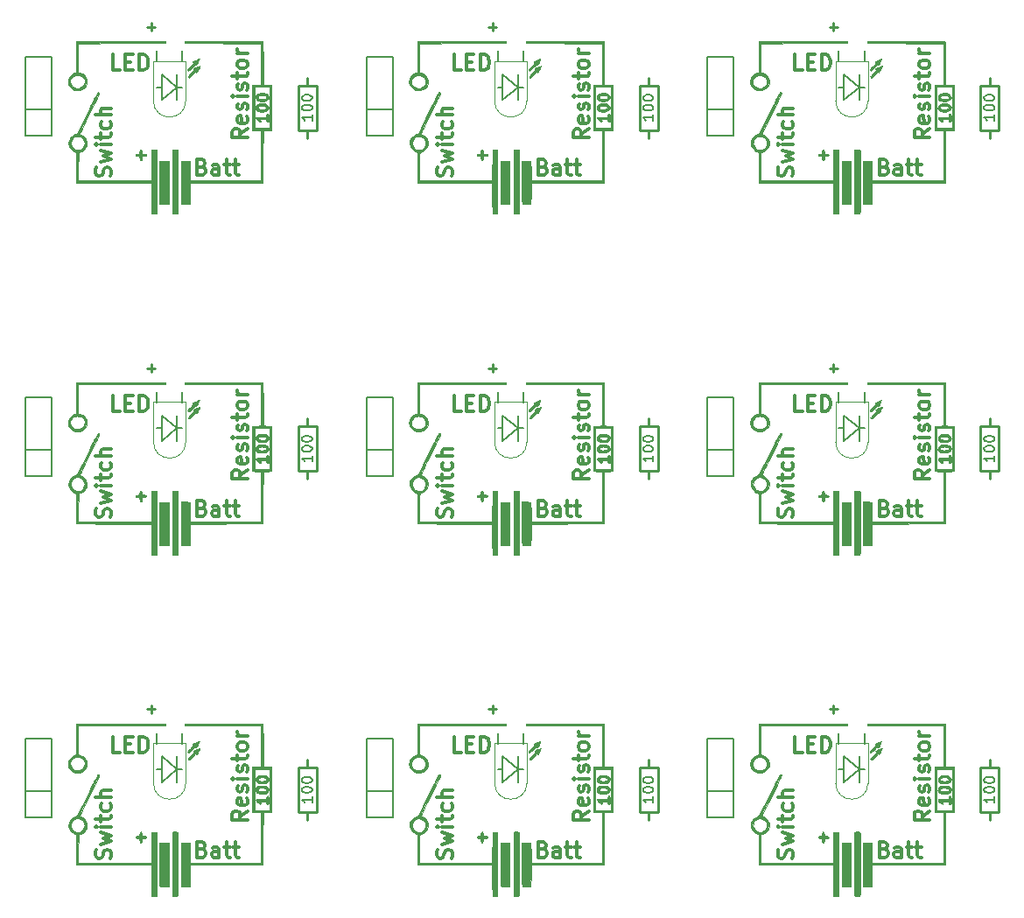
<source format=gto>
%MOIN*%
%OFA0B0*%
%FSLAX46Y46*%
%IPPOS*%
%LPD*%
%ADD10C,0.0039370078740157488*%
%ADD11C,0.011811023622047244*%
%ADD12C,0.00984251968503937*%
%ADD13C,0.005905511811023622*%
%ADD14C,0.0047244094488188976*%
%ADD15C,0.01*%
%ADD16C,0.00039370078740157485*%
%ADD27C,0.0039370078740157488*%
%ADD28C,0.011811023622047244*%
%ADD29C,0.00984251968503937*%
%ADD30C,0.005905511811023622*%
%ADD31C,0.0047244094488188976*%
%ADD32C,0.01*%
%ADD33C,0.00039370078740157485*%
%ADD34C,0.0039370078740157488*%
%ADD35C,0.011811023622047244*%
%ADD36C,0.00984251968503937*%
%ADD37C,0.005905511811023622*%
%ADD38C,0.0047244094488188976*%
%ADD39C,0.01*%
%ADD40C,0.00039370078740157485*%
%ADD41C,0.0039370078740157488*%
%ADD42C,0.011811023622047244*%
%ADD43C,0.00984251968503937*%
%ADD44C,0.005905511811023622*%
%ADD45C,0.0047244094488188976*%
%ADD46C,0.01*%
%ADD47C,0.00039370078740157485*%
%ADD48C,0.0039370078740157488*%
%ADD49C,0.011811023622047244*%
%ADD50C,0.00984251968503937*%
%ADD51C,0.005905511811023622*%
%ADD52C,0.0047244094488188976*%
%ADD53C,0.01*%
%ADD54C,0.00039370078740157485*%
%ADD55C,0.0039370078740157488*%
%ADD56C,0.011811023622047244*%
%ADD57C,0.00984251968503937*%
%ADD58C,0.005905511811023622*%
%ADD59C,0.0047244094488188976*%
%ADD60C,0.01*%
%ADD61C,0.00039370078740157485*%
%ADD62C,0.0039370078740157488*%
%ADD63C,0.011811023622047244*%
%ADD64C,0.00984251968503937*%
%ADD65C,0.005905511811023622*%
%ADD66C,0.0047244094488188976*%
%ADD67C,0.01*%
%ADD68C,0.00039370078740157485*%
%ADD69C,0.0039370078740157488*%
%ADD70C,0.011811023622047244*%
%ADD71C,0.00984251968503937*%
%ADD72C,0.005905511811023622*%
%ADD73C,0.0047244094488188976*%
%ADD74C,0.01*%
%ADD75C,0.00039370078740157485*%
%ADD76C,0.0039370078740157488*%
%ADD77C,0.011811023622047244*%
%ADD78C,0.00984251968503937*%
%ADD79C,0.005905511811023622*%
%ADD80C,0.0047244094488188976*%
%ADD81C,0.01*%
%ADD82C,0.00039370078740157485*%
G01*
D10*
D11*
X0000723756Y0000454218D02*
X0000732193Y0000451406D01*
X0000735005Y0000448594D01*
X0000737817Y0000442969D01*
X0000737817Y0000434533D01*
X0000735005Y0000428908D01*
X0000732193Y0000426096D01*
X0000726568Y0000423284D01*
X0000704071Y0000423284D01*
X0000704071Y0000482339D01*
X0000723756Y0000482339D01*
X0000729381Y0000479527D01*
X0000732193Y0000476715D01*
X0000735005Y0000471091D01*
X0000735005Y0000465466D01*
X0000732193Y0000459842D01*
X0000729381Y0000457030D01*
X0000723756Y0000454218D01*
X0000704071Y0000454218D01*
X0000788436Y0000423284D02*
X0000788436Y0000454218D01*
X0000785624Y0000459842D01*
X0000779999Y0000462654D01*
X0000768751Y0000462654D01*
X0000763126Y0000459842D01*
X0000788436Y0000426096D02*
X0000782811Y0000423284D01*
X0000768751Y0000423284D01*
X0000763126Y0000426096D01*
X0000760314Y0000431721D01*
X0000760314Y0000437345D01*
X0000763126Y0000442969D01*
X0000768751Y0000445781D01*
X0000782811Y0000445781D01*
X0000788436Y0000448594D01*
X0000808121Y0000462654D02*
X0000830618Y0000462654D01*
X0000816557Y0000482339D02*
X0000816557Y0000431721D01*
X0000819369Y0000426096D01*
X0000824994Y0000423284D01*
X0000830618Y0000423284D01*
X0000841867Y0000462654D02*
X0000864364Y0000462654D01*
X0000850303Y0000482339D02*
X0000850303Y0000431721D01*
X0000853115Y0000426096D01*
X0000858740Y0000423284D01*
X0000864364Y0000423284D01*
X0000373903Y0000419235D02*
X0000376715Y0000427671D01*
X0000376715Y0000441732D01*
X0000373903Y0000447356D01*
X0000371090Y0000450168D01*
X0000365466Y0000452980D01*
X0000359842Y0000452980D01*
X0000354218Y0000450168D01*
X0000351405Y0000447356D01*
X0000348593Y0000441732D01*
X0000345781Y0000430483D01*
X0000342969Y0000424859D01*
X0000340157Y0000422047D01*
X0000334532Y0000419235D01*
X0000328908Y0000419235D01*
X0000323284Y0000422047D01*
X0000320472Y0000424859D01*
X0000317660Y0000430483D01*
X0000317660Y0000444544D01*
X0000320472Y0000452980D01*
X0000337345Y0000472665D02*
X0000376715Y0000483914D01*
X0000348593Y0000495163D01*
X0000376715Y0000506411D01*
X0000337345Y0000517660D01*
X0000376715Y0000540157D02*
X0000337345Y0000540157D01*
X0000317660Y0000540157D02*
X0000320472Y0000537345D01*
X0000323284Y0000540157D01*
X0000320472Y0000542969D01*
X0000317660Y0000540157D01*
X0000323284Y0000540157D01*
X0000337345Y0000559842D02*
X0000337345Y0000582339D01*
X0000317660Y0000568279D02*
X0000368278Y0000568279D01*
X0000373903Y0000571091D01*
X0000376715Y0000576715D01*
X0000376715Y0000582339D01*
X0000373903Y0000627334D02*
X0000376715Y0000621709D01*
X0000376715Y0000610461D01*
X0000373903Y0000604836D01*
X0000371090Y0000602024D01*
X0000365466Y0000599212D01*
X0000348593Y0000599212D01*
X0000342969Y0000602024D01*
X0000340157Y0000604836D01*
X0000337345Y0000610461D01*
X0000337345Y0000621709D01*
X0000340157Y0000627334D01*
X0000376715Y0000652643D02*
X0000317660Y0000652643D01*
X0000376715Y0000677952D02*
X0000345781Y0000677952D01*
X0000340157Y0000675140D01*
X0000337345Y0000669516D01*
X0000337345Y0000661079D01*
X0000340157Y0000655455D01*
X0000342969Y0000652643D01*
X0000896715Y0000599235D02*
X0000868593Y0000579550D01*
X0000896715Y0000565489D02*
X0000837660Y0000565489D01*
X0000837660Y0000587986D01*
X0000840472Y0000593610D01*
X0000843284Y0000596423D01*
X0000848908Y0000599235D01*
X0000857345Y0000599235D01*
X0000862969Y0000596423D01*
X0000865781Y0000593610D01*
X0000868593Y0000587986D01*
X0000868593Y0000565489D01*
X0000893903Y0000647041D02*
X0000896715Y0000641417D01*
X0000896715Y0000630168D01*
X0000893903Y0000624544D01*
X0000888278Y0000621732D01*
X0000865781Y0000621732D01*
X0000860157Y0000624544D01*
X0000857345Y0000630168D01*
X0000857345Y0000641417D01*
X0000860157Y0000647041D01*
X0000865781Y0000649853D01*
X0000871405Y0000649853D01*
X0000877030Y0000621732D01*
X0000893903Y0000672351D02*
X0000896715Y0000677975D01*
X0000896715Y0000689223D01*
X0000893903Y0000694848D01*
X0000888278Y0000697660D01*
X0000885466Y0000697660D01*
X0000879842Y0000694848D01*
X0000877030Y0000689223D01*
X0000877030Y0000680787D01*
X0000874218Y0000675163D01*
X0000868593Y0000672351D01*
X0000865781Y0000672351D01*
X0000860157Y0000675163D01*
X0000857345Y0000680787D01*
X0000857345Y0000689223D01*
X0000860157Y0000694848D01*
X0000896715Y0000722969D02*
X0000857345Y0000722969D01*
X0000837660Y0000722969D02*
X0000840472Y0000720157D01*
X0000843284Y0000722969D01*
X0000840472Y0000725781D01*
X0000837660Y0000722969D01*
X0000843284Y0000722969D01*
X0000893903Y0000748279D02*
X0000896715Y0000753903D01*
X0000896715Y0000765151D01*
X0000893903Y0000770776D01*
X0000888278Y0000773588D01*
X0000885466Y0000773588D01*
X0000879842Y0000770776D01*
X0000877030Y0000765151D01*
X0000877030Y0000756715D01*
X0000874218Y0000751091D01*
X0000868593Y0000748279D01*
X0000865781Y0000748279D01*
X0000860157Y0000751091D01*
X0000857345Y0000756715D01*
X0000857345Y0000765151D01*
X0000860157Y0000770776D01*
X0000857345Y0000790461D02*
X0000857345Y0000812958D01*
X0000837660Y0000798897D02*
X0000888278Y0000798897D01*
X0000893903Y0000801709D01*
X0000896715Y0000807334D01*
X0000896715Y0000812958D01*
X0000896715Y0000841080D02*
X0000893903Y0000835455D01*
X0000891090Y0000832643D01*
X0000885466Y0000829831D01*
X0000868593Y0000829831D01*
X0000862969Y0000832643D01*
X0000860157Y0000835455D01*
X0000857345Y0000841080D01*
X0000857345Y0000849516D01*
X0000860157Y0000855140D01*
X0000862969Y0000857952D01*
X0000868593Y0000860765D01*
X0000885466Y0000860765D01*
X0000891090Y0000857952D01*
X0000893903Y0000855140D01*
X0000896715Y0000849516D01*
X0000896715Y0000841080D01*
X0000896715Y0000886074D02*
X0000857345Y0000886074D01*
X0000868593Y0000886074D02*
X0000862969Y0000888886D01*
X0000860157Y0000891698D01*
X0000857345Y0000897322D01*
X0000857345Y0000902947D01*
X0000412035Y0000823284D02*
X0000383914Y0000823284D01*
X0000383914Y0000882339D01*
X0000431720Y0000854218D02*
X0000451405Y0000854218D01*
X0000459842Y0000823284D02*
X0000431720Y0000823284D01*
X0000431720Y0000882339D01*
X0000459842Y0000882339D01*
X0000485151Y0000823284D02*
X0000485151Y0000882339D01*
X0000499212Y0000882339D01*
X0000507648Y0000879527D01*
X0000513273Y0000873903D01*
X0000516085Y0000868279D01*
X0000518897Y0000857030D01*
X0000518897Y0000848594D01*
X0000516085Y0000837345D01*
X0000513273Y0000831721D01*
X0000507648Y0000826096D01*
X0000499212Y0000823284D01*
X0000485151Y0000823284D01*
D12*
X0000515001Y0000987187D02*
X0000544997Y0000987187D01*
X0000529999Y0000972189D02*
X0000529999Y0001002186D01*
D13*
X0000569684Y0000757677D02*
X0000549999Y0000757677D01*
X0000628739Y0000806889D02*
X0000628739Y0000708464D01*
X0000569684Y0000708464D02*
X0000628739Y0000757677D01*
X0000628739Y0000757677D02*
X0000569684Y0000806889D01*
X0000569684Y0000806889D02*
X0000569684Y0000708464D01*
X0000628739Y0000757677D02*
X0000648425Y0000757677D01*
X0000648425Y0000856102D02*
X0000648425Y0000895472D01*
X0000549999Y0000856102D02*
X0000549999Y0000895472D01*
D14*
X0000661417Y0000705708D02*
G75*
G02X0000538582Y0000705708I-0000061417D01*
G01*
X0000538582Y0000857677D02*
X0000538582Y0000705708D01*
X0000661417Y0000857677D02*
X0000661417Y0000705708D01*
X0000538582Y0000857677D02*
X0000661417Y0000857677D01*
X0000661417Y0000813582D02*
X0000661417Y0000857677D01*
X0000549999Y0000857677D02*
X0000549999Y0000857677D01*
X0000649999Y0000857677D02*
X0000649999Y0000857677D01*
D15*
X0001089999Y0000595000D02*
X0001159999Y0000595000D01*
X0001159999Y0000595000D02*
X0001159999Y0000765000D01*
X0001089999Y0000765000D02*
X0001089999Y0000595000D01*
X0001124999Y0000765000D02*
X0001124999Y0000795000D01*
X0001124999Y0000595000D02*
X0001124999Y0000565000D01*
X0001089999Y0000765000D02*
X0001159999Y0000765000D01*
D13*
X0000149999Y0000575000D02*
X0000049999Y0000575000D01*
X0000049999Y0000575000D02*
X0000049999Y0000875000D01*
X0000049999Y0000875000D02*
X0000149999Y0000875000D01*
X0000149999Y0000875000D02*
X0000149999Y0000575000D01*
X0000049999Y0000675000D02*
X0000149999Y0000675000D01*
D16*
G36*
X0000714040Y0000837791D02*
X0000712492Y0000833840D01*
X0000710077Y0000828327D01*
X0000708855Y0000825680D01*
X0000705794Y0000819568D01*
X0000703528Y0000815935D01*
X0000702237Y0000815050D01*
X0000702053Y0000815416D01*
X0000701004Y0000817889D01*
X0000700331Y0000818333D01*
X0000698773Y0000817228D01*
X0000695408Y0000814237D01*
X0000690766Y0000809849D01*
X0000686570Y0000805737D01*
X0000680874Y0000800174D01*
X0000677000Y0000796719D01*
X0000674481Y0000795059D01*
X0000672851Y0000794879D01*
X0000671745Y0000795737D01*
X0000670751Y0000797206D01*
X0000670599Y0000798756D01*
X0000671591Y0000800851D01*
X0000674029Y0000803954D01*
X0000678217Y0000808530D01*
X0000684067Y0000814639D01*
X0000688948Y0000819877D01*
X0000691659Y0000823319D01*
X0000692487Y0000825418D01*
X0000691721Y0000826627D01*
X0000691714Y0000826631D01*
X0000690008Y0000828223D01*
X0000690048Y0000828804D01*
X0000692201Y0000830044D01*
X0000696275Y0000832015D01*
X0000701376Y0000834327D01*
X0000706611Y0000836589D01*
X0000711087Y0000838411D01*
X0000713910Y0000839402D01*
X0000714428Y0000839459D01*
X0000714040Y0000837791D01*
X0000714040Y0000837791D01*
G37*
X0000714040Y0000837791D02*
X0000712492Y0000833840D01*
X0000710077Y0000828327D01*
X0000708855Y0000825680D01*
X0000705794Y0000819568D01*
X0000703528Y0000815935D01*
X0000702237Y0000815050D01*
X0000702053Y0000815416D01*
X0000701004Y0000817889D01*
X0000700331Y0000818333D01*
X0000698773Y0000817228D01*
X0000695408Y0000814237D01*
X0000690766Y0000809849D01*
X0000686570Y0000805737D01*
X0000680874Y0000800174D01*
X0000677000Y0000796719D01*
X0000674481Y0000795059D01*
X0000672851Y0000794879D01*
X0000671745Y0000795737D01*
X0000670751Y0000797206D01*
X0000670599Y0000798756D01*
X0000671591Y0000800851D01*
X0000674029Y0000803954D01*
X0000678217Y0000808530D01*
X0000684067Y0000814639D01*
X0000688948Y0000819877D01*
X0000691659Y0000823319D01*
X0000692487Y0000825418D01*
X0000691721Y0000826627D01*
X0000691714Y0000826631D01*
X0000690008Y0000828223D01*
X0000690048Y0000828804D01*
X0000692201Y0000830044D01*
X0000696275Y0000832015D01*
X0000701376Y0000834327D01*
X0000706611Y0000836589D01*
X0000711087Y0000838411D01*
X0000713910Y0000839402D01*
X0000714428Y0000839459D01*
X0000714040Y0000837791D01*
G36*
X0000712196Y0000865265D02*
X0000710674Y0000861514D01*
X0000708329Y0000856097D01*
X0000707067Y0000853266D01*
X0000704054Y0000846844D01*
X0000701964Y0000843170D01*
X0000700537Y0000841878D01*
X0000699510Y0000842601D01*
X0000699497Y0000842622D01*
X0000698475Y0000843520D01*
X0000696767Y0000843080D01*
X0000693949Y0000841010D01*
X0000689598Y0000837013D01*
X0000685126Y0000832626D01*
X0000679462Y0000827052D01*
X0000675635Y0000823541D01*
X0000673144Y0000821783D01*
X0000671485Y0000821465D01*
X0000670158Y0000822275D01*
X0000669525Y0000822937D01*
X0000668429Y0000824436D01*
X0000668321Y0000826010D01*
X0000669526Y0000828174D01*
X0000672369Y0000831449D01*
X0000677176Y0000836351D01*
X0000679246Y0000838412D01*
X0000684792Y0000844023D01*
X0000688210Y0000847822D01*
X0000689815Y0000850269D01*
X0000689918Y0000851823D01*
X0000689050Y0000852790D01*
X0000688153Y0000853943D01*
X0000688949Y0000855278D01*
X0000691865Y0000857126D01*
X0000697327Y0000859818D01*
X0000699248Y0000860712D01*
X0000705137Y0000863409D01*
X0000709735Y0000865469D01*
X0000712315Y0000866568D01*
X0000712614Y0000866666D01*
X0000712196Y0000865265D01*
X0000712196Y0000865265D01*
G37*
X0000712196Y0000865265D02*
X0000710674Y0000861514D01*
X0000708329Y0000856097D01*
X0000707067Y0000853266D01*
X0000704054Y0000846844D01*
X0000701964Y0000843170D01*
X0000700537Y0000841878D01*
X0000699510Y0000842601D01*
X0000699497Y0000842622D01*
X0000698475Y0000843520D01*
X0000696767Y0000843080D01*
X0000693949Y0000841010D01*
X0000689598Y0000837013D01*
X0000685126Y0000832626D01*
X0000679462Y0000827052D01*
X0000675635Y0000823541D01*
X0000673144Y0000821783D01*
X0000671485Y0000821465D01*
X0000670158Y0000822275D01*
X0000669525Y0000822937D01*
X0000668429Y0000824436D01*
X0000668321Y0000826010D01*
X0000669526Y0000828174D01*
X0000672369Y0000831449D01*
X0000677176Y0000836351D01*
X0000679246Y0000838412D01*
X0000684792Y0000844023D01*
X0000688210Y0000847822D01*
X0000689815Y0000850269D01*
X0000689918Y0000851823D01*
X0000689050Y0000852790D01*
X0000688153Y0000853943D01*
X0000688949Y0000855278D01*
X0000691865Y0000857126D01*
X0000697327Y0000859818D01*
X0000699248Y0000860712D01*
X0000705137Y0000863409D01*
X0000709735Y0000865469D01*
X0000712315Y0000866568D01*
X0000712614Y0000866666D01*
X0000712196Y0000865265D01*
G36*
X0000330805Y0000738114D02*
X0000332353Y0000736408D01*
X0000332413Y0000736028D01*
X0000331820Y0000734593D01*
X0000330110Y0000730902D01*
X0000327388Y0000725170D01*
X0000323759Y0000717614D01*
X0000319328Y0000708452D01*
X0000314200Y0000697900D01*
X0000308478Y0000686174D01*
X0000302269Y0000673491D01*
X0000295677Y0000660069D01*
X0000295240Y0000659180D01*
X0000288614Y0000645696D01*
X0000282353Y0000632921D01*
X0000276563Y0000621075D01*
X0000271349Y0000610377D01*
X0000266820Y0000601046D01*
X0000263079Y0000593301D01*
X0000260235Y0000587360D01*
X0000258393Y0000583443D01*
X0000257660Y0000581769D01*
X0000257654Y0000581746D01*
X0000258573Y0000580066D01*
X0000261574Y0000578346D01*
X0000262408Y0000578026D01*
X0000270374Y0000573782D01*
X0000277044Y0000567454D01*
X0000281996Y0000559574D01*
X0000284809Y0000550675D01*
X0000284992Y0000549494D01*
X0000284881Y0000541320D01*
X0000282609Y0000533131D01*
X0000278545Y0000525516D01*
X0000273056Y0000519063D01*
X0000266510Y0000514363D01*
X0000261896Y0000512535D01*
X0000257845Y0000511428D01*
X0000254800Y0000510588D01*
X0000254137Y0000510403D01*
X0000253681Y0000509686D01*
X0000253307Y0000507682D01*
X0000253008Y0000504182D01*
X0000252778Y0000498977D01*
X0000252610Y0000491858D01*
X0000252497Y0000482618D01*
X0000252434Y0000471048D01*
X0000252413Y0000456940D01*
X0000252413Y0000456077D01*
X0000252413Y0000402241D01*
X0000529625Y0000402241D01*
X0000530344Y0000520172D01*
X0000549655Y0000520172D01*
X0000549655Y0000276034D01*
X0000540631Y0000275633D01*
X0000535864Y0000275566D01*
X0000532246Y0000275785D01*
X0000530631Y0000276207D01*
X0000530423Y0000277752D01*
X0000530231Y0000281765D01*
X0000530058Y0000287956D01*
X0000529910Y0000296035D01*
X0000529791Y0000305712D01*
X0000529707Y0000316696D01*
X0000529661Y0000328698D01*
X0000529655Y0000335568D01*
X0000529655Y0000393952D01*
X0000387241Y0000394303D01*
X0000244827Y0000394655D01*
X0000244467Y0000452717D01*
X0000244108Y0000510779D01*
X0000238888Y0000512343D01*
X0000234758Y0000514190D01*
X0000230084Y0000517143D01*
X0000227820Y0000518912D01*
X0000221253Y0000526200D01*
X0000217092Y0000534528D01*
X0000215399Y0000543442D01*
X0000223952Y0000543442D01*
X0000224715Y0000539119D01*
X0000227360Y0000533102D01*
X0000231571Y0000527390D01*
X0000236564Y0000522938D01*
X0000239284Y0000521405D01*
X0000244603Y0000520019D01*
X0000251093Y0000519593D01*
X0000257325Y0000520157D01*
X0000260254Y0000520949D01*
X0000266876Y0000524851D01*
X0000272009Y0000530695D01*
X0000275260Y0000537896D01*
X0000276255Y0000544981D01*
X0000275002Y0000553460D01*
X0000271440Y0000560702D01*
X0000265871Y0000566370D01*
X0000258594Y0000570126D01*
X0000252745Y0000571424D01*
X0000244960Y0000571082D01*
X0000237876Y0000568444D01*
X0000231863Y0000563934D01*
X0000227291Y0000557979D01*
X0000224531Y0000551007D01*
X0000223952Y0000543442D01*
X0000215399Y0000543442D01*
X0000215389Y0000543495D01*
X0000216196Y0000552701D01*
X0000219564Y0000561748D01*
X0000221769Y0000565423D01*
X0000227255Y0000571740D01*
X0000234256Y0000576348D01*
X0000240400Y0000578801D01*
X0000247177Y0000581011D01*
X0000285821Y0000659557D01*
X0000292592Y0000673289D01*
X0000299032Y0000686286D01*
X0000305034Y0000698338D01*
X0000310490Y0000709232D01*
X0000315295Y0000718757D01*
X0000319340Y0000726701D01*
X0000322519Y0000732853D01*
X0000324726Y0000737000D01*
X0000325853Y0000738931D01*
X0000325951Y0000739041D01*
X0000328204Y0000739209D01*
X0000330805Y0000738114D01*
X0000330805Y0000738114D01*
G37*
X0000330805Y0000738114D02*
X0000332353Y0000736408D01*
X0000332413Y0000736028D01*
X0000331820Y0000734593D01*
X0000330110Y0000730902D01*
X0000327388Y0000725170D01*
X0000323759Y0000717614D01*
X0000319328Y0000708452D01*
X0000314200Y0000697900D01*
X0000308478Y0000686174D01*
X0000302269Y0000673491D01*
X0000295677Y0000660069D01*
X0000295240Y0000659180D01*
X0000288614Y0000645696D01*
X0000282353Y0000632921D01*
X0000276563Y0000621075D01*
X0000271349Y0000610377D01*
X0000266820Y0000601046D01*
X0000263079Y0000593301D01*
X0000260235Y0000587360D01*
X0000258393Y0000583443D01*
X0000257660Y0000581769D01*
X0000257654Y0000581746D01*
X0000258573Y0000580066D01*
X0000261574Y0000578346D01*
X0000262408Y0000578026D01*
X0000270374Y0000573782D01*
X0000277044Y0000567454D01*
X0000281996Y0000559574D01*
X0000284809Y0000550675D01*
X0000284992Y0000549494D01*
X0000284881Y0000541320D01*
X0000282609Y0000533131D01*
X0000278545Y0000525516D01*
X0000273056Y0000519063D01*
X0000266510Y0000514363D01*
X0000261896Y0000512535D01*
X0000257845Y0000511428D01*
X0000254800Y0000510588D01*
X0000254137Y0000510403D01*
X0000253681Y0000509686D01*
X0000253307Y0000507682D01*
X0000253008Y0000504182D01*
X0000252778Y0000498977D01*
X0000252610Y0000491858D01*
X0000252497Y0000482618D01*
X0000252434Y0000471048D01*
X0000252413Y0000456940D01*
X0000252413Y0000456077D01*
X0000252413Y0000402241D01*
X0000529625Y0000402241D01*
X0000530344Y0000520172D01*
X0000549655Y0000520172D01*
X0000549655Y0000276034D01*
X0000540631Y0000275633D01*
X0000535864Y0000275566D01*
X0000532246Y0000275785D01*
X0000530631Y0000276207D01*
X0000530423Y0000277752D01*
X0000530231Y0000281765D01*
X0000530058Y0000287956D01*
X0000529910Y0000296035D01*
X0000529791Y0000305712D01*
X0000529707Y0000316696D01*
X0000529661Y0000328698D01*
X0000529655Y0000335568D01*
X0000529655Y0000393952D01*
X0000387241Y0000394303D01*
X0000244827Y0000394655D01*
X0000244467Y0000452717D01*
X0000244108Y0000510779D01*
X0000238888Y0000512343D01*
X0000234758Y0000514190D01*
X0000230084Y0000517143D01*
X0000227820Y0000518912D01*
X0000221253Y0000526200D01*
X0000217092Y0000534528D01*
X0000215399Y0000543442D01*
X0000223952Y0000543442D01*
X0000224715Y0000539119D01*
X0000227360Y0000533102D01*
X0000231571Y0000527390D01*
X0000236564Y0000522938D01*
X0000239284Y0000521405D01*
X0000244603Y0000520019D01*
X0000251093Y0000519593D01*
X0000257325Y0000520157D01*
X0000260254Y0000520949D01*
X0000266876Y0000524851D01*
X0000272009Y0000530695D01*
X0000275260Y0000537896D01*
X0000276255Y0000544981D01*
X0000275002Y0000553460D01*
X0000271440Y0000560702D01*
X0000265871Y0000566370D01*
X0000258594Y0000570126D01*
X0000252745Y0000571424D01*
X0000244960Y0000571082D01*
X0000237876Y0000568444D01*
X0000231863Y0000563934D01*
X0000227291Y0000557979D01*
X0000224531Y0000551007D01*
X0000223952Y0000543442D01*
X0000215399Y0000543442D01*
X0000215389Y0000543495D01*
X0000216196Y0000552701D01*
X0000219564Y0000561748D01*
X0000221769Y0000565423D01*
X0000227255Y0000571740D01*
X0000234256Y0000576348D01*
X0000240400Y0000578801D01*
X0000247177Y0000581011D01*
X0000285821Y0000659557D01*
X0000292592Y0000673289D01*
X0000299032Y0000686286D01*
X0000305034Y0000698338D01*
X0000310490Y0000709232D01*
X0000315295Y0000718757D01*
X0000319340Y0000726701D01*
X0000322519Y0000732853D01*
X0000324726Y0000737000D01*
X0000325853Y0000738931D01*
X0000325951Y0000739041D01*
X0000328204Y0000739209D01*
X0000330805Y0000738114D01*
G36*
X0000624575Y0000520564D02*
X0000628478Y0000519979D01*
X0000629775Y0000519382D01*
X0000630122Y0000518764D01*
X0000630426Y0000517411D01*
X0000630691Y0000515162D01*
X0000630918Y0000511854D01*
X0000631111Y0000507322D01*
X0000631272Y0000501405D01*
X0000631404Y0000493939D01*
X0000631508Y0000484761D01*
X0000631589Y0000473708D01*
X0000631648Y0000460618D01*
X0000631688Y0000445326D01*
X0000631712Y0000427671D01*
X0000631723Y0000407488D01*
X0000631723Y0000398210D01*
X0000631714Y0000376086D01*
X0000631686Y0000356588D01*
X0000631637Y0000339584D01*
X0000631565Y0000324942D01*
X0000631468Y0000312530D01*
X0000631345Y0000302214D01*
X0000631194Y0000293864D01*
X0000631013Y0000287347D01*
X0000630799Y0000282530D01*
X0000630552Y0000279281D01*
X0000630270Y0000277469D01*
X0000630068Y0000277000D01*
X0000627817Y0000276046D01*
X0000623963Y0000275492D01*
X0000619393Y0000275333D01*
X0000614994Y0000275568D01*
X0000611653Y0000276192D01*
X0000610290Y0000277069D01*
X0000610196Y0000278676D01*
X0000610113Y0000282842D01*
X0000610044Y0000289363D01*
X0000609987Y0000298040D01*
X0000609944Y0000308670D01*
X0000609915Y0000321053D01*
X0000609900Y0000334988D01*
X0000609901Y0000350273D01*
X0000609916Y0000366707D01*
X0000609948Y0000384089D01*
X0000609988Y0000399482D01*
X0000610344Y0000520172D01*
X0000619085Y0000520586D01*
X0000624575Y0000520564D01*
X0000624575Y0000520564D01*
G37*
X0000624575Y0000520564D02*
X0000628478Y0000519979D01*
X0000629775Y0000519382D01*
X0000630122Y0000518764D01*
X0000630426Y0000517411D01*
X0000630691Y0000515162D01*
X0000630918Y0000511854D01*
X0000631111Y0000507322D01*
X0000631272Y0000501405D01*
X0000631404Y0000493939D01*
X0000631508Y0000484761D01*
X0000631589Y0000473708D01*
X0000631648Y0000460618D01*
X0000631688Y0000445326D01*
X0000631712Y0000427671D01*
X0000631723Y0000407488D01*
X0000631723Y0000398210D01*
X0000631714Y0000376086D01*
X0000631686Y0000356588D01*
X0000631637Y0000339584D01*
X0000631565Y0000324942D01*
X0000631468Y0000312530D01*
X0000631345Y0000302214D01*
X0000631194Y0000293864D01*
X0000631013Y0000287347D01*
X0000630799Y0000282530D01*
X0000630552Y0000279281D01*
X0000630270Y0000277469D01*
X0000630068Y0000277000D01*
X0000627817Y0000276046D01*
X0000623963Y0000275492D01*
X0000619393Y0000275333D01*
X0000614994Y0000275568D01*
X0000611653Y0000276192D01*
X0000610290Y0000277069D01*
X0000610196Y0000278676D01*
X0000610113Y0000282842D01*
X0000610044Y0000289363D01*
X0000609987Y0000298040D01*
X0000609944Y0000308670D01*
X0000609915Y0000321053D01*
X0000609900Y0000334988D01*
X0000609901Y0000350273D01*
X0000609916Y0000366707D01*
X0000609948Y0000384089D01*
X0000609988Y0000399482D01*
X0000610344Y0000520172D01*
X0000619085Y0000520586D01*
X0000624575Y0000520564D01*
G36*
X0000596551Y0000313275D02*
X0000579628Y0000312888D01*
X0000572022Y0000312791D01*
X0000566815Y0000312927D01*
X0000563655Y0000313323D01*
X0000562188Y0000314007D01*
X0000562028Y0000314267D01*
X0000561911Y0000315934D01*
X0000561813Y0000320111D01*
X0000561734Y0000326549D01*
X0000561675Y0000335000D01*
X0000561637Y0000345216D01*
X0000561622Y0000356947D01*
X0000561630Y0000369947D01*
X0000561662Y0000383964D01*
X0000561710Y0000396724D01*
X0000562068Y0000477413D01*
X0000596551Y0000477413D01*
X0000596551Y0000313275D01*
X0000596551Y0000313275D01*
G37*
X0000596551Y0000313275D02*
X0000579628Y0000312888D01*
X0000572022Y0000312791D01*
X0000566815Y0000312927D01*
X0000563655Y0000313323D01*
X0000562188Y0000314007D01*
X0000562028Y0000314267D01*
X0000561911Y0000315934D01*
X0000561813Y0000320111D01*
X0000561734Y0000326549D01*
X0000561675Y0000335000D01*
X0000561637Y0000345216D01*
X0000561622Y0000356947D01*
X0000561630Y0000369947D01*
X0000561662Y0000383964D01*
X0000561710Y0000396724D01*
X0000562068Y0000477413D01*
X0000596551Y0000477413D01*
X0000596551Y0000313275D01*
G36*
X0000890727Y0000932993D02*
X0000905900Y0000932942D01*
X0000918801Y0000932862D01*
X0000929528Y0000932755D01*
X0000938177Y0000932618D01*
X0000944846Y0000932451D01*
X0000949632Y0000932253D01*
X0000952633Y0000932024D01*
X0000953946Y0000931762D01*
X0000953988Y0000931734D01*
X0000954391Y0000930983D01*
X0000954735Y0000929325D01*
X0000955023Y0000926567D01*
X0000955260Y0000922516D01*
X0000955451Y0000916981D01*
X0000955599Y0000909770D01*
X0000955710Y0000900689D01*
X0000955787Y0000889548D01*
X0000955835Y0000876153D01*
X0000955858Y0000860313D01*
X0000955861Y0000849012D01*
X0000955861Y0000767846D01*
X0000972068Y0000767457D01*
X0000988275Y0000767069D01*
X0000988275Y0000594655D01*
X0000972077Y0000594266D01*
X0000955880Y0000593878D01*
X0000955526Y0000494266D01*
X0000955172Y0000394655D01*
X0000677282Y0000393952D01*
X0000676917Y0000353614D01*
X0000676551Y0000313275D01*
X0000660615Y0000312889D01*
X0000654239Y0000312815D01*
X0000648902Y0000312905D01*
X0000645192Y0000313138D01*
X0000643719Y0000313464D01*
X0000643546Y0000314980D01*
X0000643382Y0000319011D01*
X0000643232Y0000325314D01*
X0000643097Y0000333646D01*
X0000642981Y0000343762D01*
X0000642886Y0000355419D01*
X0000642816Y0000368375D01*
X0000642772Y0000382385D01*
X0000642758Y0000396306D01*
X0000642758Y0000478188D01*
X0000659655Y0000477801D01*
X0000676551Y0000477413D01*
X0000676918Y0000439827D01*
X0000677285Y0000402241D01*
X0000947586Y0000402241D01*
X0000947586Y0000593878D01*
X0000931379Y0000594266D01*
X0000915172Y0000594655D01*
X0000915172Y0000759482D01*
X0000922758Y0000759482D01*
X0000922758Y0000602241D01*
X0000980689Y0000602241D01*
X0000980689Y0000759482D01*
X0000922758Y0000759482D01*
X0000915172Y0000759482D01*
X0000915172Y0000767069D01*
X0000931379Y0000767457D01*
X0000947586Y0000767846D01*
X0000947586Y0000924987D01*
X0000658620Y0000925689D01*
X0000658620Y0000932586D01*
X0000805368Y0000932937D01*
X0000830602Y0000932989D01*
X0000853175Y0000933016D01*
X0000873184Y0000933017D01*
X0000890727Y0000932993D01*
X0000890727Y0000932993D01*
G37*
X0000890727Y0000932993D02*
X0000905900Y0000932942D01*
X0000918801Y0000932862D01*
X0000929528Y0000932755D01*
X0000938177Y0000932618D01*
X0000944846Y0000932451D01*
X0000949632Y0000932253D01*
X0000952633Y0000932024D01*
X0000953946Y0000931762D01*
X0000953988Y0000931734D01*
X0000954391Y0000930983D01*
X0000954735Y0000929325D01*
X0000955023Y0000926567D01*
X0000955260Y0000922516D01*
X0000955451Y0000916981D01*
X0000955599Y0000909770D01*
X0000955710Y0000900689D01*
X0000955787Y0000889548D01*
X0000955835Y0000876153D01*
X0000955858Y0000860313D01*
X0000955861Y0000849012D01*
X0000955861Y0000767846D01*
X0000972068Y0000767457D01*
X0000988275Y0000767069D01*
X0000988275Y0000594655D01*
X0000972077Y0000594266D01*
X0000955880Y0000593878D01*
X0000955526Y0000494266D01*
X0000955172Y0000394655D01*
X0000677282Y0000393952D01*
X0000676917Y0000353614D01*
X0000676551Y0000313275D01*
X0000660615Y0000312889D01*
X0000654239Y0000312815D01*
X0000648902Y0000312905D01*
X0000645192Y0000313138D01*
X0000643719Y0000313464D01*
X0000643546Y0000314980D01*
X0000643382Y0000319011D01*
X0000643232Y0000325314D01*
X0000643097Y0000333646D01*
X0000642981Y0000343762D01*
X0000642886Y0000355419D01*
X0000642816Y0000368375D01*
X0000642772Y0000382385D01*
X0000642758Y0000396306D01*
X0000642758Y0000478188D01*
X0000659655Y0000477801D01*
X0000676551Y0000477413D01*
X0000676918Y0000439827D01*
X0000677285Y0000402241D01*
X0000947586Y0000402241D01*
X0000947586Y0000593878D01*
X0000931379Y0000594266D01*
X0000915172Y0000594655D01*
X0000915172Y0000759482D01*
X0000922758Y0000759482D01*
X0000922758Y0000602241D01*
X0000980689Y0000602241D01*
X0000980689Y0000759482D01*
X0000922758Y0000759482D01*
X0000915172Y0000759482D01*
X0000915172Y0000767069D01*
X0000931379Y0000767457D01*
X0000947586Y0000767846D01*
X0000947586Y0000924987D01*
X0000658620Y0000925689D01*
X0000658620Y0000932586D01*
X0000805368Y0000932937D01*
X0000830602Y0000932989D01*
X0000853175Y0000933016D01*
X0000873184Y0000933017D01*
X0000890727Y0000932993D01*
G36*
X0000492217Y0000519833D02*
X0000494017Y0000516576D01*
X0000494899Y0000511409D01*
X0000495316Y0000504310D01*
X0000501971Y0000504310D01*
X0000507144Y0000503781D01*
X0000510359Y0000502333D01*
X0000511336Y0000500174D01*
X0000510344Y0000498103D01*
X0000507533Y0000496627D01*
X0000502530Y0000496040D01*
X0000501899Y0000496034D01*
X0000495172Y0000496034D01*
X0000495172Y0000489413D01*
X0000494594Y0000484403D01*
X0000493093Y0000480938D01*
X0000491021Y0000479330D01*
X0000488728Y0000479888D01*
X0000486944Y0000482150D01*
X0000486010Y0000485257D01*
X0000485532Y0000489503D01*
X0000485517Y0000490354D01*
X0000485517Y0000495890D01*
X0000478275Y0000496307D01*
X0000474048Y0000496663D01*
X0000471891Y0000497345D01*
X0000471119Y0000498718D01*
X0000471034Y0000500172D01*
X0000471271Y0000502199D01*
X0000472442Y0000503293D01*
X0000475233Y0000503821D01*
X0000478275Y0000504037D01*
X0000485517Y0000504454D01*
X0000485517Y0000510325D01*
X0000486172Y0000515973D01*
X0000487822Y0000519477D01*
X0000489994Y0000520782D01*
X0000492217Y0000519833D01*
X0000492217Y0000519833D01*
G37*
X0000492217Y0000519833D02*
X0000494017Y0000516576D01*
X0000494899Y0000511409D01*
X0000495316Y0000504310D01*
X0000501971Y0000504310D01*
X0000507144Y0000503781D01*
X0000510359Y0000502333D01*
X0000511336Y0000500174D01*
X0000510344Y0000498103D01*
X0000507533Y0000496627D01*
X0000502530Y0000496040D01*
X0000501899Y0000496034D01*
X0000495172Y0000496034D01*
X0000495172Y0000489413D01*
X0000494594Y0000484403D01*
X0000493093Y0000480938D01*
X0000491021Y0000479330D01*
X0000488728Y0000479888D01*
X0000486944Y0000482150D01*
X0000486010Y0000485257D01*
X0000485532Y0000489503D01*
X0000485517Y0000490354D01*
X0000485517Y0000495890D01*
X0000478275Y0000496307D01*
X0000474048Y0000496663D01*
X0000471891Y0000497345D01*
X0000471119Y0000498718D01*
X0000471034Y0000500172D01*
X0000471271Y0000502199D01*
X0000472442Y0000503293D01*
X0000475233Y0000503821D01*
X0000478275Y0000504037D01*
X0000485517Y0000504454D01*
X0000485517Y0000510325D01*
X0000486172Y0000515973D01*
X0000487822Y0000519477D01*
X0000489994Y0000520782D01*
X0000492217Y0000519833D01*
G36*
X0000582758Y0000925689D02*
X0000417586Y0000925339D01*
X0000252413Y0000924988D01*
X0000252413Y0000813518D01*
X0000257859Y0000812598D01*
X0000265878Y0000809932D01*
X0000272919Y0000805109D01*
X0000278650Y0000798634D01*
X0000282738Y0000791013D01*
X0000284851Y0000782750D01*
X0000284654Y0000774351D01*
X0000284257Y0000772490D01*
X0000281256Y0000764260D01*
X0000276617Y0000757675D01*
X0000269929Y0000752257D01*
X0000264137Y0000749060D01*
X0000256270Y0000746535D01*
X0000247420Y0000745765D01*
X0000238778Y0000746803D01*
X0000235521Y0000747782D01*
X0000227091Y0000752290D01*
X0000220028Y0000758916D01*
X0000216828Y0000763491D01*
X0000214692Y0000767671D01*
X0000213553Y0000771732D01*
X0000213132Y0000776865D01*
X0000213122Y0000777770D01*
X0000221185Y0000777770D01*
X0000222740Y0000770671D01*
X0000226342Y0000764498D01*
X0000231648Y0000759532D01*
X0000238312Y0000756055D01*
X0000245993Y0000754349D01*
X0000254344Y0000754696D01*
X0000258427Y0000755656D01*
X0000265234Y0000759009D01*
X0000270733Y0000764268D01*
X0000274559Y0000770830D01*
X0000276350Y0000778092D01*
X0000275932Y0000784689D01*
X0000273061Y0000792002D01*
X0000268418Y0000797674D01*
X0000262452Y0000801699D01*
X0000255615Y0000804070D01*
X0000248356Y0000804779D01*
X0000241125Y0000803821D01*
X0000234374Y0000801188D01*
X0000228551Y0000796872D01*
X0000224108Y0000790869D01*
X0000222020Y0000785511D01*
X0000221185Y0000777770D01*
X0000213122Y0000777770D01*
X0000213103Y0000779482D01*
X0000213307Y0000785326D01*
X0000214112Y0000789642D01*
X0000215808Y0000793643D01*
X0000216988Y0000795747D01*
X0000222500Y0000802792D01*
X0000229636Y0000808453D01*
X0000237550Y0000812075D01*
X0000238256Y0000812274D01*
X0000244108Y0000813840D01*
X0000244468Y0000873213D01*
X0000244827Y0000932586D01*
X0000582758Y0000932586D01*
X0000582758Y0000925689D01*
X0000582758Y0000925689D01*
G37*
X0000582758Y0000925689D02*
X0000417586Y0000925339D01*
X0000252413Y0000924988D01*
X0000252413Y0000813518D01*
X0000257859Y0000812598D01*
X0000265878Y0000809932D01*
X0000272919Y0000805109D01*
X0000278650Y0000798634D01*
X0000282738Y0000791013D01*
X0000284851Y0000782750D01*
X0000284654Y0000774351D01*
X0000284257Y0000772490D01*
X0000281256Y0000764260D01*
X0000276617Y0000757675D01*
X0000269929Y0000752257D01*
X0000264137Y0000749060D01*
X0000256270Y0000746535D01*
X0000247420Y0000745765D01*
X0000238778Y0000746803D01*
X0000235521Y0000747782D01*
X0000227091Y0000752290D01*
X0000220028Y0000758916D01*
X0000216828Y0000763491D01*
X0000214692Y0000767671D01*
X0000213553Y0000771732D01*
X0000213132Y0000776865D01*
X0000213122Y0000777770D01*
X0000221185Y0000777770D01*
X0000222740Y0000770671D01*
X0000226342Y0000764498D01*
X0000231648Y0000759532D01*
X0000238312Y0000756055D01*
X0000245993Y0000754349D01*
X0000254344Y0000754696D01*
X0000258427Y0000755656D01*
X0000265234Y0000759009D01*
X0000270733Y0000764268D01*
X0000274559Y0000770830D01*
X0000276350Y0000778092D01*
X0000275932Y0000784689D01*
X0000273061Y0000792002D01*
X0000268418Y0000797674D01*
X0000262452Y0000801699D01*
X0000255615Y0000804070D01*
X0000248356Y0000804779D01*
X0000241125Y0000803821D01*
X0000234374Y0000801188D01*
X0000228551Y0000796872D01*
X0000224108Y0000790869D01*
X0000222020Y0000785511D01*
X0000221185Y0000777770D01*
X0000213122Y0000777770D01*
X0000213103Y0000779482D01*
X0000213307Y0000785326D01*
X0000214112Y0000789642D01*
X0000215808Y0000793643D01*
X0000216988Y0000795747D01*
X0000222500Y0000802792D01*
X0000229636Y0000808453D01*
X0000237550Y0000812075D01*
X0000238256Y0000812274D01*
X0000244108Y0000813840D01*
X0000244468Y0000873213D01*
X0000244827Y0000932586D01*
X0000582758Y0000932586D01*
X0000582758Y0000925689D01*
G36*
X0000973935Y0000656929D02*
X0000975763Y0000655246D01*
X0000976937Y0000653236D01*
X0000977624Y0000649742D01*
X0000977910Y0000644233D01*
X0000977930Y0000641566D01*
X0000977828Y0000634665D01*
X0000977432Y0000630073D01*
X0000976606Y0000627343D01*
X0000975214Y0000626030D01*
X0000973122Y0000625689D01*
X0000973103Y0000625689D01*
X0000970131Y0000626675D01*
X0000968584Y0000629778D01*
X0000968275Y0000633388D01*
X0000968156Y0000634996D01*
X0000967438Y0000635981D01*
X0000965578Y0000636495D01*
X0000962033Y0000636692D01*
X0000956403Y0000636724D01*
X0000950692Y0000636675D01*
X0000947259Y0000636456D01*
X0000945623Y0000635961D01*
X0000945306Y0000635082D01*
X0000945555Y0000634310D01*
X0000946923Y0000629740D01*
X0000946508Y0000627070D01*
X0000944544Y0000626316D01*
X0000941268Y0000627499D01*
X0000936913Y0000630637D01*
X0000933956Y0000633391D01*
X0000930209Y0000637330D01*
X0000928052Y0000640266D01*
X0000927675Y0000642345D01*
X0000929268Y0000643712D01*
X0000933020Y0000644513D01*
X0000939123Y0000644893D01*
X0000947767Y0000644999D01*
X0000949134Y0000645000D01*
X0000968275Y0000645000D01*
X0000968275Y0000649039D01*
X0000968993Y0000652753D01*
X0000970443Y0000655246D01*
X0000972483Y0000657062D01*
X0000973935Y0000656929D01*
X0000973935Y0000656929D01*
G37*
X0000973935Y0000656929D02*
X0000975763Y0000655246D01*
X0000976937Y0000653236D01*
X0000977624Y0000649742D01*
X0000977910Y0000644233D01*
X0000977930Y0000641566D01*
X0000977828Y0000634665D01*
X0000977432Y0000630073D01*
X0000976606Y0000627343D01*
X0000975214Y0000626030D01*
X0000973122Y0000625689D01*
X0000973103Y0000625689D01*
X0000970131Y0000626675D01*
X0000968584Y0000629778D01*
X0000968275Y0000633388D01*
X0000968156Y0000634996D01*
X0000967438Y0000635981D01*
X0000965578Y0000636495D01*
X0000962033Y0000636692D01*
X0000956403Y0000636724D01*
X0000950692Y0000636675D01*
X0000947259Y0000636456D01*
X0000945623Y0000635961D01*
X0000945306Y0000635082D01*
X0000945555Y0000634310D01*
X0000946923Y0000629740D01*
X0000946508Y0000627070D01*
X0000944544Y0000626316D01*
X0000941268Y0000627499D01*
X0000936913Y0000630637D01*
X0000933956Y0000633391D01*
X0000930209Y0000637330D01*
X0000928052Y0000640266D01*
X0000927675Y0000642345D01*
X0000929268Y0000643712D01*
X0000933020Y0000644513D01*
X0000939123Y0000644893D01*
X0000947767Y0000644999D01*
X0000949134Y0000645000D01*
X0000968275Y0000645000D01*
X0000968275Y0000649039D01*
X0000968993Y0000652753D01*
X0000970443Y0000655246D01*
X0000972483Y0000657062D01*
X0000973935Y0000656929D01*
G36*
X0000955803Y0000695910D02*
X0000962067Y0000695283D01*
X0000966870Y0000694162D01*
X0000967700Y0000693818D01*
X0000971710Y0000690976D01*
X0000975206Y0000686913D01*
X0000977466Y0000682594D01*
X0000977930Y0000680139D01*
X0000977130Y0000677522D01*
X0000975138Y0000674062D01*
X0000974444Y0000673103D01*
X0000969572Y0000668851D01*
X0000962829Y0000666000D01*
X0000954792Y0000664678D01*
X0000946038Y0000665012D01*
X0000941641Y0000665823D01*
X0000935905Y0000667545D01*
X0000932120Y0000669777D01*
X0000929478Y0000673046D01*
X0000928857Y0000674174D01*
X0000927300Y0000679841D01*
X0000927409Y0000680475D01*
X0000936803Y0000680475D01*
X0000937066Y0000677719D01*
X0000938835Y0000675842D01*
X0000942459Y0000674700D01*
X0000948283Y0000674152D01*
X0000952451Y0000674052D01*
X0000959329Y0000674340D01*
X0000963858Y0000675384D01*
X0000965210Y0000676112D01*
X0000967903Y0000678985D01*
X0000968119Y0000681803D01*
X0000966130Y0000684324D01*
X0000962210Y0000686303D01*
X0000956635Y0000687498D01*
X0000952137Y0000687738D01*
X0000944871Y0000687171D01*
X0000939994Y0000685465D01*
X0000937352Y0000682546D01*
X0000936803Y0000680475D01*
X0000927409Y0000680475D01*
X0000928251Y0000685344D01*
X0000931482Y0000690188D01*
X0000936761Y0000693881D01*
X0000938365Y0000694563D01*
X0000942939Y0000695575D01*
X0000949090Y0000696016D01*
X0000955803Y0000695910D01*
X0000955803Y0000695910D01*
G37*
X0000955803Y0000695910D02*
X0000962067Y0000695283D01*
X0000966870Y0000694162D01*
X0000967700Y0000693818D01*
X0000971710Y0000690976D01*
X0000975206Y0000686913D01*
X0000977466Y0000682594D01*
X0000977930Y0000680139D01*
X0000977130Y0000677522D01*
X0000975138Y0000674062D01*
X0000974444Y0000673103D01*
X0000969572Y0000668851D01*
X0000962829Y0000666000D01*
X0000954792Y0000664678D01*
X0000946038Y0000665012D01*
X0000941641Y0000665823D01*
X0000935905Y0000667545D01*
X0000932120Y0000669777D01*
X0000929478Y0000673046D01*
X0000928857Y0000674174D01*
X0000927300Y0000679841D01*
X0000927409Y0000680475D01*
X0000936803Y0000680475D01*
X0000937066Y0000677719D01*
X0000938835Y0000675842D01*
X0000942459Y0000674700D01*
X0000948283Y0000674152D01*
X0000952451Y0000674052D01*
X0000959329Y0000674340D01*
X0000963858Y0000675384D01*
X0000965210Y0000676112D01*
X0000967903Y0000678985D01*
X0000968119Y0000681803D01*
X0000966130Y0000684324D01*
X0000962210Y0000686303D01*
X0000956635Y0000687498D01*
X0000952137Y0000687738D01*
X0000944871Y0000687171D01*
X0000939994Y0000685465D01*
X0000937352Y0000682546D01*
X0000936803Y0000680475D01*
X0000927409Y0000680475D01*
X0000928251Y0000685344D01*
X0000931482Y0000690188D01*
X0000936761Y0000693881D01*
X0000938365Y0000694563D01*
X0000942939Y0000695575D01*
X0000949090Y0000696016D01*
X0000955803Y0000695910D01*
G36*
X0000964131Y0000734704D02*
X0000969312Y0000732281D01*
X0000973690Y0000728353D01*
X0000973723Y0000728316D01*
X0000976928Y0000723718D01*
X0000977695Y0000719535D01*
X0000976078Y0000715000D01*
X0000974827Y0000712990D01*
X0000970488Y0000708899D01*
X0000964143Y0000706089D01*
X0000956279Y0000704660D01*
X0000947382Y0000704708D01*
X0000939697Y0000705910D01*
X0000933923Y0000708351D01*
X0000929767Y0000712399D01*
X0000927565Y0000717491D01*
X0000927588Y0000719015D01*
X0000936640Y0000719015D01*
X0000937626Y0000716347D01*
X0000938155Y0000715895D01*
X0000942360Y0000714335D01*
X0000948223Y0000713433D01*
X0000954711Y0000713233D01*
X0000960792Y0000713780D01*
X0000964603Y0000714760D01*
X0000967376Y0000716908D01*
X0000968029Y0000719907D01*
X0000966729Y0000723062D01*
X0000963641Y0000725679D01*
X0000961801Y0000726467D01*
X0000957474Y0000727278D01*
X0000952035Y0000727473D01*
X0000946439Y0000727115D01*
X0000941644Y0000726266D01*
X0000938607Y0000724988D01*
X0000938568Y0000724957D01*
X0000936975Y0000722333D01*
X0000936640Y0000719015D01*
X0000927588Y0000719015D01*
X0000927651Y0000723062D01*
X0000928301Y0000725062D01*
X0000931232Y0000729781D01*
X0000935702Y0000733020D01*
X0000942084Y0000734973D01*
X0000948989Y0000735751D01*
X0000957555Y0000735802D01*
X0000964131Y0000734704D01*
X0000964131Y0000734704D01*
G37*
X0000964131Y0000734704D02*
X0000969312Y0000732281D01*
X0000973690Y0000728353D01*
X0000973723Y0000728316D01*
X0000976928Y0000723718D01*
X0000977695Y0000719535D01*
X0000976078Y0000715000D01*
X0000974827Y0000712990D01*
X0000970488Y0000708899D01*
X0000964143Y0000706089D01*
X0000956279Y0000704660D01*
X0000947382Y0000704708D01*
X0000939697Y0000705910D01*
X0000933923Y0000708351D01*
X0000929767Y0000712399D01*
X0000927565Y0000717491D01*
X0000927588Y0000719015D01*
X0000936640Y0000719015D01*
X0000937626Y0000716347D01*
X0000938155Y0000715895D01*
X0000942360Y0000714335D01*
X0000948223Y0000713433D01*
X0000954711Y0000713233D01*
X0000960792Y0000713780D01*
X0000964603Y0000714760D01*
X0000967376Y0000716908D01*
X0000968029Y0000719907D01*
X0000966729Y0000723062D01*
X0000963641Y0000725679D01*
X0000961801Y0000726467D01*
X0000957474Y0000727278D01*
X0000952035Y0000727473D01*
X0000946439Y0000727115D01*
X0000941644Y0000726266D01*
X0000938607Y0000724988D01*
X0000938568Y0000724957D01*
X0000936975Y0000722333D01*
X0000936640Y0000719015D01*
X0000927588Y0000719015D01*
X0000927651Y0000723062D01*
X0000928301Y0000725062D01*
X0000931232Y0000729781D01*
X0000935702Y0000733020D01*
X0000942084Y0000734973D01*
X0000948989Y0000735751D01*
X0000957555Y0000735802D01*
X0000964131Y0000734704D01*
D13*
X0001142810Y0000653753D02*
X0001142810Y0000631256D01*
X0001142810Y0000642504D02*
X0001103440Y0000642504D01*
X0001109064Y0000638755D01*
X0001112813Y0000635005D01*
X0001114688Y0000631256D01*
X0001103440Y0000678125D02*
X0001103440Y0000681874D01*
X0001105314Y0000685624D01*
X0001107189Y0000687499D01*
X0001110939Y0000689373D01*
X0001118438Y0000691248D01*
X0001127811Y0000691248D01*
X0001135311Y0000689373D01*
X0001139060Y0000687499D01*
X0001140935Y0000685624D01*
X0001142810Y0000681874D01*
X0001142810Y0000678125D01*
X0001140935Y0000674375D01*
X0001139060Y0000672501D01*
X0001135311Y0000670626D01*
X0001127811Y0000668751D01*
X0001118438Y0000668751D01*
X0001110939Y0000670626D01*
X0001107189Y0000672501D01*
X0001105314Y0000674375D01*
X0001103440Y0000678125D01*
X0001103440Y0000715620D02*
X0001103440Y0000719370D01*
X0001105314Y0000723119D01*
X0001107189Y0000724994D01*
X0001110939Y0000726869D01*
X0001118438Y0000728744D01*
X0001127811Y0000728744D01*
X0001135311Y0000726869D01*
X0001139060Y0000724994D01*
X0001140935Y0000723119D01*
X0001142810Y0000719370D01*
X0001142810Y0000715620D01*
X0001140935Y0000711871D01*
X0001139060Y0000709996D01*
X0001135311Y0000708121D01*
X0001127811Y0000706246D01*
X0001118438Y0000706246D01*
X0001110939Y0000708121D01*
X0001107189Y0000709996D01*
X0001105314Y0000711871D01*
X0001103440Y0000715620D01*
G04 next file*
G04 #@! TF.FileFunction,Legend,Top*
G04 Gerber Fmt 4.6, Leading zero omitted, Abs format (unit mm)*
G04 Created by KiCad (PCBNEW 4.0.7) date 02/23/20 08:48:36*
G01*
G04 APERTURE LIST*
G04 APERTURE END LIST*
D27*
D28*
X0000723756Y0001753430D02*
X0000732193Y0001750618D01*
X0000735005Y0001747806D01*
X0000737817Y0001742182D01*
X0000737817Y0001733745D01*
X0000735005Y0001728121D01*
X0000732193Y0001725309D01*
X0000726568Y0001722497D01*
X0000704071Y0001722497D01*
X0000704071Y0001781552D01*
X0000723756Y0001781552D01*
X0000729381Y0001778739D01*
X0000732193Y0001775927D01*
X0000735005Y0001770303D01*
X0000735005Y0001764679D01*
X0000732193Y0001759054D01*
X0000729381Y0001756242D01*
X0000723756Y0001753430D01*
X0000704071Y0001753430D01*
X0000788436Y0001722497D02*
X0000788436Y0001753430D01*
X0000785624Y0001759054D01*
X0000779999Y0001761867D01*
X0000768751Y0001761867D01*
X0000763126Y0001759054D01*
X0000788436Y0001725309D02*
X0000782811Y0001722497D01*
X0000768751Y0001722497D01*
X0000763126Y0001725309D01*
X0000760314Y0001730933D01*
X0000760314Y0001736557D01*
X0000763126Y0001742182D01*
X0000768751Y0001744994D01*
X0000782811Y0001744994D01*
X0000788436Y0001747806D01*
X0000808121Y0001761867D02*
X0000830618Y0001761867D01*
X0000816557Y0001781552D02*
X0000816557Y0001730933D01*
X0000819369Y0001725309D01*
X0000824994Y0001722497D01*
X0000830618Y0001722497D01*
X0000841867Y0001761867D02*
X0000864364Y0001761867D01*
X0000850303Y0001781552D02*
X0000850303Y0001730933D01*
X0000853115Y0001725309D01*
X0000858740Y0001722497D01*
X0000864364Y0001722497D01*
X0000373903Y0001718447D02*
X0000376715Y0001726883D01*
X0000376715Y0001740944D01*
X0000373903Y0001746568D01*
X0000371090Y0001749381D01*
X0000365466Y0001752193D01*
X0000359842Y0001752193D01*
X0000354218Y0001749381D01*
X0000351405Y0001746568D01*
X0000348593Y0001740944D01*
X0000345781Y0001729696D01*
X0000342969Y0001724071D01*
X0000340157Y0001721259D01*
X0000334532Y0001718447D01*
X0000328908Y0001718447D01*
X0000323284Y0001721259D01*
X0000320472Y0001724071D01*
X0000317660Y0001729696D01*
X0000317660Y0001743756D01*
X0000320472Y0001752193D01*
X0000337345Y0001771878D02*
X0000376715Y0001783126D01*
X0000348593Y0001794375D01*
X0000376715Y0001805624D01*
X0000337345Y0001816872D01*
X0000376715Y0001839369D02*
X0000337345Y0001839369D01*
X0000317660Y0001839369D02*
X0000320472Y0001836557D01*
X0000323284Y0001839369D01*
X0000320472Y0001842182D01*
X0000317660Y0001839369D01*
X0000323284Y0001839369D01*
X0000337345Y0001859054D02*
X0000337345Y0001881552D01*
X0000317660Y0001867491D02*
X0000368278Y0001867491D01*
X0000373903Y0001870303D01*
X0000376715Y0001875927D01*
X0000376715Y0001881552D01*
X0000373903Y0001926546D02*
X0000376715Y0001920922D01*
X0000376715Y0001909673D01*
X0000373903Y0001904049D01*
X0000371090Y0001901237D01*
X0000365466Y0001898425D01*
X0000348593Y0001898425D01*
X0000342969Y0001901237D01*
X0000340157Y0001904049D01*
X0000337345Y0001909673D01*
X0000337345Y0001920922D01*
X0000340157Y0001926546D01*
X0000376715Y0001951855D02*
X0000317660Y0001951855D01*
X0000376715Y0001977165D02*
X0000345781Y0001977165D01*
X0000340157Y0001974352D01*
X0000337345Y0001968728D01*
X0000337345Y0001960292D01*
X0000340157Y0001954667D01*
X0000342969Y0001951855D01*
X0000896715Y0001898447D02*
X0000868593Y0001878762D01*
X0000896715Y0001864701D02*
X0000837660Y0001864701D01*
X0000837660Y0001887198D01*
X0000840472Y0001892823D01*
X0000843284Y0001895635D01*
X0000848908Y0001898447D01*
X0000857345Y0001898447D01*
X0000862969Y0001895635D01*
X0000865781Y0001892823D01*
X0000868593Y0001887198D01*
X0000868593Y0001864701D01*
X0000893903Y0001946254D02*
X0000896715Y0001940629D01*
X0000896715Y0001929381D01*
X0000893903Y0001923756D01*
X0000888278Y0001920944D01*
X0000865781Y0001920944D01*
X0000860157Y0001923756D01*
X0000857345Y0001929381D01*
X0000857345Y0001940629D01*
X0000860157Y0001946254D01*
X0000865781Y0001949066D01*
X0000871405Y0001949066D01*
X0000877030Y0001920944D01*
X0000893903Y0001971563D02*
X0000896715Y0001977187D01*
X0000896715Y0001988436D01*
X0000893903Y0001994060D01*
X0000888278Y0001996872D01*
X0000885466Y0001996872D01*
X0000879842Y0001994060D01*
X0000877030Y0001988436D01*
X0000877030Y0001979999D01*
X0000874218Y0001974375D01*
X0000868593Y0001971563D01*
X0000865781Y0001971563D01*
X0000860157Y0001974375D01*
X0000857345Y0001979999D01*
X0000857345Y0001988436D01*
X0000860157Y0001994060D01*
X0000896715Y0002022182D02*
X0000857345Y0002022182D01*
X0000837660Y0002022182D02*
X0000840472Y0002019369D01*
X0000843284Y0002022182D01*
X0000840472Y0002024994D01*
X0000837660Y0002022182D01*
X0000843284Y0002022182D01*
X0000893903Y0002047491D02*
X0000896715Y0002053115D01*
X0000896715Y0002064364D01*
X0000893903Y0002069988D01*
X0000888278Y0002072800D01*
X0000885466Y0002072800D01*
X0000879842Y0002069988D01*
X0000877030Y0002064364D01*
X0000877030Y0002055927D01*
X0000874218Y0002050303D01*
X0000868593Y0002047491D01*
X0000865781Y0002047491D01*
X0000860157Y0002050303D01*
X0000857345Y0002055927D01*
X0000857345Y0002064364D01*
X0000860157Y0002069988D01*
X0000857345Y0002089673D02*
X0000857345Y0002112170D01*
X0000837660Y0002098110D02*
X0000888278Y0002098110D01*
X0000893903Y0002100922D01*
X0000896715Y0002106546D01*
X0000896715Y0002112170D01*
X0000896715Y0002140292D02*
X0000893903Y0002134667D01*
X0000891090Y0002131855D01*
X0000885466Y0002129043D01*
X0000868593Y0002129043D01*
X0000862969Y0002131855D01*
X0000860157Y0002134667D01*
X0000857345Y0002140292D01*
X0000857345Y0002148728D01*
X0000860157Y0002154353D01*
X0000862969Y0002157165D01*
X0000868593Y0002159977D01*
X0000885466Y0002159977D01*
X0000891090Y0002157165D01*
X0000893903Y0002154353D01*
X0000896715Y0002148728D01*
X0000896715Y0002140292D01*
X0000896715Y0002185286D02*
X0000857345Y0002185286D01*
X0000868593Y0002185286D02*
X0000862969Y0002188098D01*
X0000860157Y0002190910D01*
X0000857345Y0002196535D01*
X0000857345Y0002202159D01*
X0000412035Y0002122497D02*
X0000383914Y0002122497D01*
X0000383914Y0002181552D01*
X0000431720Y0002153430D02*
X0000451405Y0002153430D01*
X0000459842Y0002122497D02*
X0000431720Y0002122497D01*
X0000431720Y0002181552D01*
X0000459842Y0002181552D01*
X0000485151Y0002122497D02*
X0000485151Y0002181552D01*
X0000499212Y0002181552D01*
X0000507648Y0002178739D01*
X0000513273Y0002173115D01*
X0000516085Y0002167491D01*
X0000518897Y0002156242D01*
X0000518897Y0002147806D01*
X0000516085Y0002136557D01*
X0000513273Y0002130933D01*
X0000507648Y0002125309D01*
X0000499212Y0002122497D01*
X0000485151Y0002122497D01*
D29*
X0000515001Y0002286400D02*
X0000544997Y0002286400D01*
X0000529999Y0002271402D02*
X0000529999Y0002301398D01*
D30*
X0000569684Y0002056889D02*
X0000549999Y0002056889D01*
X0000628739Y0002106102D02*
X0000628739Y0002007676D01*
X0000569684Y0002007676D02*
X0000628739Y0002056889D01*
X0000628739Y0002056889D02*
X0000569684Y0002106102D01*
X0000569684Y0002106102D02*
X0000569684Y0002007676D01*
X0000628739Y0002056889D02*
X0000648425Y0002056889D01*
X0000648425Y0002155314D02*
X0000648425Y0002194684D01*
X0000549999Y0002155314D02*
X0000549999Y0002194684D01*
D31*
X0000661417Y0002004921D02*
G75*
G02X0000538582Y0002004921I-0000061417D01*
G01*
X0000538582Y0002156889D02*
X0000538582Y0002004921D01*
X0000661417Y0002156889D02*
X0000661417Y0002004921D01*
X0000538582Y0002156889D02*
X0000661417Y0002156889D01*
X0000661417Y0002112795D02*
X0000661417Y0002156889D01*
X0000549999Y0002156889D02*
X0000549999Y0002156889D01*
X0000649999Y0002156889D02*
X0000649999Y0002156889D01*
D32*
X0001089999Y0001894212D02*
X0001159999Y0001894212D01*
X0001159999Y0001894212D02*
X0001159999Y0002064212D01*
X0001089999Y0002064212D02*
X0001089999Y0001894212D01*
X0001124999Y0002064212D02*
X0001124999Y0002094212D01*
X0001124999Y0001894212D02*
X0001124999Y0001864212D01*
X0001089999Y0002064212D02*
X0001159999Y0002064212D01*
D30*
X0000149999Y0001874212D02*
X0000049999Y0001874212D01*
X0000049999Y0001874212D02*
X0000049999Y0002174212D01*
X0000049999Y0002174212D02*
X0000149999Y0002174212D01*
X0000149999Y0002174212D02*
X0000149999Y0001874212D01*
X0000049999Y0001974212D02*
X0000149999Y0001974212D01*
D33*
G36*
X0000714040Y0002137003D02*
X0000712492Y0002133052D01*
X0000710077Y0002127539D01*
X0000708855Y0002124893D01*
X0000705794Y0002118780D01*
X0000703528Y0002115147D01*
X0000702237Y0002114262D01*
X0000702053Y0002114629D01*
X0000701004Y0002117101D01*
X0000700331Y0002117545D01*
X0000698773Y0002116440D01*
X0000695408Y0002113450D01*
X0000690766Y0002109061D01*
X0000686570Y0002104950D01*
X0000680874Y0002099386D01*
X0000677000Y0002095932D01*
X0000674481Y0002094272D01*
X0000672851Y0002094091D01*
X0000671745Y0002094950D01*
X0000670751Y0002096419D01*
X0000670599Y0002097969D01*
X0000671591Y0002100063D01*
X0000674029Y0002103166D01*
X0000678217Y0002107742D01*
X0000684067Y0002113851D01*
X0000688948Y0002119089D01*
X0000691659Y0002122532D01*
X0000692487Y0002124631D01*
X0000691721Y0002125840D01*
X0000691714Y0002125844D01*
X0000690008Y0002127435D01*
X0000690048Y0002128017D01*
X0000692201Y0002129256D01*
X0000696275Y0002131227D01*
X0000701376Y0002133539D01*
X0000706611Y0002135801D01*
X0000711087Y0002137623D01*
X0000713910Y0002138615D01*
X0000714428Y0002138672D01*
X0000714040Y0002137003D01*
X0000714040Y0002137003D01*
G37*
X0000714040Y0002137003D02*
X0000712492Y0002133052D01*
X0000710077Y0002127539D01*
X0000708855Y0002124893D01*
X0000705794Y0002118780D01*
X0000703528Y0002115147D01*
X0000702237Y0002114262D01*
X0000702053Y0002114629D01*
X0000701004Y0002117101D01*
X0000700331Y0002117545D01*
X0000698773Y0002116440D01*
X0000695408Y0002113450D01*
X0000690766Y0002109061D01*
X0000686570Y0002104950D01*
X0000680874Y0002099386D01*
X0000677000Y0002095932D01*
X0000674481Y0002094272D01*
X0000672851Y0002094091D01*
X0000671745Y0002094950D01*
X0000670751Y0002096419D01*
X0000670599Y0002097969D01*
X0000671591Y0002100063D01*
X0000674029Y0002103166D01*
X0000678217Y0002107742D01*
X0000684067Y0002113851D01*
X0000688948Y0002119089D01*
X0000691659Y0002122532D01*
X0000692487Y0002124631D01*
X0000691721Y0002125840D01*
X0000691714Y0002125844D01*
X0000690008Y0002127435D01*
X0000690048Y0002128017D01*
X0000692201Y0002129256D01*
X0000696275Y0002131227D01*
X0000701376Y0002133539D01*
X0000706611Y0002135801D01*
X0000711087Y0002137623D01*
X0000713910Y0002138615D01*
X0000714428Y0002138672D01*
X0000714040Y0002137003D01*
G36*
X0000712196Y0002164477D02*
X0000710674Y0002160726D01*
X0000708329Y0002155310D01*
X0000707067Y0002152478D01*
X0000704054Y0002146056D01*
X0000701964Y0002142383D01*
X0000700537Y0002141091D01*
X0000699510Y0002141813D01*
X0000699497Y0002141835D01*
X0000698475Y0002142732D01*
X0000696767Y0002142293D01*
X0000693949Y0002140222D01*
X0000689598Y0002136225D01*
X0000685126Y0002131838D01*
X0000679462Y0002126264D01*
X0000675635Y0002122753D01*
X0000673144Y0002120995D01*
X0000671485Y0002120677D01*
X0000670158Y0002121488D01*
X0000669525Y0002122149D01*
X0000668429Y0002123649D01*
X0000668321Y0002125222D01*
X0000669526Y0002127387D01*
X0000672369Y0002130661D01*
X0000677176Y0002135564D01*
X0000679246Y0002137625D01*
X0000684792Y0002143235D01*
X0000688210Y0002147034D01*
X0000689815Y0002149481D01*
X0000689918Y0002151035D01*
X0000689050Y0002152003D01*
X0000688153Y0002153155D01*
X0000688949Y0002154490D01*
X0000691865Y0002156338D01*
X0000697327Y0002159031D01*
X0000699248Y0002159924D01*
X0000705137Y0002162621D01*
X0000709735Y0002164681D01*
X0000712315Y0002165780D01*
X0000712614Y0002165879D01*
X0000712196Y0002164477D01*
X0000712196Y0002164477D01*
G37*
X0000712196Y0002164477D02*
X0000710674Y0002160726D01*
X0000708329Y0002155310D01*
X0000707067Y0002152478D01*
X0000704054Y0002146056D01*
X0000701964Y0002142383D01*
X0000700537Y0002141091D01*
X0000699510Y0002141813D01*
X0000699497Y0002141835D01*
X0000698475Y0002142732D01*
X0000696767Y0002142293D01*
X0000693949Y0002140222D01*
X0000689598Y0002136225D01*
X0000685126Y0002131838D01*
X0000679462Y0002126264D01*
X0000675635Y0002122753D01*
X0000673144Y0002120995D01*
X0000671485Y0002120677D01*
X0000670158Y0002121488D01*
X0000669525Y0002122149D01*
X0000668429Y0002123649D01*
X0000668321Y0002125222D01*
X0000669526Y0002127387D01*
X0000672369Y0002130661D01*
X0000677176Y0002135564D01*
X0000679246Y0002137625D01*
X0000684792Y0002143235D01*
X0000688210Y0002147034D01*
X0000689815Y0002149481D01*
X0000689918Y0002151035D01*
X0000689050Y0002152003D01*
X0000688153Y0002153155D01*
X0000688949Y0002154490D01*
X0000691865Y0002156338D01*
X0000697327Y0002159031D01*
X0000699248Y0002159924D01*
X0000705137Y0002162621D01*
X0000709735Y0002164681D01*
X0000712315Y0002165780D01*
X0000712614Y0002165879D01*
X0000712196Y0002164477D01*
G36*
X0000330805Y0002037326D02*
X0000332353Y0002035621D01*
X0000332413Y0002035241D01*
X0000331820Y0002033806D01*
X0000330110Y0002030114D01*
X0000327388Y0002024382D01*
X0000323759Y0002016827D01*
X0000319328Y0002007664D01*
X0000314200Y0001997112D01*
X0000308478Y0001985386D01*
X0000302269Y0001972704D01*
X0000295677Y0001959281D01*
X0000295240Y0001958393D01*
X0000288614Y0001944908D01*
X0000282353Y0001932133D01*
X0000276563Y0001920287D01*
X0000271349Y0001909589D01*
X0000266820Y0001900258D01*
X0000263079Y0001892513D01*
X0000260235Y0001886572D01*
X0000258393Y0001882655D01*
X0000257660Y0001880981D01*
X0000257654Y0001880958D01*
X0000258573Y0001879279D01*
X0000261574Y0001877559D01*
X0000262408Y0001877239D01*
X0000270374Y0001872995D01*
X0000277044Y0001866667D01*
X0000281996Y0001858787D01*
X0000284809Y0001849887D01*
X0000284992Y0001848706D01*
X0000284881Y0001840532D01*
X0000282609Y0001832343D01*
X0000278545Y0001824728D01*
X0000273056Y0001818276D01*
X0000266510Y0001813575D01*
X0000261896Y0001811748D01*
X0000257845Y0001810640D01*
X0000254800Y0001809801D01*
X0000254137Y0001809615D01*
X0000253681Y0001808899D01*
X0000253307Y0001806895D01*
X0000253008Y0001803394D01*
X0000252778Y0001798189D01*
X0000252610Y0001791070D01*
X0000252497Y0001781830D01*
X0000252434Y0001770260D01*
X0000252413Y0001756152D01*
X0000252413Y0001755290D01*
X0000252413Y0001701453D01*
X0000529625Y0001701453D01*
X0000530344Y0001819384D01*
X0000549655Y0001819384D01*
X0000549655Y0001575246D01*
X0000540631Y0001574845D01*
X0000535864Y0001574778D01*
X0000532246Y0001574997D01*
X0000530631Y0001575420D01*
X0000530423Y0001576964D01*
X0000530231Y0001580977D01*
X0000530058Y0001587168D01*
X0000529910Y0001595247D01*
X0000529791Y0001604924D01*
X0000529707Y0001615908D01*
X0000529661Y0001627910D01*
X0000529655Y0001634780D01*
X0000529655Y0001693165D01*
X0000387241Y0001693516D01*
X0000244827Y0001693867D01*
X0000244467Y0001751929D01*
X0000244108Y0001809991D01*
X0000238888Y0001811555D01*
X0000234758Y0001813402D01*
X0000230084Y0001816355D01*
X0000227820Y0001818124D01*
X0000221253Y0001825413D01*
X0000217092Y0001833740D01*
X0000215399Y0001842654D01*
X0000223952Y0001842654D01*
X0000224715Y0001838332D01*
X0000227360Y0001832314D01*
X0000231571Y0001826602D01*
X0000236564Y0001822150D01*
X0000239284Y0001820617D01*
X0000244603Y0001819231D01*
X0000251093Y0001818805D01*
X0000257325Y0001819370D01*
X0000260254Y0001820162D01*
X0000266876Y0001824063D01*
X0000272009Y0001829908D01*
X0000275260Y0001837108D01*
X0000276255Y0001844193D01*
X0000275002Y0001852672D01*
X0000271440Y0001859915D01*
X0000265871Y0001865582D01*
X0000258594Y0001869338D01*
X0000252745Y0001870637D01*
X0000244960Y0001870295D01*
X0000237876Y0001867656D01*
X0000231863Y0001863146D01*
X0000227291Y0001857191D01*
X0000224531Y0001850219D01*
X0000223952Y0001842654D01*
X0000215399Y0001842654D01*
X0000215389Y0001842707D01*
X0000216196Y0001851913D01*
X0000219564Y0001860960D01*
X0000221769Y0001864635D01*
X0000227255Y0001870952D01*
X0000234256Y0001875560D01*
X0000240400Y0001878014D01*
X0000247177Y0001880223D01*
X0000285821Y0001958769D01*
X0000292592Y0001972501D01*
X0000299032Y0001985498D01*
X0000305034Y0001997550D01*
X0000310490Y0002008444D01*
X0000315295Y0002017969D01*
X0000319340Y0002025913D01*
X0000322519Y0002032065D01*
X0000324726Y0002036212D01*
X0000325853Y0002038144D01*
X0000325951Y0002038254D01*
X0000328204Y0002038422D01*
X0000330805Y0002037326D01*
X0000330805Y0002037326D01*
G37*
X0000330805Y0002037326D02*
X0000332353Y0002035621D01*
X0000332413Y0002035241D01*
X0000331820Y0002033806D01*
X0000330110Y0002030114D01*
X0000327388Y0002024382D01*
X0000323759Y0002016827D01*
X0000319328Y0002007664D01*
X0000314200Y0001997112D01*
X0000308478Y0001985386D01*
X0000302269Y0001972704D01*
X0000295677Y0001959281D01*
X0000295240Y0001958393D01*
X0000288614Y0001944908D01*
X0000282353Y0001932133D01*
X0000276563Y0001920287D01*
X0000271349Y0001909589D01*
X0000266820Y0001900258D01*
X0000263079Y0001892513D01*
X0000260235Y0001886572D01*
X0000258393Y0001882655D01*
X0000257660Y0001880981D01*
X0000257654Y0001880958D01*
X0000258573Y0001879279D01*
X0000261574Y0001877559D01*
X0000262408Y0001877239D01*
X0000270374Y0001872995D01*
X0000277044Y0001866667D01*
X0000281996Y0001858787D01*
X0000284809Y0001849887D01*
X0000284992Y0001848706D01*
X0000284881Y0001840532D01*
X0000282609Y0001832343D01*
X0000278545Y0001824728D01*
X0000273056Y0001818276D01*
X0000266510Y0001813575D01*
X0000261896Y0001811748D01*
X0000257845Y0001810640D01*
X0000254800Y0001809801D01*
X0000254137Y0001809615D01*
X0000253681Y0001808899D01*
X0000253307Y0001806895D01*
X0000253008Y0001803394D01*
X0000252778Y0001798189D01*
X0000252610Y0001791070D01*
X0000252497Y0001781830D01*
X0000252434Y0001770260D01*
X0000252413Y0001756152D01*
X0000252413Y0001755290D01*
X0000252413Y0001701453D01*
X0000529625Y0001701453D01*
X0000530344Y0001819384D01*
X0000549655Y0001819384D01*
X0000549655Y0001575246D01*
X0000540631Y0001574845D01*
X0000535864Y0001574778D01*
X0000532246Y0001574997D01*
X0000530631Y0001575420D01*
X0000530423Y0001576964D01*
X0000530231Y0001580977D01*
X0000530058Y0001587168D01*
X0000529910Y0001595247D01*
X0000529791Y0001604924D01*
X0000529707Y0001615908D01*
X0000529661Y0001627910D01*
X0000529655Y0001634780D01*
X0000529655Y0001693165D01*
X0000387241Y0001693516D01*
X0000244827Y0001693867D01*
X0000244467Y0001751929D01*
X0000244108Y0001809991D01*
X0000238888Y0001811555D01*
X0000234758Y0001813402D01*
X0000230084Y0001816355D01*
X0000227820Y0001818124D01*
X0000221253Y0001825413D01*
X0000217092Y0001833740D01*
X0000215399Y0001842654D01*
X0000223952Y0001842654D01*
X0000224715Y0001838332D01*
X0000227360Y0001832314D01*
X0000231571Y0001826602D01*
X0000236564Y0001822150D01*
X0000239284Y0001820617D01*
X0000244603Y0001819231D01*
X0000251093Y0001818805D01*
X0000257325Y0001819370D01*
X0000260254Y0001820162D01*
X0000266876Y0001824063D01*
X0000272009Y0001829908D01*
X0000275260Y0001837108D01*
X0000276255Y0001844193D01*
X0000275002Y0001852672D01*
X0000271440Y0001859915D01*
X0000265871Y0001865582D01*
X0000258594Y0001869338D01*
X0000252745Y0001870637D01*
X0000244960Y0001870295D01*
X0000237876Y0001867656D01*
X0000231863Y0001863146D01*
X0000227291Y0001857191D01*
X0000224531Y0001850219D01*
X0000223952Y0001842654D01*
X0000215399Y0001842654D01*
X0000215389Y0001842707D01*
X0000216196Y0001851913D01*
X0000219564Y0001860960D01*
X0000221769Y0001864635D01*
X0000227255Y0001870952D01*
X0000234256Y0001875560D01*
X0000240400Y0001878014D01*
X0000247177Y0001880223D01*
X0000285821Y0001958769D01*
X0000292592Y0001972501D01*
X0000299032Y0001985498D01*
X0000305034Y0001997550D01*
X0000310490Y0002008444D01*
X0000315295Y0002017969D01*
X0000319340Y0002025913D01*
X0000322519Y0002032065D01*
X0000324726Y0002036212D01*
X0000325853Y0002038144D01*
X0000325951Y0002038254D01*
X0000328204Y0002038422D01*
X0000330805Y0002037326D01*
G36*
X0000624575Y0001819776D02*
X0000628478Y0001819192D01*
X0000629775Y0001818595D01*
X0000630122Y0001817976D01*
X0000630426Y0001816624D01*
X0000630691Y0001814375D01*
X0000630918Y0001811066D01*
X0000631111Y0001806534D01*
X0000631272Y0001800617D01*
X0000631404Y0001793151D01*
X0000631508Y0001783973D01*
X0000631589Y0001772921D01*
X0000631648Y0001759830D01*
X0000631688Y0001744539D01*
X0000631712Y0001726883D01*
X0000631723Y0001706700D01*
X0000631723Y0001697422D01*
X0000631714Y0001675298D01*
X0000631686Y0001655800D01*
X0000631637Y0001638796D01*
X0000631565Y0001624154D01*
X0000631468Y0001611742D01*
X0000631345Y0001601427D01*
X0000631194Y0001593077D01*
X0000631013Y0001586559D01*
X0000630799Y0001581742D01*
X0000630552Y0001578494D01*
X0000630270Y0001576681D01*
X0000630068Y0001576212D01*
X0000627817Y0001575259D01*
X0000623963Y0001574704D01*
X0000619393Y0001574546D01*
X0000614994Y0001574780D01*
X0000611653Y0001575404D01*
X0000610290Y0001576281D01*
X0000610196Y0001577889D01*
X0000610113Y0001582054D01*
X0000610044Y0001588576D01*
X0000609987Y0001597252D01*
X0000609944Y0001607883D01*
X0000609915Y0001620266D01*
X0000609900Y0001634200D01*
X0000609901Y0001649485D01*
X0000609916Y0001665919D01*
X0000609948Y0001683301D01*
X0000609988Y0001698695D01*
X0000610344Y0001819384D01*
X0000619085Y0001819798D01*
X0000624575Y0001819776D01*
X0000624575Y0001819776D01*
G37*
X0000624575Y0001819776D02*
X0000628478Y0001819192D01*
X0000629775Y0001818595D01*
X0000630122Y0001817976D01*
X0000630426Y0001816624D01*
X0000630691Y0001814375D01*
X0000630918Y0001811066D01*
X0000631111Y0001806534D01*
X0000631272Y0001800617D01*
X0000631404Y0001793151D01*
X0000631508Y0001783973D01*
X0000631589Y0001772921D01*
X0000631648Y0001759830D01*
X0000631688Y0001744539D01*
X0000631712Y0001726883D01*
X0000631723Y0001706700D01*
X0000631723Y0001697422D01*
X0000631714Y0001675298D01*
X0000631686Y0001655800D01*
X0000631637Y0001638796D01*
X0000631565Y0001624154D01*
X0000631468Y0001611742D01*
X0000631345Y0001601427D01*
X0000631194Y0001593077D01*
X0000631013Y0001586559D01*
X0000630799Y0001581742D01*
X0000630552Y0001578494D01*
X0000630270Y0001576681D01*
X0000630068Y0001576212D01*
X0000627817Y0001575259D01*
X0000623963Y0001574704D01*
X0000619393Y0001574546D01*
X0000614994Y0001574780D01*
X0000611653Y0001575404D01*
X0000610290Y0001576281D01*
X0000610196Y0001577889D01*
X0000610113Y0001582054D01*
X0000610044Y0001588576D01*
X0000609987Y0001597252D01*
X0000609944Y0001607883D01*
X0000609915Y0001620266D01*
X0000609900Y0001634200D01*
X0000609901Y0001649485D01*
X0000609916Y0001665919D01*
X0000609948Y0001683301D01*
X0000609988Y0001698695D01*
X0000610344Y0001819384D01*
X0000619085Y0001819798D01*
X0000624575Y0001819776D01*
G36*
X0000596551Y0001612488D02*
X0000579628Y0001612100D01*
X0000572022Y0001612003D01*
X0000566815Y0001612139D01*
X0000563655Y0001612535D01*
X0000562188Y0001613219D01*
X0000562028Y0001613480D01*
X0000561911Y0001615146D01*
X0000561813Y0001619323D01*
X0000561734Y0001625761D01*
X0000561675Y0001634212D01*
X0000561637Y0001644428D01*
X0000561622Y0001656160D01*
X0000561630Y0001669159D01*
X0000561662Y0001683177D01*
X0000561710Y0001695936D01*
X0000562068Y0001776626D01*
X0000596551Y0001776626D01*
X0000596551Y0001612488D01*
X0000596551Y0001612488D01*
G37*
X0000596551Y0001612488D02*
X0000579628Y0001612100D01*
X0000572022Y0001612003D01*
X0000566815Y0001612139D01*
X0000563655Y0001612535D01*
X0000562188Y0001613219D01*
X0000562028Y0001613480D01*
X0000561911Y0001615146D01*
X0000561813Y0001619323D01*
X0000561734Y0001625761D01*
X0000561675Y0001634212D01*
X0000561637Y0001644428D01*
X0000561622Y0001656160D01*
X0000561630Y0001669159D01*
X0000561662Y0001683177D01*
X0000561710Y0001695936D01*
X0000562068Y0001776626D01*
X0000596551Y0001776626D01*
X0000596551Y0001612488D01*
G36*
X0000890727Y0002232205D02*
X0000905900Y0002232154D01*
X0000918801Y0002232075D01*
X0000929528Y0002231967D01*
X0000938177Y0002231830D01*
X0000944846Y0002231663D01*
X0000949632Y0002231466D01*
X0000952633Y0002231236D01*
X0000953946Y0002230974D01*
X0000953988Y0002230946D01*
X0000954391Y0002230195D01*
X0000954735Y0002228537D01*
X0000955023Y0002225779D01*
X0000955260Y0002221729D01*
X0000955451Y0002216194D01*
X0000955599Y0002208982D01*
X0000955710Y0002199902D01*
X0000955787Y0002188760D01*
X0000955835Y0002175365D01*
X0000955858Y0002159525D01*
X0000955861Y0002148225D01*
X0000955861Y0002067058D01*
X0000972068Y0002066669D01*
X0000988275Y0002066281D01*
X0000988275Y0001893867D01*
X0000972077Y0001893479D01*
X0000955880Y0001893090D01*
X0000955526Y0001793479D01*
X0000955172Y0001693867D01*
X0000677282Y0001693164D01*
X0000676917Y0001652826D01*
X0000676551Y0001612488D01*
X0000660615Y0001612102D01*
X0000654239Y0001612028D01*
X0000648902Y0001612117D01*
X0000645192Y0001612350D01*
X0000643719Y0001612676D01*
X0000643546Y0001614192D01*
X0000643382Y0001618224D01*
X0000643232Y0001624527D01*
X0000643097Y0001632858D01*
X0000642981Y0001642974D01*
X0000642886Y0001654632D01*
X0000642816Y0001667587D01*
X0000642772Y0001681597D01*
X0000642758Y0001695519D01*
X0000642758Y0001777400D01*
X0000659655Y0001777013D01*
X0000676551Y0001776626D01*
X0000676918Y0001739039D01*
X0000677285Y0001701453D01*
X0000947586Y0001701453D01*
X0000947586Y0001893090D01*
X0000931379Y0001893478D01*
X0000915172Y0001893867D01*
X0000915172Y0002058695D01*
X0000922758Y0002058695D01*
X0000922758Y0001901453D01*
X0000980689Y0001901453D01*
X0000980689Y0002058695D01*
X0000922758Y0002058695D01*
X0000915172Y0002058695D01*
X0000915172Y0002066281D01*
X0000931379Y0002066669D01*
X0000947586Y0002067058D01*
X0000947586Y0002224199D01*
X0000658620Y0002224902D01*
X0000658620Y0002231798D01*
X0000805368Y0002232149D01*
X0000830602Y0002232201D01*
X0000853175Y0002232228D01*
X0000873184Y0002232230D01*
X0000890727Y0002232205D01*
X0000890727Y0002232205D01*
G37*
X0000890727Y0002232205D02*
X0000905900Y0002232154D01*
X0000918801Y0002232075D01*
X0000929528Y0002231967D01*
X0000938177Y0002231830D01*
X0000944846Y0002231663D01*
X0000949632Y0002231466D01*
X0000952633Y0002231236D01*
X0000953946Y0002230974D01*
X0000953988Y0002230946D01*
X0000954391Y0002230195D01*
X0000954735Y0002228537D01*
X0000955023Y0002225779D01*
X0000955260Y0002221729D01*
X0000955451Y0002216194D01*
X0000955599Y0002208982D01*
X0000955710Y0002199902D01*
X0000955787Y0002188760D01*
X0000955835Y0002175365D01*
X0000955858Y0002159525D01*
X0000955861Y0002148225D01*
X0000955861Y0002067058D01*
X0000972068Y0002066669D01*
X0000988275Y0002066281D01*
X0000988275Y0001893867D01*
X0000972077Y0001893479D01*
X0000955880Y0001893090D01*
X0000955526Y0001793479D01*
X0000955172Y0001693867D01*
X0000677282Y0001693164D01*
X0000676917Y0001652826D01*
X0000676551Y0001612488D01*
X0000660615Y0001612102D01*
X0000654239Y0001612028D01*
X0000648902Y0001612117D01*
X0000645192Y0001612350D01*
X0000643719Y0001612676D01*
X0000643546Y0001614192D01*
X0000643382Y0001618224D01*
X0000643232Y0001624527D01*
X0000643097Y0001632858D01*
X0000642981Y0001642974D01*
X0000642886Y0001654632D01*
X0000642816Y0001667587D01*
X0000642772Y0001681597D01*
X0000642758Y0001695519D01*
X0000642758Y0001777400D01*
X0000659655Y0001777013D01*
X0000676551Y0001776626D01*
X0000676918Y0001739039D01*
X0000677285Y0001701453D01*
X0000947586Y0001701453D01*
X0000947586Y0001893090D01*
X0000931379Y0001893478D01*
X0000915172Y0001893867D01*
X0000915172Y0002058695D01*
X0000922758Y0002058695D01*
X0000922758Y0001901453D01*
X0000980689Y0001901453D01*
X0000980689Y0002058695D01*
X0000922758Y0002058695D01*
X0000915172Y0002058695D01*
X0000915172Y0002066281D01*
X0000931379Y0002066669D01*
X0000947586Y0002067058D01*
X0000947586Y0002224199D01*
X0000658620Y0002224902D01*
X0000658620Y0002231798D01*
X0000805368Y0002232149D01*
X0000830602Y0002232201D01*
X0000853175Y0002232228D01*
X0000873184Y0002232230D01*
X0000890727Y0002232205D01*
G36*
X0000492217Y0001819045D02*
X0000494017Y0001815788D01*
X0000494899Y0001810622D01*
X0000495316Y0001803522D01*
X0000501971Y0001803522D01*
X0000507144Y0001802994D01*
X0000510359Y0001801546D01*
X0000511336Y0001799386D01*
X0000510344Y0001797315D01*
X0000507533Y0001795839D01*
X0000502530Y0001795252D01*
X0000501899Y0001795246D01*
X0000495172Y0001795246D01*
X0000495172Y0001788626D01*
X0000494594Y0001783615D01*
X0000493093Y0001780151D01*
X0000491021Y0001778542D01*
X0000488728Y0001779100D01*
X0000486944Y0001781363D01*
X0000486010Y0001784469D01*
X0000485532Y0001788715D01*
X0000485517Y0001789566D01*
X0000485517Y0001795102D01*
X0000478275Y0001795519D01*
X0000474048Y0001795876D01*
X0000471891Y0001796557D01*
X0000471119Y0001797931D01*
X0000471034Y0001799384D01*
X0000471271Y0001801411D01*
X0000472442Y0001802505D01*
X0000475233Y0001803034D01*
X0000478275Y0001803250D01*
X0000485517Y0001803666D01*
X0000485517Y0001809538D01*
X0000486172Y0001815186D01*
X0000487822Y0001818689D01*
X0000489994Y0001819994D01*
X0000492217Y0001819045D01*
X0000492217Y0001819045D01*
G37*
X0000492217Y0001819045D02*
X0000494017Y0001815788D01*
X0000494899Y0001810622D01*
X0000495316Y0001803522D01*
X0000501971Y0001803522D01*
X0000507144Y0001802994D01*
X0000510359Y0001801546D01*
X0000511336Y0001799386D01*
X0000510344Y0001797315D01*
X0000507533Y0001795839D01*
X0000502530Y0001795252D01*
X0000501899Y0001795246D01*
X0000495172Y0001795246D01*
X0000495172Y0001788626D01*
X0000494594Y0001783615D01*
X0000493093Y0001780151D01*
X0000491021Y0001778542D01*
X0000488728Y0001779100D01*
X0000486944Y0001781363D01*
X0000486010Y0001784469D01*
X0000485532Y0001788715D01*
X0000485517Y0001789566D01*
X0000485517Y0001795102D01*
X0000478275Y0001795519D01*
X0000474048Y0001795876D01*
X0000471891Y0001796557D01*
X0000471119Y0001797931D01*
X0000471034Y0001799384D01*
X0000471271Y0001801411D01*
X0000472442Y0001802505D01*
X0000475233Y0001803034D01*
X0000478275Y0001803250D01*
X0000485517Y0001803666D01*
X0000485517Y0001809538D01*
X0000486172Y0001815186D01*
X0000487822Y0001818689D01*
X0000489994Y0001819994D01*
X0000492217Y0001819045D01*
G36*
X0000582758Y0002224902D02*
X0000417586Y0002224551D01*
X0000252413Y0002224201D01*
X0000252413Y0002112730D01*
X0000257859Y0002111810D01*
X0000265878Y0002109144D01*
X0000272919Y0002104321D01*
X0000278650Y0002097846D01*
X0000282738Y0002090225D01*
X0000284851Y0002081962D01*
X0000284654Y0002073564D01*
X0000284257Y0002071702D01*
X0000281256Y0002063472D01*
X0000276617Y0002056887D01*
X0000269929Y0002051469D01*
X0000264137Y0002048272D01*
X0000256270Y0002045748D01*
X0000247420Y0002044978D01*
X0000238778Y0002046016D01*
X0000235521Y0002046994D01*
X0000227091Y0002051502D01*
X0000220028Y0002058128D01*
X0000216828Y0002062704D01*
X0000214692Y0002066884D01*
X0000213553Y0002070945D01*
X0000213132Y0002076078D01*
X0000213122Y0002076982D01*
X0000221185Y0002076982D01*
X0000222740Y0002069884D01*
X0000226342Y0002063710D01*
X0000231648Y0002058744D01*
X0000238312Y0002055267D01*
X0000245993Y0002053561D01*
X0000254344Y0002053909D01*
X0000258427Y0002054868D01*
X0000265234Y0002058221D01*
X0000270733Y0002063480D01*
X0000274559Y0002070042D01*
X0000276350Y0002077305D01*
X0000275932Y0002083901D01*
X0000273061Y0002091214D01*
X0000268418Y0002096887D01*
X0000262452Y0002100912D01*
X0000255615Y0002103282D01*
X0000248356Y0002103992D01*
X0000241125Y0002103033D01*
X0000234374Y0002100400D01*
X0000228551Y0002096085D01*
X0000224108Y0002090081D01*
X0000222020Y0002084723D01*
X0000221185Y0002076982D01*
X0000213122Y0002076982D01*
X0000213103Y0002078695D01*
X0000213307Y0002084538D01*
X0000214112Y0002088854D01*
X0000215808Y0002092855D01*
X0000216988Y0002094960D01*
X0000222500Y0002102004D01*
X0000229636Y0002107666D01*
X0000237550Y0002111288D01*
X0000238256Y0002111487D01*
X0000244108Y0002113052D01*
X0000244468Y0002172425D01*
X0000244827Y0002231798D01*
X0000582758Y0002231798D01*
X0000582758Y0002224902D01*
X0000582758Y0002224902D01*
G37*
X0000582758Y0002224902D02*
X0000417586Y0002224551D01*
X0000252413Y0002224201D01*
X0000252413Y0002112730D01*
X0000257859Y0002111810D01*
X0000265878Y0002109144D01*
X0000272919Y0002104321D01*
X0000278650Y0002097846D01*
X0000282738Y0002090225D01*
X0000284851Y0002081962D01*
X0000284654Y0002073564D01*
X0000284257Y0002071702D01*
X0000281256Y0002063472D01*
X0000276617Y0002056887D01*
X0000269929Y0002051469D01*
X0000264137Y0002048272D01*
X0000256270Y0002045748D01*
X0000247420Y0002044978D01*
X0000238778Y0002046016D01*
X0000235521Y0002046994D01*
X0000227091Y0002051502D01*
X0000220028Y0002058128D01*
X0000216828Y0002062704D01*
X0000214692Y0002066884D01*
X0000213553Y0002070945D01*
X0000213132Y0002076078D01*
X0000213122Y0002076982D01*
X0000221185Y0002076982D01*
X0000222740Y0002069884D01*
X0000226342Y0002063710D01*
X0000231648Y0002058744D01*
X0000238312Y0002055267D01*
X0000245993Y0002053561D01*
X0000254344Y0002053909D01*
X0000258427Y0002054868D01*
X0000265234Y0002058221D01*
X0000270733Y0002063480D01*
X0000274559Y0002070042D01*
X0000276350Y0002077305D01*
X0000275932Y0002083901D01*
X0000273061Y0002091214D01*
X0000268418Y0002096887D01*
X0000262452Y0002100912D01*
X0000255615Y0002103282D01*
X0000248356Y0002103992D01*
X0000241125Y0002103033D01*
X0000234374Y0002100400D01*
X0000228551Y0002096085D01*
X0000224108Y0002090081D01*
X0000222020Y0002084723D01*
X0000221185Y0002076982D01*
X0000213122Y0002076982D01*
X0000213103Y0002078695D01*
X0000213307Y0002084538D01*
X0000214112Y0002088854D01*
X0000215808Y0002092855D01*
X0000216988Y0002094960D01*
X0000222500Y0002102004D01*
X0000229636Y0002107666D01*
X0000237550Y0002111288D01*
X0000238256Y0002111487D01*
X0000244108Y0002113052D01*
X0000244468Y0002172425D01*
X0000244827Y0002231798D01*
X0000582758Y0002231798D01*
X0000582758Y0002224902D01*
G36*
X0000973935Y0001956141D02*
X0000975763Y0001954458D01*
X0000976937Y0001952448D01*
X0000977624Y0001948954D01*
X0000977910Y0001943445D01*
X0000977930Y0001940778D01*
X0000977828Y0001933877D01*
X0000977432Y0001929285D01*
X0000976606Y0001926555D01*
X0000975214Y0001925243D01*
X0000973122Y0001924902D01*
X0000973103Y0001924902D01*
X0000970131Y0001925888D01*
X0000968584Y0001928991D01*
X0000968275Y0001932601D01*
X0000968156Y0001934208D01*
X0000967438Y0001935193D01*
X0000965578Y0001935708D01*
X0000962033Y0001935904D01*
X0000956403Y0001935936D01*
X0000950692Y0001935887D01*
X0000947259Y0001935668D01*
X0000945623Y0001935173D01*
X0000945306Y0001934294D01*
X0000945555Y0001933522D01*
X0000946923Y0001928953D01*
X0000946508Y0001926282D01*
X0000944544Y0001925529D01*
X0000941268Y0001926712D01*
X0000936913Y0001929849D01*
X0000933956Y0001932603D01*
X0000930209Y0001936542D01*
X0000928052Y0001939478D01*
X0000927675Y0001941557D01*
X0000929268Y0001942924D01*
X0000933020Y0001943725D01*
X0000939123Y0001944106D01*
X0000947767Y0001944211D01*
X0000949134Y0001944212D01*
X0000968275Y0001944212D01*
X0000968275Y0001948251D01*
X0000968993Y0001951965D01*
X0000970443Y0001954458D01*
X0000972483Y0001956274D01*
X0000973935Y0001956141D01*
X0000973935Y0001956141D01*
G37*
X0000973935Y0001956141D02*
X0000975763Y0001954458D01*
X0000976937Y0001952448D01*
X0000977624Y0001948954D01*
X0000977910Y0001943445D01*
X0000977930Y0001940778D01*
X0000977828Y0001933877D01*
X0000977432Y0001929285D01*
X0000976606Y0001926555D01*
X0000975214Y0001925243D01*
X0000973122Y0001924902D01*
X0000973103Y0001924902D01*
X0000970131Y0001925888D01*
X0000968584Y0001928991D01*
X0000968275Y0001932601D01*
X0000968156Y0001934208D01*
X0000967438Y0001935193D01*
X0000965578Y0001935708D01*
X0000962033Y0001935904D01*
X0000956403Y0001935936D01*
X0000950692Y0001935887D01*
X0000947259Y0001935668D01*
X0000945623Y0001935173D01*
X0000945306Y0001934294D01*
X0000945555Y0001933522D01*
X0000946923Y0001928953D01*
X0000946508Y0001926282D01*
X0000944544Y0001925529D01*
X0000941268Y0001926712D01*
X0000936913Y0001929849D01*
X0000933956Y0001932603D01*
X0000930209Y0001936542D01*
X0000928052Y0001939478D01*
X0000927675Y0001941557D01*
X0000929268Y0001942924D01*
X0000933020Y0001943725D01*
X0000939123Y0001944106D01*
X0000947767Y0001944211D01*
X0000949134Y0001944212D01*
X0000968275Y0001944212D01*
X0000968275Y0001948251D01*
X0000968993Y0001951965D01*
X0000970443Y0001954458D01*
X0000972483Y0001956274D01*
X0000973935Y0001956141D01*
G36*
X0000955803Y0001995122D02*
X0000962067Y0001994495D01*
X0000966870Y0001993374D01*
X0000967700Y0001993031D01*
X0000971710Y0001990188D01*
X0000975206Y0001986125D01*
X0000977466Y0001981807D01*
X0000977930Y0001979352D01*
X0000977130Y0001976734D01*
X0000975138Y0001973274D01*
X0000974444Y0001972315D01*
X0000969572Y0001968064D01*
X0000962829Y0001965213D01*
X0000954792Y0001963890D01*
X0000946038Y0001964224D01*
X0000941641Y0001965036D01*
X0000935905Y0001966757D01*
X0000932120Y0001968989D01*
X0000929478Y0001972258D01*
X0000928857Y0001973386D01*
X0000927300Y0001979054D01*
X0000927409Y0001979687D01*
X0000936803Y0001979687D01*
X0000937066Y0001976932D01*
X0000938835Y0001975054D01*
X0000942459Y0001973912D01*
X0000948283Y0001973364D01*
X0000952451Y0001973265D01*
X0000959329Y0001973552D01*
X0000963858Y0001974597D01*
X0000965210Y0001975325D01*
X0000967903Y0001978197D01*
X0000968119Y0001981016D01*
X0000966130Y0001983536D01*
X0000962210Y0001985516D01*
X0000956635Y0001986710D01*
X0000952137Y0001986950D01*
X0000944871Y0001986383D01*
X0000939994Y0001984677D01*
X0000937352Y0001981759D01*
X0000936803Y0001979687D01*
X0000927409Y0001979687D01*
X0000928251Y0001984556D01*
X0000931482Y0001989401D01*
X0000936761Y0001993093D01*
X0000938365Y0001993775D01*
X0000942939Y0001994787D01*
X0000949090Y0001995228D01*
X0000955803Y0001995122D01*
X0000955803Y0001995122D01*
G37*
X0000955803Y0001995122D02*
X0000962067Y0001994495D01*
X0000966870Y0001993374D01*
X0000967700Y0001993031D01*
X0000971710Y0001990188D01*
X0000975206Y0001986125D01*
X0000977466Y0001981807D01*
X0000977930Y0001979352D01*
X0000977130Y0001976734D01*
X0000975138Y0001973274D01*
X0000974444Y0001972315D01*
X0000969572Y0001968064D01*
X0000962829Y0001965213D01*
X0000954792Y0001963890D01*
X0000946038Y0001964224D01*
X0000941641Y0001965036D01*
X0000935905Y0001966757D01*
X0000932120Y0001968989D01*
X0000929478Y0001972258D01*
X0000928857Y0001973386D01*
X0000927300Y0001979054D01*
X0000927409Y0001979687D01*
X0000936803Y0001979687D01*
X0000937066Y0001976932D01*
X0000938835Y0001975054D01*
X0000942459Y0001973912D01*
X0000948283Y0001973364D01*
X0000952451Y0001973265D01*
X0000959329Y0001973552D01*
X0000963858Y0001974597D01*
X0000965210Y0001975325D01*
X0000967903Y0001978197D01*
X0000968119Y0001981016D01*
X0000966130Y0001983536D01*
X0000962210Y0001985516D01*
X0000956635Y0001986710D01*
X0000952137Y0001986950D01*
X0000944871Y0001986383D01*
X0000939994Y0001984677D01*
X0000937352Y0001981759D01*
X0000936803Y0001979687D01*
X0000927409Y0001979687D01*
X0000928251Y0001984556D01*
X0000931482Y0001989401D01*
X0000936761Y0001993093D01*
X0000938365Y0001993775D01*
X0000942939Y0001994787D01*
X0000949090Y0001995228D01*
X0000955803Y0001995122D01*
G36*
X0000964131Y0002033917D02*
X0000969312Y0002031493D01*
X0000973690Y0002027566D01*
X0000973723Y0002027528D01*
X0000976928Y0002022931D01*
X0000977695Y0002018747D01*
X0000976078Y0002014212D01*
X0000974827Y0002012202D01*
X0000970488Y0002008111D01*
X0000964143Y0002005302D01*
X0000956279Y0002003872D01*
X0000947382Y0002003920D01*
X0000939697Y0002005122D01*
X0000933923Y0002007564D01*
X0000929767Y0002011612D01*
X0000927565Y0002016703D01*
X0000927588Y0002018227D01*
X0000936640Y0002018227D01*
X0000937626Y0002015560D01*
X0000938155Y0002015108D01*
X0000942360Y0002013547D01*
X0000948223Y0002012645D01*
X0000954711Y0002012446D01*
X0000960792Y0002012993D01*
X0000964603Y0002013972D01*
X0000967376Y0002016121D01*
X0000968029Y0002019119D01*
X0000966729Y0002022274D01*
X0000963641Y0002024891D01*
X0000961801Y0002025679D01*
X0000957474Y0002026490D01*
X0000952035Y0002026685D01*
X0000946439Y0002026327D01*
X0000941644Y0002025478D01*
X0000938607Y0002024200D01*
X0000938568Y0002024169D01*
X0000936975Y0002021546D01*
X0000936640Y0002018227D01*
X0000927588Y0002018227D01*
X0000927651Y0002022274D01*
X0000928301Y0002024274D01*
X0000931232Y0002028993D01*
X0000935702Y0002032232D01*
X0000942084Y0002034186D01*
X0000948989Y0002034963D01*
X0000957555Y0002035014D01*
X0000964131Y0002033917D01*
X0000964131Y0002033917D01*
G37*
X0000964131Y0002033917D02*
X0000969312Y0002031493D01*
X0000973690Y0002027566D01*
X0000973723Y0002027528D01*
X0000976928Y0002022931D01*
X0000977695Y0002018747D01*
X0000976078Y0002014212D01*
X0000974827Y0002012202D01*
X0000970488Y0002008111D01*
X0000964143Y0002005302D01*
X0000956279Y0002003872D01*
X0000947382Y0002003920D01*
X0000939697Y0002005122D01*
X0000933923Y0002007564D01*
X0000929767Y0002011612D01*
X0000927565Y0002016703D01*
X0000927588Y0002018227D01*
X0000936640Y0002018227D01*
X0000937626Y0002015560D01*
X0000938155Y0002015108D01*
X0000942360Y0002013547D01*
X0000948223Y0002012645D01*
X0000954711Y0002012446D01*
X0000960792Y0002012993D01*
X0000964603Y0002013972D01*
X0000967376Y0002016121D01*
X0000968029Y0002019119D01*
X0000966729Y0002022274D01*
X0000963641Y0002024891D01*
X0000961801Y0002025679D01*
X0000957474Y0002026490D01*
X0000952035Y0002026685D01*
X0000946439Y0002026327D01*
X0000941644Y0002025478D01*
X0000938607Y0002024200D01*
X0000938568Y0002024169D01*
X0000936975Y0002021546D01*
X0000936640Y0002018227D01*
X0000927588Y0002018227D01*
X0000927651Y0002022274D01*
X0000928301Y0002024274D01*
X0000931232Y0002028993D01*
X0000935702Y0002032232D01*
X0000942084Y0002034186D01*
X0000948989Y0002034963D01*
X0000957555Y0002035014D01*
X0000964131Y0002033917D01*
D30*
X0001142810Y0001952965D02*
X0001142810Y0001930468D01*
X0001142810Y0001941717D02*
X0001103440Y0001941717D01*
X0001109064Y0001937967D01*
X0001112813Y0001934218D01*
X0001114688Y0001930468D01*
X0001103440Y0001977337D02*
X0001103440Y0001981087D01*
X0001105314Y0001984836D01*
X0001107189Y0001986711D01*
X0001110939Y0001988586D01*
X0001118438Y0001990461D01*
X0001127811Y0001990461D01*
X0001135311Y0001988586D01*
X0001139060Y0001986711D01*
X0001140935Y0001984836D01*
X0001142810Y0001981087D01*
X0001142810Y0001977337D01*
X0001140935Y0001973588D01*
X0001139060Y0001971713D01*
X0001135311Y0001969838D01*
X0001127811Y0001967963D01*
X0001118438Y0001967963D01*
X0001110939Y0001969838D01*
X0001107189Y0001971713D01*
X0001105314Y0001973588D01*
X0001103440Y0001977337D01*
X0001103440Y0002014832D02*
X0001103440Y0002018582D01*
X0001105314Y0002022332D01*
X0001107189Y0002024206D01*
X0001110939Y0002026081D01*
X0001118438Y0002027956D01*
X0001127811Y0002027956D01*
X0001135311Y0002026081D01*
X0001139060Y0002024206D01*
X0001140935Y0002022332D01*
X0001142810Y0002018582D01*
X0001142810Y0002014832D01*
X0001140935Y0002011083D01*
X0001139060Y0002009208D01*
X0001135311Y0002007333D01*
X0001127811Y0002005459D01*
X0001118438Y0002005459D01*
X0001110939Y0002007333D01*
X0001107189Y0002009208D01*
X0001105314Y0002011083D01*
X0001103440Y0002014832D01*
G04 next file*
G04 #@! TF.FileFunction,Legend,Top*
G04 Gerber Fmt 4.6, Leading zero omitted, Abs format (unit mm)*
G04 Created by KiCad (PCBNEW 4.0.7) date 02/23/20 08:48:36*
G01*
G04 APERTURE LIST*
G04 APERTURE END LIST*
D34*
D35*
X0000723756Y0003052643D02*
X0000732193Y0003049831D01*
X0000735005Y0003047018D01*
X0000737817Y0003041394D01*
X0000737817Y0003032958D01*
X0000735005Y0003027333D01*
X0000732193Y0003024521D01*
X0000726568Y0003021709D01*
X0000704071Y0003021709D01*
X0000704071Y0003080764D01*
X0000723756Y0003080764D01*
X0000729381Y0003077952D01*
X0000732193Y0003075140D01*
X0000735005Y0003069516D01*
X0000735005Y0003063891D01*
X0000732193Y0003058267D01*
X0000729381Y0003055455D01*
X0000723756Y0003052643D01*
X0000704071Y0003052643D01*
X0000788436Y0003021709D02*
X0000788436Y0003052643D01*
X0000785624Y0003058267D01*
X0000779999Y0003061079D01*
X0000768751Y0003061079D01*
X0000763126Y0003058267D01*
X0000788436Y0003024521D02*
X0000782811Y0003021709D01*
X0000768751Y0003021709D01*
X0000763126Y0003024521D01*
X0000760314Y0003030146D01*
X0000760314Y0003035770D01*
X0000763126Y0003041394D01*
X0000768751Y0003044206D01*
X0000782811Y0003044206D01*
X0000788436Y0003047018D01*
X0000808121Y0003061079D02*
X0000830618Y0003061079D01*
X0000816557Y0003080764D02*
X0000816557Y0003030146D01*
X0000819369Y0003024521D01*
X0000824994Y0003021709D01*
X0000830618Y0003021709D01*
X0000841867Y0003061079D02*
X0000864364Y0003061079D01*
X0000850303Y0003080764D02*
X0000850303Y0003030146D01*
X0000853115Y0003024521D01*
X0000858740Y0003021709D01*
X0000864364Y0003021709D01*
X0000373903Y0003017660D02*
X0000376715Y0003026096D01*
X0000376715Y0003040157D01*
X0000373903Y0003045781D01*
X0000371090Y0003048593D01*
X0000365466Y0003051405D01*
X0000359842Y0003051405D01*
X0000354218Y0003048593D01*
X0000351405Y0003045781D01*
X0000348593Y0003040157D01*
X0000345781Y0003028908D01*
X0000342969Y0003023284D01*
X0000340157Y0003020472D01*
X0000334532Y0003017660D01*
X0000328908Y0003017660D01*
X0000323284Y0003020472D01*
X0000320472Y0003023284D01*
X0000317660Y0003028908D01*
X0000317660Y0003042969D01*
X0000320472Y0003051405D01*
X0000337345Y0003071090D02*
X0000376715Y0003082339D01*
X0000348593Y0003093588D01*
X0000376715Y0003104836D01*
X0000337345Y0003116085D01*
X0000376715Y0003138582D02*
X0000337345Y0003138582D01*
X0000317660Y0003138582D02*
X0000320472Y0003135770D01*
X0000323284Y0003138582D01*
X0000320472Y0003141394D01*
X0000317660Y0003138582D01*
X0000323284Y0003138582D01*
X0000337345Y0003158267D02*
X0000337345Y0003180764D01*
X0000317660Y0003166703D02*
X0000368278Y0003166703D01*
X0000373903Y0003169516D01*
X0000376715Y0003175140D01*
X0000376715Y0003180764D01*
X0000373903Y0003225759D02*
X0000376715Y0003220134D01*
X0000376715Y0003208886D01*
X0000373903Y0003203261D01*
X0000371090Y0003200449D01*
X0000365466Y0003197637D01*
X0000348593Y0003197637D01*
X0000342969Y0003200449D01*
X0000340157Y0003203261D01*
X0000337345Y0003208886D01*
X0000337345Y0003220134D01*
X0000340157Y0003225759D01*
X0000376715Y0003251068D02*
X0000317660Y0003251068D01*
X0000376715Y0003276377D02*
X0000345781Y0003276377D01*
X0000340157Y0003273565D01*
X0000337345Y0003267941D01*
X0000337345Y0003259504D01*
X0000340157Y0003253880D01*
X0000342969Y0003251068D01*
X0000896715Y0003197660D02*
X0000868593Y0003177975D01*
X0000896715Y0003163914D02*
X0000837660Y0003163914D01*
X0000837660Y0003186411D01*
X0000840472Y0003192035D01*
X0000843284Y0003194847D01*
X0000848908Y0003197660D01*
X0000857345Y0003197660D01*
X0000862969Y0003194847D01*
X0000865781Y0003192035D01*
X0000868593Y0003186411D01*
X0000868593Y0003163914D01*
X0000893903Y0003245466D02*
X0000896715Y0003239842D01*
X0000896715Y0003228593D01*
X0000893903Y0003222969D01*
X0000888278Y0003220157D01*
X0000865781Y0003220157D01*
X0000860157Y0003222969D01*
X0000857345Y0003228593D01*
X0000857345Y0003239842D01*
X0000860157Y0003245466D01*
X0000865781Y0003248278D01*
X0000871405Y0003248278D01*
X0000877030Y0003220157D01*
X0000893903Y0003270775D02*
X0000896715Y0003276400D01*
X0000896715Y0003287648D01*
X0000893903Y0003293273D01*
X0000888278Y0003296085D01*
X0000885466Y0003296085D01*
X0000879842Y0003293273D01*
X0000877030Y0003287648D01*
X0000877030Y0003279212D01*
X0000874218Y0003273588D01*
X0000868593Y0003270775D01*
X0000865781Y0003270775D01*
X0000860157Y0003273588D01*
X0000857345Y0003279212D01*
X0000857345Y0003287648D01*
X0000860157Y0003293273D01*
X0000896715Y0003321394D02*
X0000857345Y0003321394D01*
X0000837660Y0003321394D02*
X0000840472Y0003318582D01*
X0000843284Y0003321394D01*
X0000840472Y0003324206D01*
X0000837660Y0003321394D01*
X0000843284Y0003321394D01*
X0000893903Y0003346703D02*
X0000896715Y0003352328D01*
X0000896715Y0003363576D01*
X0000893903Y0003369201D01*
X0000888278Y0003372013D01*
X0000885466Y0003372013D01*
X0000879842Y0003369201D01*
X0000877030Y0003363576D01*
X0000877030Y0003355140D01*
X0000874218Y0003349516D01*
X0000868593Y0003346703D01*
X0000865781Y0003346703D01*
X0000860157Y0003349516D01*
X0000857345Y0003355140D01*
X0000857345Y0003363576D01*
X0000860157Y0003369201D01*
X0000857345Y0003388886D02*
X0000857345Y0003411383D01*
X0000837660Y0003397322D02*
X0000888278Y0003397322D01*
X0000893903Y0003400134D01*
X0000896715Y0003405759D01*
X0000896715Y0003411383D01*
X0000896715Y0003439504D02*
X0000893903Y0003433880D01*
X0000891090Y0003431068D01*
X0000885466Y0003428256D01*
X0000868593Y0003428256D01*
X0000862969Y0003431068D01*
X0000860157Y0003433880D01*
X0000857345Y0003439504D01*
X0000857345Y0003447941D01*
X0000860157Y0003453565D01*
X0000862969Y0003456377D01*
X0000868593Y0003459189D01*
X0000885466Y0003459189D01*
X0000891090Y0003456377D01*
X0000893903Y0003453565D01*
X0000896715Y0003447941D01*
X0000896715Y0003439504D01*
X0000896715Y0003484499D02*
X0000857345Y0003484499D01*
X0000868593Y0003484499D02*
X0000862969Y0003487311D01*
X0000860157Y0003490123D01*
X0000857345Y0003495747D01*
X0000857345Y0003501372D01*
X0000412035Y0003421709D02*
X0000383914Y0003421709D01*
X0000383914Y0003480764D01*
X0000431720Y0003452643D02*
X0000451405Y0003452643D01*
X0000459842Y0003421709D02*
X0000431720Y0003421709D01*
X0000431720Y0003480764D01*
X0000459842Y0003480764D01*
X0000485151Y0003421709D02*
X0000485151Y0003480764D01*
X0000499212Y0003480764D01*
X0000507648Y0003477952D01*
X0000513273Y0003472328D01*
X0000516085Y0003466703D01*
X0000518897Y0003455455D01*
X0000518897Y0003447018D01*
X0000516085Y0003435770D01*
X0000513273Y0003430146D01*
X0000507648Y0003424521D01*
X0000499212Y0003421709D01*
X0000485151Y0003421709D01*
D36*
X0000515001Y0003585612D02*
X0000544997Y0003585612D01*
X0000529999Y0003570614D02*
X0000529999Y0003600610D01*
D37*
X0000569684Y0003356102D02*
X0000549999Y0003356102D01*
X0000628739Y0003405314D02*
X0000628739Y0003306889D01*
X0000569684Y0003306889D02*
X0000628739Y0003356102D01*
X0000628739Y0003356102D02*
X0000569684Y0003405314D01*
X0000569684Y0003405314D02*
X0000569684Y0003306889D01*
X0000628739Y0003356102D02*
X0000648425Y0003356102D01*
X0000648425Y0003454527D02*
X0000648425Y0003493897D01*
X0000549999Y0003454527D02*
X0000549999Y0003493897D01*
D38*
X0000661417Y0003304133D02*
G75*
G02X0000538582Y0003304133I-0000061417D01*
G01*
X0000538582Y0003456102D02*
X0000538582Y0003304133D01*
X0000661417Y0003456102D02*
X0000661417Y0003304133D01*
X0000538582Y0003456102D02*
X0000661417Y0003456102D01*
X0000661417Y0003412007D02*
X0000661417Y0003456102D01*
X0000549999Y0003456102D02*
X0000549999Y0003456102D01*
X0000649999Y0003456102D02*
X0000649999Y0003456102D01*
D39*
X0001089999Y0003193425D02*
X0001159999Y0003193425D01*
X0001159999Y0003193425D02*
X0001159999Y0003363425D01*
X0001089999Y0003363425D02*
X0001089999Y0003193425D01*
X0001124999Y0003363425D02*
X0001124999Y0003393425D01*
X0001124999Y0003193425D02*
X0001124999Y0003163425D01*
X0001089999Y0003363425D02*
X0001159999Y0003363425D01*
D37*
X0000149999Y0003173425D02*
X0000049999Y0003173425D01*
X0000049999Y0003173425D02*
X0000049999Y0003473425D01*
X0000049999Y0003473425D02*
X0000149999Y0003473425D01*
X0000149999Y0003473425D02*
X0000149999Y0003173425D01*
X0000049999Y0003273425D02*
X0000149999Y0003273425D01*
D40*
G36*
X0000714040Y0003436215D02*
X0000712492Y0003432265D01*
X0000710077Y0003426752D01*
X0000708855Y0003424105D01*
X0000705794Y0003417993D01*
X0000703528Y0003414360D01*
X0000702237Y0003413475D01*
X0000702053Y0003413841D01*
X0000701004Y0003416314D01*
X0000700331Y0003416758D01*
X0000698773Y0003415653D01*
X0000695408Y0003412662D01*
X0000690766Y0003408274D01*
X0000686570Y0003404162D01*
X0000680874Y0003398599D01*
X0000677000Y0003395144D01*
X0000674481Y0003393484D01*
X0000672851Y0003393304D01*
X0000671745Y0003394162D01*
X0000670751Y0003395631D01*
X0000670599Y0003397181D01*
X0000671591Y0003399276D01*
X0000674029Y0003402379D01*
X0000678217Y0003406955D01*
X0000684067Y0003413064D01*
X0000688948Y0003418302D01*
X0000691659Y0003421744D01*
X0000692487Y0003423843D01*
X0000691721Y0003425052D01*
X0000691714Y0003425056D01*
X0000690008Y0003426648D01*
X0000690048Y0003427229D01*
X0000692201Y0003428469D01*
X0000696275Y0003430440D01*
X0000701376Y0003432752D01*
X0000706611Y0003435014D01*
X0000711087Y0003436836D01*
X0000713910Y0003437827D01*
X0000714428Y0003437884D01*
X0000714040Y0003436215D01*
X0000714040Y0003436215D01*
G37*
X0000714040Y0003436215D02*
X0000712492Y0003432265D01*
X0000710077Y0003426752D01*
X0000708855Y0003424105D01*
X0000705794Y0003417993D01*
X0000703528Y0003414360D01*
X0000702237Y0003413475D01*
X0000702053Y0003413841D01*
X0000701004Y0003416314D01*
X0000700331Y0003416758D01*
X0000698773Y0003415653D01*
X0000695408Y0003412662D01*
X0000690766Y0003408274D01*
X0000686570Y0003404162D01*
X0000680874Y0003398599D01*
X0000677000Y0003395144D01*
X0000674481Y0003393484D01*
X0000672851Y0003393304D01*
X0000671745Y0003394162D01*
X0000670751Y0003395631D01*
X0000670599Y0003397181D01*
X0000671591Y0003399276D01*
X0000674029Y0003402379D01*
X0000678217Y0003406955D01*
X0000684067Y0003413064D01*
X0000688948Y0003418302D01*
X0000691659Y0003421744D01*
X0000692487Y0003423843D01*
X0000691721Y0003425052D01*
X0000691714Y0003425056D01*
X0000690008Y0003426648D01*
X0000690048Y0003427229D01*
X0000692201Y0003428469D01*
X0000696275Y0003430440D01*
X0000701376Y0003432752D01*
X0000706611Y0003435014D01*
X0000711087Y0003436836D01*
X0000713910Y0003437827D01*
X0000714428Y0003437884D01*
X0000714040Y0003436215D01*
G36*
X0000712196Y0003463689D02*
X0000710674Y0003459939D01*
X0000708329Y0003454522D01*
X0000707067Y0003451691D01*
X0000704054Y0003445269D01*
X0000701964Y0003441595D01*
X0000700537Y0003440303D01*
X0000699510Y0003441025D01*
X0000699497Y0003441047D01*
X0000698475Y0003441945D01*
X0000696767Y0003441505D01*
X0000693949Y0003439435D01*
X0000689598Y0003435438D01*
X0000685126Y0003431051D01*
X0000679462Y0003425476D01*
X0000675635Y0003421966D01*
X0000673144Y0003420207D01*
X0000671485Y0003419889D01*
X0000670158Y0003420700D01*
X0000669525Y0003421362D01*
X0000668429Y0003422861D01*
X0000668321Y0003424435D01*
X0000669526Y0003426599D01*
X0000672369Y0003429874D01*
X0000677176Y0003434776D01*
X0000679246Y0003436837D01*
X0000684792Y0003442448D01*
X0000688210Y0003446247D01*
X0000689815Y0003448694D01*
X0000689918Y0003450248D01*
X0000689050Y0003451215D01*
X0000688153Y0003452368D01*
X0000688949Y0003453703D01*
X0000691865Y0003455551D01*
X0000697327Y0003458243D01*
X0000699248Y0003459137D01*
X0000705137Y0003461833D01*
X0000709735Y0003463893D01*
X0000712315Y0003464993D01*
X0000712614Y0003465091D01*
X0000712196Y0003463689D01*
X0000712196Y0003463689D01*
G37*
X0000712196Y0003463689D02*
X0000710674Y0003459939D01*
X0000708329Y0003454522D01*
X0000707067Y0003451691D01*
X0000704054Y0003445269D01*
X0000701964Y0003441595D01*
X0000700537Y0003440303D01*
X0000699510Y0003441025D01*
X0000699497Y0003441047D01*
X0000698475Y0003441945D01*
X0000696767Y0003441505D01*
X0000693949Y0003439435D01*
X0000689598Y0003435438D01*
X0000685126Y0003431051D01*
X0000679462Y0003425476D01*
X0000675635Y0003421966D01*
X0000673144Y0003420207D01*
X0000671485Y0003419889D01*
X0000670158Y0003420700D01*
X0000669525Y0003421362D01*
X0000668429Y0003422861D01*
X0000668321Y0003424435D01*
X0000669526Y0003426599D01*
X0000672369Y0003429874D01*
X0000677176Y0003434776D01*
X0000679246Y0003436837D01*
X0000684792Y0003442448D01*
X0000688210Y0003446247D01*
X0000689815Y0003448694D01*
X0000689918Y0003450248D01*
X0000689050Y0003451215D01*
X0000688153Y0003452368D01*
X0000688949Y0003453703D01*
X0000691865Y0003455551D01*
X0000697327Y0003458243D01*
X0000699248Y0003459137D01*
X0000705137Y0003461833D01*
X0000709735Y0003463893D01*
X0000712315Y0003464993D01*
X0000712614Y0003465091D01*
X0000712196Y0003463689D01*
G36*
X0000330805Y0003336539D02*
X0000332353Y0003334833D01*
X0000332413Y0003334453D01*
X0000331820Y0003333018D01*
X0000330110Y0003329326D01*
X0000327388Y0003323595D01*
X0000323759Y0003316039D01*
X0000319328Y0003306877D01*
X0000314200Y0003296325D01*
X0000308478Y0003284599D01*
X0000302269Y0003271916D01*
X0000295677Y0003258494D01*
X0000295240Y0003257605D01*
X0000288614Y0003244121D01*
X0000282353Y0003231346D01*
X0000276563Y0003219500D01*
X0000271349Y0003208802D01*
X0000266820Y0003199471D01*
X0000263079Y0003191726D01*
X0000260235Y0003185785D01*
X0000258393Y0003181868D01*
X0000257660Y0003180194D01*
X0000257654Y0003180170D01*
X0000258573Y0003178491D01*
X0000261574Y0003176771D01*
X0000262408Y0003176451D01*
X0000270374Y0003172207D01*
X0000277044Y0003165879D01*
X0000281996Y0003157999D01*
X0000284809Y0003149099D01*
X0000284992Y0003147919D01*
X0000284881Y0003139745D01*
X0000282609Y0003131556D01*
X0000278545Y0003123941D01*
X0000273056Y0003117488D01*
X0000266510Y0003112788D01*
X0000261896Y0003110960D01*
X0000257845Y0003109853D01*
X0000254800Y0003109013D01*
X0000254137Y0003108827D01*
X0000253681Y0003108111D01*
X0000253307Y0003106107D01*
X0000253008Y0003102607D01*
X0000252778Y0003097401D01*
X0000252610Y0003090283D01*
X0000252497Y0003081043D01*
X0000252434Y0003069473D01*
X0000252413Y0003055364D01*
X0000252413Y0003054502D01*
X0000252413Y0003000666D01*
X0000529625Y0003000666D01*
X0000530344Y0003118597D01*
X0000549655Y0003118597D01*
X0000549655Y0002874459D01*
X0000540631Y0002874058D01*
X0000535864Y0002873991D01*
X0000532246Y0002874209D01*
X0000530631Y0002874632D01*
X0000530423Y0002876177D01*
X0000530231Y0002880190D01*
X0000530058Y0002886381D01*
X0000529910Y0002894460D01*
X0000529791Y0002904136D01*
X0000529707Y0002915121D01*
X0000529661Y0002927123D01*
X0000529655Y0002933993D01*
X0000529655Y0002992377D01*
X0000387241Y0002992728D01*
X0000244827Y0002993080D01*
X0000244467Y0003051142D01*
X0000244108Y0003109204D01*
X0000238888Y0003110768D01*
X0000234758Y0003112615D01*
X0000230084Y0003115567D01*
X0000227820Y0003117337D01*
X0000221253Y0003124625D01*
X0000217092Y0003132953D01*
X0000215399Y0003141867D01*
X0000223952Y0003141867D01*
X0000224715Y0003137544D01*
X0000227360Y0003131527D01*
X0000231571Y0003125814D01*
X0000236564Y0003121362D01*
X0000239284Y0003119829D01*
X0000244603Y0003118444D01*
X0000251093Y0003118017D01*
X0000257325Y0003118582D01*
X0000260254Y0003119374D01*
X0000266876Y0003123276D01*
X0000272009Y0003129120D01*
X0000275260Y0003136320D01*
X0000276255Y0003143406D01*
X0000275002Y0003151885D01*
X0000271440Y0003159127D01*
X0000265871Y0003164795D01*
X0000258594Y0003168550D01*
X0000252745Y0003169849D01*
X0000244960Y0003169507D01*
X0000237876Y0003166868D01*
X0000231863Y0003162359D01*
X0000227291Y0003156404D01*
X0000224531Y0003149431D01*
X0000223952Y0003141867D01*
X0000215399Y0003141867D01*
X0000215389Y0003141919D01*
X0000216196Y0003151126D01*
X0000219564Y0003160172D01*
X0000221769Y0003163848D01*
X0000227255Y0003170165D01*
X0000234256Y0003174773D01*
X0000240400Y0003177226D01*
X0000247177Y0003179436D01*
X0000285821Y0003257982D01*
X0000292592Y0003271714D01*
X0000299032Y0003284711D01*
X0000305034Y0003296763D01*
X0000310490Y0003307657D01*
X0000315295Y0003317182D01*
X0000319340Y0003325126D01*
X0000322519Y0003331277D01*
X0000324726Y0003335425D01*
X0000325853Y0003337356D01*
X0000325951Y0003337466D01*
X0000328204Y0003337634D01*
X0000330805Y0003336539D01*
X0000330805Y0003336539D01*
G37*
X0000330805Y0003336539D02*
X0000332353Y0003334833D01*
X0000332413Y0003334453D01*
X0000331820Y0003333018D01*
X0000330110Y0003329326D01*
X0000327388Y0003323595D01*
X0000323759Y0003316039D01*
X0000319328Y0003306877D01*
X0000314200Y0003296325D01*
X0000308478Y0003284599D01*
X0000302269Y0003271916D01*
X0000295677Y0003258494D01*
X0000295240Y0003257605D01*
X0000288614Y0003244121D01*
X0000282353Y0003231346D01*
X0000276563Y0003219500D01*
X0000271349Y0003208802D01*
X0000266820Y0003199471D01*
X0000263079Y0003191726D01*
X0000260235Y0003185785D01*
X0000258393Y0003181868D01*
X0000257660Y0003180194D01*
X0000257654Y0003180170D01*
X0000258573Y0003178491D01*
X0000261574Y0003176771D01*
X0000262408Y0003176451D01*
X0000270374Y0003172207D01*
X0000277044Y0003165879D01*
X0000281996Y0003157999D01*
X0000284809Y0003149099D01*
X0000284992Y0003147919D01*
X0000284881Y0003139745D01*
X0000282609Y0003131556D01*
X0000278545Y0003123941D01*
X0000273056Y0003117488D01*
X0000266510Y0003112788D01*
X0000261896Y0003110960D01*
X0000257845Y0003109853D01*
X0000254800Y0003109013D01*
X0000254137Y0003108827D01*
X0000253681Y0003108111D01*
X0000253307Y0003106107D01*
X0000253008Y0003102607D01*
X0000252778Y0003097401D01*
X0000252610Y0003090283D01*
X0000252497Y0003081043D01*
X0000252434Y0003069473D01*
X0000252413Y0003055364D01*
X0000252413Y0003054502D01*
X0000252413Y0003000666D01*
X0000529625Y0003000666D01*
X0000530344Y0003118597D01*
X0000549655Y0003118597D01*
X0000549655Y0002874459D01*
X0000540631Y0002874058D01*
X0000535864Y0002873991D01*
X0000532246Y0002874209D01*
X0000530631Y0002874632D01*
X0000530423Y0002876177D01*
X0000530231Y0002880190D01*
X0000530058Y0002886381D01*
X0000529910Y0002894460D01*
X0000529791Y0002904136D01*
X0000529707Y0002915121D01*
X0000529661Y0002927123D01*
X0000529655Y0002933993D01*
X0000529655Y0002992377D01*
X0000387241Y0002992728D01*
X0000244827Y0002993080D01*
X0000244467Y0003051142D01*
X0000244108Y0003109204D01*
X0000238888Y0003110768D01*
X0000234758Y0003112615D01*
X0000230084Y0003115567D01*
X0000227820Y0003117337D01*
X0000221253Y0003124625D01*
X0000217092Y0003132953D01*
X0000215399Y0003141867D01*
X0000223952Y0003141867D01*
X0000224715Y0003137544D01*
X0000227360Y0003131527D01*
X0000231571Y0003125814D01*
X0000236564Y0003121362D01*
X0000239284Y0003119829D01*
X0000244603Y0003118444D01*
X0000251093Y0003118017D01*
X0000257325Y0003118582D01*
X0000260254Y0003119374D01*
X0000266876Y0003123276D01*
X0000272009Y0003129120D01*
X0000275260Y0003136320D01*
X0000276255Y0003143406D01*
X0000275002Y0003151885D01*
X0000271440Y0003159127D01*
X0000265871Y0003164795D01*
X0000258594Y0003168550D01*
X0000252745Y0003169849D01*
X0000244960Y0003169507D01*
X0000237876Y0003166868D01*
X0000231863Y0003162359D01*
X0000227291Y0003156404D01*
X0000224531Y0003149431D01*
X0000223952Y0003141867D01*
X0000215399Y0003141867D01*
X0000215389Y0003141919D01*
X0000216196Y0003151126D01*
X0000219564Y0003160172D01*
X0000221769Y0003163848D01*
X0000227255Y0003170165D01*
X0000234256Y0003174773D01*
X0000240400Y0003177226D01*
X0000247177Y0003179436D01*
X0000285821Y0003257982D01*
X0000292592Y0003271714D01*
X0000299032Y0003284711D01*
X0000305034Y0003296763D01*
X0000310490Y0003307657D01*
X0000315295Y0003317182D01*
X0000319340Y0003325126D01*
X0000322519Y0003331277D01*
X0000324726Y0003335425D01*
X0000325853Y0003337356D01*
X0000325951Y0003337466D01*
X0000328204Y0003337634D01*
X0000330805Y0003336539D01*
G36*
X0000624575Y0003118989D02*
X0000628478Y0003118404D01*
X0000629775Y0003117807D01*
X0000630122Y0003117189D01*
X0000630426Y0003115836D01*
X0000630691Y0003113587D01*
X0000630918Y0003110278D01*
X0000631111Y0003105747D01*
X0000631272Y0003099830D01*
X0000631404Y0003092364D01*
X0000631508Y0003083186D01*
X0000631589Y0003072133D01*
X0000631648Y0003059043D01*
X0000631688Y0003043751D01*
X0000631712Y0003026096D01*
X0000631723Y0003005913D01*
X0000631723Y0002996635D01*
X0000631714Y0002974511D01*
X0000631686Y0002955013D01*
X0000631637Y0002938009D01*
X0000631565Y0002923367D01*
X0000631468Y0002910955D01*
X0000631345Y0002900639D01*
X0000631194Y0002892289D01*
X0000631013Y0002885772D01*
X0000630799Y0002880955D01*
X0000630552Y0002877706D01*
X0000630270Y0002875894D01*
X0000630068Y0002875425D01*
X0000627817Y0002874471D01*
X0000623963Y0002873917D01*
X0000619393Y0002873758D01*
X0000614994Y0002873993D01*
X0000611653Y0002874616D01*
X0000610290Y0002875493D01*
X0000610196Y0002877101D01*
X0000610113Y0002881267D01*
X0000610044Y0002887788D01*
X0000609987Y0002896465D01*
X0000609944Y0002907095D01*
X0000609915Y0002919478D01*
X0000609900Y0002933413D01*
X0000609901Y0002948698D01*
X0000609916Y0002965132D01*
X0000609948Y0002982514D01*
X0000609988Y0002997907D01*
X0000610344Y0003118597D01*
X0000619085Y0003119011D01*
X0000624575Y0003118989D01*
X0000624575Y0003118989D01*
G37*
X0000624575Y0003118989D02*
X0000628478Y0003118404D01*
X0000629775Y0003117807D01*
X0000630122Y0003117189D01*
X0000630426Y0003115836D01*
X0000630691Y0003113587D01*
X0000630918Y0003110278D01*
X0000631111Y0003105747D01*
X0000631272Y0003099830D01*
X0000631404Y0003092364D01*
X0000631508Y0003083186D01*
X0000631589Y0003072133D01*
X0000631648Y0003059043D01*
X0000631688Y0003043751D01*
X0000631712Y0003026096D01*
X0000631723Y0003005913D01*
X0000631723Y0002996635D01*
X0000631714Y0002974511D01*
X0000631686Y0002955013D01*
X0000631637Y0002938009D01*
X0000631565Y0002923367D01*
X0000631468Y0002910955D01*
X0000631345Y0002900639D01*
X0000631194Y0002892289D01*
X0000631013Y0002885772D01*
X0000630799Y0002880955D01*
X0000630552Y0002877706D01*
X0000630270Y0002875894D01*
X0000630068Y0002875425D01*
X0000627817Y0002874471D01*
X0000623963Y0002873917D01*
X0000619393Y0002873758D01*
X0000614994Y0002873993D01*
X0000611653Y0002874616D01*
X0000610290Y0002875493D01*
X0000610196Y0002877101D01*
X0000610113Y0002881267D01*
X0000610044Y0002887788D01*
X0000609987Y0002896465D01*
X0000609944Y0002907095D01*
X0000609915Y0002919478D01*
X0000609900Y0002933413D01*
X0000609901Y0002948698D01*
X0000609916Y0002965132D01*
X0000609948Y0002982514D01*
X0000609988Y0002997907D01*
X0000610344Y0003118597D01*
X0000619085Y0003119011D01*
X0000624575Y0003118989D01*
G36*
X0000596551Y0002911700D02*
X0000579628Y0002911313D01*
X0000572022Y0002911216D01*
X0000566815Y0002911351D01*
X0000563655Y0002911748D01*
X0000562188Y0002912432D01*
X0000562028Y0002912692D01*
X0000561911Y0002914359D01*
X0000561813Y0002918536D01*
X0000561734Y0002924974D01*
X0000561675Y0002933425D01*
X0000561637Y0002943641D01*
X0000561622Y0002955372D01*
X0000561630Y0002968371D01*
X0000561662Y0002982389D01*
X0000561710Y0002995149D01*
X0000562068Y0003075838D01*
X0000596551Y0003075838D01*
X0000596551Y0002911700D01*
X0000596551Y0002911700D01*
G37*
X0000596551Y0002911700D02*
X0000579628Y0002911313D01*
X0000572022Y0002911216D01*
X0000566815Y0002911351D01*
X0000563655Y0002911748D01*
X0000562188Y0002912432D01*
X0000562028Y0002912692D01*
X0000561911Y0002914359D01*
X0000561813Y0002918536D01*
X0000561734Y0002924974D01*
X0000561675Y0002933425D01*
X0000561637Y0002943641D01*
X0000561622Y0002955372D01*
X0000561630Y0002968371D01*
X0000561662Y0002982389D01*
X0000561710Y0002995149D01*
X0000562068Y0003075838D01*
X0000596551Y0003075838D01*
X0000596551Y0002911700D01*
G36*
X0000890727Y0003531418D02*
X0000905900Y0003531366D01*
X0000918801Y0003531287D01*
X0000929528Y0003531180D01*
X0000938177Y0003531043D01*
X0000944846Y0003530876D01*
X0000949632Y0003530678D01*
X0000952633Y0003530449D01*
X0000953946Y0003530187D01*
X0000953988Y0003530158D01*
X0000954391Y0003529408D01*
X0000954735Y0003527750D01*
X0000955023Y0003524992D01*
X0000955260Y0003520941D01*
X0000955451Y0003515406D01*
X0000955599Y0003508195D01*
X0000955710Y0003499114D01*
X0000955787Y0003487973D01*
X0000955835Y0003474578D01*
X0000955858Y0003458738D01*
X0000955861Y0003447437D01*
X0000955861Y0003366271D01*
X0000972068Y0003365882D01*
X0000988275Y0003365493D01*
X0000988275Y0003193080D01*
X0000972077Y0003192691D01*
X0000955880Y0003192303D01*
X0000955526Y0003092691D01*
X0000955172Y0002993080D01*
X0000677282Y0002992377D01*
X0000676917Y0002952039D01*
X0000676551Y0002911700D01*
X0000660615Y0002911314D01*
X0000654239Y0002911240D01*
X0000648902Y0002911330D01*
X0000645192Y0002911563D01*
X0000643719Y0002911889D01*
X0000643546Y0002913405D01*
X0000643382Y0002917436D01*
X0000643232Y0002923739D01*
X0000643097Y0002932070D01*
X0000642981Y0002942187D01*
X0000642886Y0002953844D01*
X0000642816Y0002966800D01*
X0000642772Y0002980810D01*
X0000642758Y0002994731D01*
X0000642758Y0003076613D01*
X0000659655Y0003076226D01*
X0000676551Y0003075838D01*
X0000676918Y0003038252D01*
X0000677285Y0003000666D01*
X0000947586Y0003000666D01*
X0000947586Y0003192302D01*
X0000931379Y0003192691D01*
X0000915172Y0003193080D01*
X0000915172Y0003357907D01*
X0000922758Y0003357907D01*
X0000922758Y0003200666D01*
X0000980689Y0003200666D01*
X0000980689Y0003357907D01*
X0000922758Y0003357907D01*
X0000915172Y0003357907D01*
X0000915172Y0003365493D01*
X0000931379Y0003365882D01*
X0000947586Y0003366271D01*
X0000947586Y0003523412D01*
X0000658620Y0003524114D01*
X0000658620Y0003531011D01*
X0000805368Y0003531362D01*
X0000830602Y0003531413D01*
X0000853175Y0003531440D01*
X0000873184Y0003531442D01*
X0000890727Y0003531418D01*
X0000890727Y0003531418D01*
G37*
X0000890727Y0003531418D02*
X0000905900Y0003531366D01*
X0000918801Y0003531287D01*
X0000929528Y0003531180D01*
X0000938177Y0003531043D01*
X0000944846Y0003530876D01*
X0000949632Y0003530678D01*
X0000952633Y0003530449D01*
X0000953946Y0003530187D01*
X0000953988Y0003530158D01*
X0000954391Y0003529408D01*
X0000954735Y0003527750D01*
X0000955023Y0003524992D01*
X0000955260Y0003520941D01*
X0000955451Y0003515406D01*
X0000955599Y0003508195D01*
X0000955710Y0003499114D01*
X0000955787Y0003487973D01*
X0000955835Y0003474578D01*
X0000955858Y0003458738D01*
X0000955861Y0003447437D01*
X0000955861Y0003366271D01*
X0000972068Y0003365882D01*
X0000988275Y0003365493D01*
X0000988275Y0003193080D01*
X0000972077Y0003192691D01*
X0000955880Y0003192303D01*
X0000955526Y0003092691D01*
X0000955172Y0002993080D01*
X0000677282Y0002992377D01*
X0000676917Y0002952039D01*
X0000676551Y0002911700D01*
X0000660615Y0002911314D01*
X0000654239Y0002911240D01*
X0000648902Y0002911330D01*
X0000645192Y0002911563D01*
X0000643719Y0002911889D01*
X0000643546Y0002913405D01*
X0000643382Y0002917436D01*
X0000643232Y0002923739D01*
X0000643097Y0002932070D01*
X0000642981Y0002942187D01*
X0000642886Y0002953844D01*
X0000642816Y0002966800D01*
X0000642772Y0002980810D01*
X0000642758Y0002994731D01*
X0000642758Y0003076613D01*
X0000659655Y0003076226D01*
X0000676551Y0003075838D01*
X0000676918Y0003038252D01*
X0000677285Y0003000666D01*
X0000947586Y0003000666D01*
X0000947586Y0003192302D01*
X0000931379Y0003192691D01*
X0000915172Y0003193080D01*
X0000915172Y0003357907D01*
X0000922758Y0003357907D01*
X0000922758Y0003200666D01*
X0000980689Y0003200666D01*
X0000980689Y0003357907D01*
X0000922758Y0003357907D01*
X0000915172Y0003357907D01*
X0000915172Y0003365493D01*
X0000931379Y0003365882D01*
X0000947586Y0003366271D01*
X0000947586Y0003523412D01*
X0000658620Y0003524114D01*
X0000658620Y0003531011D01*
X0000805368Y0003531362D01*
X0000830602Y0003531413D01*
X0000853175Y0003531440D01*
X0000873184Y0003531442D01*
X0000890727Y0003531418D01*
G36*
X0000492217Y0003118258D02*
X0000494017Y0003115001D01*
X0000494899Y0003109834D01*
X0000495316Y0003102735D01*
X0000501971Y0003102735D01*
X0000507144Y0003102206D01*
X0000510359Y0003100758D01*
X0000511336Y0003098599D01*
X0000510344Y0003096528D01*
X0000507533Y0003095052D01*
X0000502530Y0003094464D01*
X0000501899Y0003094459D01*
X0000495172Y0003094459D01*
X0000495172Y0003087838D01*
X0000494594Y0003082827D01*
X0000493093Y0003079363D01*
X0000491021Y0003077755D01*
X0000488728Y0003078313D01*
X0000486944Y0003080575D01*
X0000486010Y0003083682D01*
X0000485532Y0003087928D01*
X0000485517Y0003088779D01*
X0000485517Y0003094315D01*
X0000478275Y0003094732D01*
X0000474048Y0003095088D01*
X0000471891Y0003095770D01*
X0000471119Y0003097143D01*
X0000471034Y0003098597D01*
X0000471271Y0003100624D01*
X0000472442Y0003101718D01*
X0000475233Y0003102246D01*
X0000478275Y0003102462D01*
X0000485517Y0003102879D01*
X0000485517Y0003108750D01*
X0000486172Y0003114398D01*
X0000487822Y0003117902D01*
X0000489994Y0003119207D01*
X0000492217Y0003118258D01*
X0000492217Y0003118258D01*
G37*
X0000492217Y0003118258D02*
X0000494017Y0003115001D01*
X0000494899Y0003109834D01*
X0000495316Y0003102735D01*
X0000501971Y0003102735D01*
X0000507144Y0003102206D01*
X0000510359Y0003100758D01*
X0000511336Y0003098599D01*
X0000510344Y0003096528D01*
X0000507533Y0003095052D01*
X0000502530Y0003094464D01*
X0000501899Y0003094459D01*
X0000495172Y0003094459D01*
X0000495172Y0003087838D01*
X0000494594Y0003082827D01*
X0000493093Y0003079363D01*
X0000491021Y0003077755D01*
X0000488728Y0003078313D01*
X0000486944Y0003080575D01*
X0000486010Y0003083682D01*
X0000485532Y0003087928D01*
X0000485517Y0003088779D01*
X0000485517Y0003094315D01*
X0000478275Y0003094732D01*
X0000474048Y0003095088D01*
X0000471891Y0003095770D01*
X0000471119Y0003097143D01*
X0000471034Y0003098597D01*
X0000471271Y0003100624D01*
X0000472442Y0003101718D01*
X0000475233Y0003102246D01*
X0000478275Y0003102462D01*
X0000485517Y0003102879D01*
X0000485517Y0003108750D01*
X0000486172Y0003114398D01*
X0000487822Y0003117902D01*
X0000489994Y0003119207D01*
X0000492217Y0003118258D01*
G36*
X0000582758Y0003524114D02*
X0000417586Y0003523764D01*
X0000252413Y0003523413D01*
X0000252413Y0003411943D01*
X0000257859Y0003411023D01*
X0000265878Y0003408357D01*
X0000272919Y0003403534D01*
X0000278650Y0003397059D01*
X0000282738Y0003389438D01*
X0000284851Y0003381175D01*
X0000284654Y0003372776D01*
X0000284257Y0003370915D01*
X0000281256Y0003362685D01*
X0000276617Y0003356100D01*
X0000269929Y0003350682D01*
X0000264137Y0003347484D01*
X0000256270Y0003344960D01*
X0000247420Y0003344190D01*
X0000238778Y0003345228D01*
X0000235521Y0003346206D01*
X0000227091Y0003350715D01*
X0000220028Y0003357341D01*
X0000216828Y0003361916D01*
X0000214692Y0003366096D01*
X0000213553Y0003370157D01*
X0000213132Y0003375290D01*
X0000213122Y0003376195D01*
X0000221185Y0003376195D01*
X0000222740Y0003369096D01*
X0000226342Y0003362923D01*
X0000231648Y0003357957D01*
X0000238312Y0003354480D01*
X0000245993Y0003352774D01*
X0000254344Y0003353121D01*
X0000258427Y0003354081D01*
X0000265234Y0003357434D01*
X0000270733Y0003362693D01*
X0000274559Y0003369255D01*
X0000276350Y0003376517D01*
X0000275932Y0003383114D01*
X0000273061Y0003390427D01*
X0000268418Y0003396099D01*
X0000262452Y0003400124D01*
X0000255615Y0003402495D01*
X0000248356Y0003403204D01*
X0000241125Y0003402246D01*
X0000234374Y0003399612D01*
X0000228551Y0003395297D01*
X0000224108Y0003389294D01*
X0000222020Y0003383936D01*
X0000221185Y0003376195D01*
X0000213122Y0003376195D01*
X0000213103Y0003377907D01*
X0000213307Y0003383751D01*
X0000214112Y0003388067D01*
X0000215808Y0003392068D01*
X0000216988Y0003394172D01*
X0000222500Y0003401217D01*
X0000229636Y0003406878D01*
X0000237550Y0003410500D01*
X0000238256Y0003410699D01*
X0000244108Y0003412265D01*
X0000244468Y0003471638D01*
X0000244827Y0003531011D01*
X0000582758Y0003531011D01*
X0000582758Y0003524114D01*
X0000582758Y0003524114D01*
G37*
X0000582758Y0003524114D02*
X0000417586Y0003523764D01*
X0000252413Y0003523413D01*
X0000252413Y0003411943D01*
X0000257859Y0003411023D01*
X0000265878Y0003408357D01*
X0000272919Y0003403534D01*
X0000278650Y0003397059D01*
X0000282738Y0003389438D01*
X0000284851Y0003381175D01*
X0000284654Y0003372776D01*
X0000284257Y0003370915D01*
X0000281256Y0003362685D01*
X0000276617Y0003356100D01*
X0000269929Y0003350682D01*
X0000264137Y0003347484D01*
X0000256270Y0003344960D01*
X0000247420Y0003344190D01*
X0000238778Y0003345228D01*
X0000235521Y0003346206D01*
X0000227091Y0003350715D01*
X0000220028Y0003357341D01*
X0000216828Y0003361916D01*
X0000214692Y0003366096D01*
X0000213553Y0003370157D01*
X0000213132Y0003375290D01*
X0000213122Y0003376195D01*
X0000221185Y0003376195D01*
X0000222740Y0003369096D01*
X0000226342Y0003362923D01*
X0000231648Y0003357957D01*
X0000238312Y0003354480D01*
X0000245993Y0003352774D01*
X0000254344Y0003353121D01*
X0000258427Y0003354081D01*
X0000265234Y0003357434D01*
X0000270733Y0003362693D01*
X0000274559Y0003369255D01*
X0000276350Y0003376517D01*
X0000275932Y0003383114D01*
X0000273061Y0003390427D01*
X0000268418Y0003396099D01*
X0000262452Y0003400124D01*
X0000255615Y0003402495D01*
X0000248356Y0003403204D01*
X0000241125Y0003402246D01*
X0000234374Y0003399612D01*
X0000228551Y0003395297D01*
X0000224108Y0003389294D01*
X0000222020Y0003383936D01*
X0000221185Y0003376195D01*
X0000213122Y0003376195D01*
X0000213103Y0003377907D01*
X0000213307Y0003383751D01*
X0000214112Y0003388067D01*
X0000215808Y0003392068D01*
X0000216988Y0003394172D01*
X0000222500Y0003401217D01*
X0000229636Y0003406878D01*
X0000237550Y0003410500D01*
X0000238256Y0003410699D01*
X0000244108Y0003412265D01*
X0000244468Y0003471638D01*
X0000244827Y0003531011D01*
X0000582758Y0003531011D01*
X0000582758Y0003524114D01*
G36*
X0000973935Y0003255354D02*
X0000975763Y0003253671D01*
X0000976937Y0003251661D01*
X0000977624Y0003248167D01*
X0000977910Y0003242658D01*
X0000977930Y0003239990D01*
X0000977828Y0003233090D01*
X0000977432Y0003228497D01*
X0000976606Y0003225768D01*
X0000975214Y0003224455D01*
X0000973122Y0003224114D01*
X0000973103Y0003224114D01*
X0000970131Y0003225100D01*
X0000968584Y0003228203D01*
X0000968275Y0003231813D01*
X0000968156Y0003233421D01*
X0000967438Y0003234405D01*
X0000965578Y0003234920D01*
X0000962033Y0003235117D01*
X0000956403Y0003235149D01*
X0000950692Y0003235099D01*
X0000947259Y0003234881D01*
X0000945623Y0003234385D01*
X0000945306Y0003233507D01*
X0000945555Y0003232735D01*
X0000946923Y0003228165D01*
X0000946508Y0003225494D01*
X0000944544Y0003224741D01*
X0000941268Y0003225924D01*
X0000936913Y0003229062D01*
X0000933956Y0003231816D01*
X0000930209Y0003235755D01*
X0000928052Y0003238691D01*
X0000927675Y0003240770D01*
X0000929268Y0003242137D01*
X0000933020Y0003242938D01*
X0000939123Y0003243318D01*
X0000947767Y0003243423D01*
X0000949134Y0003243425D01*
X0000968275Y0003243425D01*
X0000968275Y0003247464D01*
X0000968993Y0003251177D01*
X0000970443Y0003253671D01*
X0000972483Y0003255486D01*
X0000973935Y0003255354D01*
X0000973935Y0003255354D01*
G37*
X0000973935Y0003255354D02*
X0000975763Y0003253671D01*
X0000976937Y0003251661D01*
X0000977624Y0003248167D01*
X0000977910Y0003242658D01*
X0000977930Y0003239990D01*
X0000977828Y0003233090D01*
X0000977432Y0003228497D01*
X0000976606Y0003225768D01*
X0000975214Y0003224455D01*
X0000973122Y0003224114D01*
X0000973103Y0003224114D01*
X0000970131Y0003225100D01*
X0000968584Y0003228203D01*
X0000968275Y0003231813D01*
X0000968156Y0003233421D01*
X0000967438Y0003234405D01*
X0000965578Y0003234920D01*
X0000962033Y0003235117D01*
X0000956403Y0003235149D01*
X0000950692Y0003235099D01*
X0000947259Y0003234881D01*
X0000945623Y0003234385D01*
X0000945306Y0003233507D01*
X0000945555Y0003232735D01*
X0000946923Y0003228165D01*
X0000946508Y0003225494D01*
X0000944544Y0003224741D01*
X0000941268Y0003225924D01*
X0000936913Y0003229062D01*
X0000933956Y0003231816D01*
X0000930209Y0003235755D01*
X0000928052Y0003238691D01*
X0000927675Y0003240770D01*
X0000929268Y0003242137D01*
X0000933020Y0003242938D01*
X0000939123Y0003243318D01*
X0000947767Y0003243423D01*
X0000949134Y0003243425D01*
X0000968275Y0003243425D01*
X0000968275Y0003247464D01*
X0000968993Y0003251177D01*
X0000970443Y0003253671D01*
X0000972483Y0003255486D01*
X0000973935Y0003255354D01*
G36*
X0000955803Y0003294335D02*
X0000962067Y0003293708D01*
X0000966870Y0003292587D01*
X0000967700Y0003292243D01*
X0000971710Y0003289401D01*
X0000975206Y0003285338D01*
X0000977466Y0003281019D01*
X0000977930Y0003278564D01*
X0000977130Y0003275947D01*
X0000975138Y0003272487D01*
X0000974444Y0003271528D01*
X0000969572Y0003267276D01*
X0000962829Y0003264425D01*
X0000954792Y0003263103D01*
X0000946038Y0003263436D01*
X0000941641Y0003264248D01*
X0000935905Y0003265970D01*
X0000932120Y0003268202D01*
X0000929478Y0003271471D01*
X0000928857Y0003272598D01*
X0000927300Y0003278266D01*
X0000927409Y0003278900D01*
X0000936803Y0003278900D01*
X0000937066Y0003276144D01*
X0000938835Y0003274267D01*
X0000942459Y0003273125D01*
X0000948283Y0003272577D01*
X0000952451Y0003272477D01*
X0000959329Y0003272765D01*
X0000963858Y0003273809D01*
X0000965210Y0003274537D01*
X0000967903Y0003277410D01*
X0000968119Y0003280228D01*
X0000966130Y0003282749D01*
X0000962210Y0003284728D01*
X0000956635Y0003285923D01*
X0000952137Y0003286163D01*
X0000944871Y0003285596D01*
X0000939994Y0003283890D01*
X0000937352Y0003280971D01*
X0000936803Y0003278900D01*
X0000927409Y0003278900D01*
X0000928251Y0003283769D01*
X0000931482Y0003288613D01*
X0000936761Y0003292306D01*
X0000938365Y0003292988D01*
X0000942939Y0003294000D01*
X0000949090Y0003294440D01*
X0000955803Y0003294335D01*
X0000955803Y0003294335D01*
G37*
X0000955803Y0003294335D02*
X0000962067Y0003293708D01*
X0000966870Y0003292587D01*
X0000967700Y0003292243D01*
X0000971710Y0003289401D01*
X0000975206Y0003285338D01*
X0000977466Y0003281019D01*
X0000977930Y0003278564D01*
X0000977130Y0003275947D01*
X0000975138Y0003272487D01*
X0000974444Y0003271528D01*
X0000969572Y0003267276D01*
X0000962829Y0003264425D01*
X0000954792Y0003263103D01*
X0000946038Y0003263436D01*
X0000941641Y0003264248D01*
X0000935905Y0003265970D01*
X0000932120Y0003268202D01*
X0000929478Y0003271471D01*
X0000928857Y0003272598D01*
X0000927300Y0003278266D01*
X0000927409Y0003278900D01*
X0000936803Y0003278900D01*
X0000937066Y0003276144D01*
X0000938835Y0003274267D01*
X0000942459Y0003273125D01*
X0000948283Y0003272577D01*
X0000952451Y0003272477D01*
X0000959329Y0003272765D01*
X0000963858Y0003273809D01*
X0000965210Y0003274537D01*
X0000967903Y0003277410D01*
X0000968119Y0003280228D01*
X0000966130Y0003282749D01*
X0000962210Y0003284728D01*
X0000956635Y0003285923D01*
X0000952137Y0003286163D01*
X0000944871Y0003285596D01*
X0000939994Y0003283890D01*
X0000937352Y0003280971D01*
X0000936803Y0003278900D01*
X0000927409Y0003278900D01*
X0000928251Y0003283769D01*
X0000931482Y0003288613D01*
X0000936761Y0003292306D01*
X0000938365Y0003292988D01*
X0000942939Y0003294000D01*
X0000949090Y0003294440D01*
X0000955803Y0003294335D01*
G36*
X0000964131Y0003333129D02*
X0000969312Y0003330706D01*
X0000973690Y0003326778D01*
X0000973723Y0003326741D01*
X0000976928Y0003322143D01*
X0000977695Y0003317960D01*
X0000976078Y0003313425D01*
X0000974827Y0003311415D01*
X0000970488Y0003307324D01*
X0000964143Y0003304514D01*
X0000956279Y0003303085D01*
X0000947382Y0003303133D01*
X0000939697Y0003304335D01*
X0000933923Y0003306776D01*
X0000929767Y0003310824D01*
X0000927565Y0003315916D01*
X0000927588Y0003317440D01*
X0000936640Y0003317440D01*
X0000937626Y0003314772D01*
X0000938155Y0003314320D01*
X0000942360Y0003312760D01*
X0000948223Y0003311858D01*
X0000954711Y0003311658D01*
X0000960792Y0003312205D01*
X0000964603Y0003313185D01*
X0000967376Y0003315333D01*
X0000968029Y0003318332D01*
X0000966729Y0003321487D01*
X0000963641Y0003324104D01*
X0000961801Y0003324892D01*
X0000957474Y0003325703D01*
X0000952035Y0003325898D01*
X0000946439Y0003325540D01*
X0000941644Y0003324691D01*
X0000938607Y0003323413D01*
X0000938568Y0003323382D01*
X0000936975Y0003320758D01*
X0000936640Y0003317440D01*
X0000927588Y0003317440D01*
X0000927651Y0003321486D01*
X0000928301Y0003323487D01*
X0000931232Y0003328206D01*
X0000935702Y0003331445D01*
X0000942084Y0003333398D01*
X0000948989Y0003334176D01*
X0000957555Y0003334227D01*
X0000964131Y0003333129D01*
X0000964131Y0003333129D01*
G37*
X0000964131Y0003333129D02*
X0000969312Y0003330706D01*
X0000973690Y0003326778D01*
X0000973723Y0003326741D01*
X0000976928Y0003322143D01*
X0000977695Y0003317960D01*
X0000976078Y0003313425D01*
X0000974827Y0003311415D01*
X0000970488Y0003307324D01*
X0000964143Y0003304514D01*
X0000956279Y0003303085D01*
X0000947382Y0003303133D01*
X0000939697Y0003304335D01*
X0000933923Y0003306776D01*
X0000929767Y0003310824D01*
X0000927565Y0003315916D01*
X0000927588Y0003317440D01*
X0000936640Y0003317440D01*
X0000937626Y0003314772D01*
X0000938155Y0003314320D01*
X0000942360Y0003312760D01*
X0000948223Y0003311858D01*
X0000954711Y0003311658D01*
X0000960792Y0003312205D01*
X0000964603Y0003313185D01*
X0000967376Y0003315333D01*
X0000968029Y0003318332D01*
X0000966729Y0003321487D01*
X0000963641Y0003324104D01*
X0000961801Y0003324892D01*
X0000957474Y0003325703D01*
X0000952035Y0003325898D01*
X0000946439Y0003325540D01*
X0000941644Y0003324691D01*
X0000938607Y0003323413D01*
X0000938568Y0003323382D01*
X0000936975Y0003320758D01*
X0000936640Y0003317440D01*
X0000927588Y0003317440D01*
X0000927651Y0003321486D01*
X0000928301Y0003323487D01*
X0000931232Y0003328206D01*
X0000935702Y0003331445D01*
X0000942084Y0003333398D01*
X0000948989Y0003334176D01*
X0000957555Y0003334227D01*
X0000964131Y0003333129D01*
D37*
X0001142810Y0003252178D02*
X0001142810Y0003229681D01*
X0001142810Y0003240929D02*
X0001103440Y0003240929D01*
X0001109064Y0003237180D01*
X0001112813Y0003233430D01*
X0001114688Y0003229681D01*
X0001103440Y0003276550D02*
X0001103440Y0003280299D01*
X0001105314Y0003284049D01*
X0001107189Y0003285924D01*
X0001110939Y0003287798D01*
X0001118438Y0003289673D01*
X0001127811Y0003289673D01*
X0001135311Y0003287798D01*
X0001139060Y0003285924D01*
X0001140935Y0003284049D01*
X0001142810Y0003280299D01*
X0001142810Y0003276550D01*
X0001140935Y0003272800D01*
X0001139060Y0003270925D01*
X0001135311Y0003269051D01*
X0001127811Y0003267176D01*
X0001118438Y0003267176D01*
X0001110939Y0003269051D01*
X0001107189Y0003270925D01*
X0001105314Y0003272800D01*
X0001103440Y0003276550D01*
X0001103440Y0003314045D02*
X0001103440Y0003317795D01*
X0001105314Y0003321544D01*
X0001107189Y0003323419D01*
X0001110939Y0003325294D01*
X0001118438Y0003327168D01*
X0001127811Y0003327168D01*
X0001135311Y0003325294D01*
X0001139060Y0003323419D01*
X0001140935Y0003321544D01*
X0001142810Y0003317795D01*
X0001142810Y0003314045D01*
X0001140935Y0003310296D01*
X0001139060Y0003308421D01*
X0001135311Y0003306546D01*
X0001127811Y0003304671D01*
X0001118438Y0003304671D01*
X0001110939Y0003306546D01*
X0001107189Y0003308421D01*
X0001105314Y0003310296D01*
X0001103440Y0003314045D01*
G04 next file*
G04 #@! TF.FileFunction,Legend,Top*
G04 Gerber Fmt 4.6, Leading zero omitted, Abs format (unit mm)*
G04 Created by KiCad (PCBNEW 4.0.7) date 02/23/20 08:48:36*
G01*
G04 APERTURE LIST*
G04 APERTURE END LIST*
D41*
D42*
X0002022969Y0000454218D02*
X0002031406Y0000451406D01*
X0002034218Y0000448594D01*
X0002037030Y0000442969D01*
X0002037030Y0000434533D01*
X0002034218Y0000428908D01*
X0002031406Y0000426096D01*
X0002025781Y0000423284D01*
X0002003284Y0000423284D01*
X0002003284Y0000482339D01*
X0002022969Y0000482339D01*
X0002028594Y0000479527D01*
X0002031406Y0000476715D01*
X0002034218Y0000471091D01*
X0002034218Y0000465466D01*
X0002031406Y0000459842D01*
X0002028594Y0000457030D01*
X0002022969Y0000454218D01*
X0002003284Y0000454218D01*
X0002087649Y0000423284D02*
X0002087649Y0000454218D01*
X0002084837Y0000459842D01*
X0002079212Y0000462654D01*
X0002067964Y0000462654D01*
X0002062339Y0000459842D01*
X0002087649Y0000426096D02*
X0002082024Y0000423284D01*
X0002067964Y0000423284D01*
X0002062339Y0000426096D01*
X0002059527Y0000431721D01*
X0002059527Y0000437345D01*
X0002062339Y0000442969D01*
X0002067964Y0000445781D01*
X0002082024Y0000445781D01*
X0002087649Y0000448594D01*
X0002107334Y0000462654D02*
X0002129831Y0000462654D01*
X0002115770Y0000482339D02*
X0002115770Y0000431721D01*
X0002118582Y0000426096D01*
X0002124207Y0000423284D01*
X0002129831Y0000423284D01*
X0002141080Y0000462654D02*
X0002163577Y0000462654D01*
X0002149516Y0000482339D02*
X0002149516Y0000431721D01*
X0002152328Y0000426096D01*
X0002157952Y0000423284D01*
X0002163577Y0000423284D01*
X0001673115Y0000419235D02*
X0001675928Y0000427671D01*
X0001675928Y0000441732D01*
X0001673115Y0000447356D01*
X0001670303Y0000450168D01*
X0001664679Y0000452980D01*
X0001659055Y0000452980D01*
X0001653430Y0000450168D01*
X0001650618Y0000447356D01*
X0001647806Y0000441732D01*
X0001644994Y0000430483D01*
X0001642182Y0000424859D01*
X0001639370Y0000422047D01*
X0001633745Y0000419235D01*
X0001628121Y0000419235D01*
X0001622497Y0000422047D01*
X0001619685Y0000424859D01*
X0001616872Y0000430483D01*
X0001616872Y0000444544D01*
X0001619685Y0000452980D01*
X0001636558Y0000472665D02*
X0001675928Y0000483914D01*
X0001647806Y0000495163D01*
X0001675928Y0000506411D01*
X0001636558Y0000517660D01*
X0001675928Y0000540157D02*
X0001636558Y0000540157D01*
X0001616872Y0000540157D02*
X0001619685Y0000537345D01*
X0001622497Y0000540157D01*
X0001619685Y0000542969D01*
X0001616872Y0000540157D01*
X0001622497Y0000540157D01*
X0001636558Y0000559842D02*
X0001636558Y0000582339D01*
X0001616872Y0000568279D02*
X0001667491Y0000568279D01*
X0001673115Y0000571091D01*
X0001675928Y0000576715D01*
X0001675928Y0000582339D01*
X0001673115Y0000627334D02*
X0001675928Y0000621709D01*
X0001675928Y0000610461D01*
X0001673115Y0000604836D01*
X0001670303Y0000602024D01*
X0001664679Y0000599212D01*
X0001647806Y0000599212D01*
X0001642182Y0000602024D01*
X0001639370Y0000604836D01*
X0001636558Y0000610461D01*
X0001636558Y0000621709D01*
X0001639370Y0000627334D01*
X0001675928Y0000652643D02*
X0001616872Y0000652643D01*
X0001675928Y0000677952D02*
X0001644994Y0000677952D01*
X0001639370Y0000675140D01*
X0001636558Y0000669516D01*
X0001636558Y0000661079D01*
X0001639370Y0000655455D01*
X0001642182Y0000652643D01*
X0002195928Y0000599235D02*
X0002167806Y0000579550D01*
X0002195928Y0000565489D02*
X0002136872Y0000565489D01*
X0002136872Y0000587986D01*
X0002139685Y0000593610D01*
X0002142497Y0000596423D01*
X0002148121Y0000599235D01*
X0002156558Y0000599235D01*
X0002162182Y0000596423D01*
X0002164994Y0000593610D01*
X0002167806Y0000587986D01*
X0002167806Y0000565489D01*
X0002193115Y0000647041D02*
X0002195928Y0000641417D01*
X0002195928Y0000630168D01*
X0002193115Y0000624544D01*
X0002187491Y0000621732D01*
X0002164994Y0000621732D01*
X0002159370Y0000624544D01*
X0002156558Y0000630168D01*
X0002156558Y0000641417D01*
X0002159370Y0000647041D01*
X0002164994Y0000649853D01*
X0002170618Y0000649853D01*
X0002176243Y0000621732D01*
X0002193115Y0000672351D02*
X0002195928Y0000677975D01*
X0002195928Y0000689223D01*
X0002193115Y0000694848D01*
X0002187491Y0000697660D01*
X0002184679Y0000697660D01*
X0002179055Y0000694848D01*
X0002176243Y0000689223D01*
X0002176243Y0000680787D01*
X0002173430Y0000675163D01*
X0002167806Y0000672351D01*
X0002164994Y0000672351D01*
X0002159370Y0000675163D01*
X0002156558Y0000680787D01*
X0002156558Y0000689223D01*
X0002159370Y0000694848D01*
X0002195928Y0000722969D02*
X0002156558Y0000722969D01*
X0002136872Y0000722969D02*
X0002139685Y0000720157D01*
X0002142497Y0000722969D01*
X0002139685Y0000725781D01*
X0002136872Y0000722969D01*
X0002142497Y0000722969D01*
X0002193115Y0000748279D02*
X0002195928Y0000753903D01*
X0002195928Y0000765151D01*
X0002193115Y0000770776D01*
X0002187491Y0000773588D01*
X0002184679Y0000773588D01*
X0002179055Y0000770776D01*
X0002176243Y0000765151D01*
X0002176243Y0000756715D01*
X0002173430Y0000751091D01*
X0002167806Y0000748279D01*
X0002164994Y0000748279D01*
X0002159370Y0000751091D01*
X0002156558Y0000756715D01*
X0002156558Y0000765151D01*
X0002159370Y0000770776D01*
X0002156558Y0000790461D02*
X0002156558Y0000812958D01*
X0002136872Y0000798897D02*
X0002187491Y0000798897D01*
X0002193115Y0000801709D01*
X0002195928Y0000807334D01*
X0002195928Y0000812958D01*
X0002195928Y0000841080D02*
X0002193115Y0000835455D01*
X0002190303Y0000832643D01*
X0002184679Y0000829831D01*
X0002167806Y0000829831D01*
X0002162182Y0000832643D01*
X0002159370Y0000835455D01*
X0002156558Y0000841080D01*
X0002156558Y0000849516D01*
X0002159370Y0000855140D01*
X0002162182Y0000857952D01*
X0002167806Y0000860765D01*
X0002184679Y0000860765D01*
X0002190303Y0000857952D01*
X0002193115Y0000855140D01*
X0002195928Y0000849516D01*
X0002195928Y0000841080D01*
X0002195928Y0000886074D02*
X0002156558Y0000886074D01*
X0002167806Y0000886074D02*
X0002162182Y0000888886D01*
X0002159370Y0000891698D01*
X0002156558Y0000897322D01*
X0002156558Y0000902947D01*
X0001711248Y0000823284D02*
X0001683127Y0000823284D01*
X0001683127Y0000882339D01*
X0001730933Y0000854218D02*
X0001750618Y0000854218D01*
X0001759055Y0000823284D02*
X0001730933Y0000823284D01*
X0001730933Y0000882339D01*
X0001759055Y0000882339D01*
X0001784364Y0000823284D02*
X0001784364Y0000882339D01*
X0001798425Y0000882339D01*
X0001806861Y0000879527D01*
X0001812486Y0000873903D01*
X0001815298Y0000868279D01*
X0001818110Y0000857030D01*
X0001818110Y0000848594D01*
X0001815298Y0000837345D01*
X0001812486Y0000831721D01*
X0001806861Y0000826096D01*
X0001798425Y0000823284D01*
X0001784364Y0000823284D01*
D43*
X0001814214Y0000987187D02*
X0001844210Y0000987187D01*
X0001829212Y0000972189D02*
X0001829212Y0001002186D01*
D44*
X0001868897Y0000757677D02*
X0001849212Y0000757677D01*
X0001927952Y0000806889D02*
X0001927952Y0000708464D01*
X0001868897Y0000708464D02*
X0001927952Y0000757677D01*
X0001927952Y0000757677D02*
X0001868897Y0000806889D01*
X0001868897Y0000806889D02*
X0001868897Y0000708464D01*
X0001927952Y0000757677D02*
X0001947637Y0000757677D01*
X0001947637Y0000856102D02*
X0001947637Y0000895472D01*
X0001849212Y0000856102D02*
X0001849212Y0000895472D01*
D45*
X0001960630Y0000705708D02*
G75*
G02X0001837795Y0000705708I-0000061417D01*
G01*
X0001837795Y0000857677D02*
X0001837795Y0000705708D01*
X0001960630Y0000857677D02*
X0001960630Y0000705708D01*
X0001837795Y0000857677D02*
X0001960630Y0000857677D01*
X0001960630Y0000813582D02*
X0001960630Y0000857677D01*
X0001849212Y0000857677D02*
X0001849212Y0000857677D01*
X0001949212Y0000857677D02*
X0001949212Y0000857677D01*
D46*
X0002389212Y0000595000D02*
X0002459212Y0000595000D01*
X0002459212Y0000595000D02*
X0002459212Y0000765000D01*
X0002389212Y0000765000D02*
X0002389212Y0000595000D01*
X0002424212Y0000765000D02*
X0002424212Y0000795000D01*
X0002424212Y0000595000D02*
X0002424212Y0000565000D01*
X0002389212Y0000765000D02*
X0002459212Y0000765000D01*
D44*
X0001449212Y0000575000D02*
X0001349212Y0000575000D01*
X0001349212Y0000575000D02*
X0001349212Y0000875000D01*
X0001349212Y0000875000D02*
X0001449212Y0000875000D01*
X0001449212Y0000875000D02*
X0001449212Y0000575000D01*
X0001349212Y0000675000D02*
X0001449212Y0000675000D01*
D47*
G36*
X0002013253Y0000837791D02*
X0002011705Y0000833840D01*
X0002009290Y0000828327D01*
X0002008068Y0000825680D01*
X0002005007Y0000819568D01*
X0002002741Y0000815935D01*
X0002001450Y0000815050D01*
X0002001266Y0000815416D01*
X0002000216Y0000817889D01*
X0001999544Y0000818333D01*
X0001997986Y0000817228D01*
X0001994620Y0000814237D01*
X0001989979Y0000809849D01*
X0001985783Y0000805737D01*
X0001980087Y0000800174D01*
X0001976213Y0000796719D01*
X0001973694Y0000795059D01*
X0001972064Y0000794879D01*
X0001970958Y0000795737D01*
X0001969964Y0000797206D01*
X0001969812Y0000798756D01*
X0001970804Y0000800851D01*
X0001973242Y0000803954D01*
X0001977430Y0000808530D01*
X0001983280Y0000814639D01*
X0001988161Y0000819877D01*
X0001990871Y0000823319D01*
X0001991700Y0000825418D01*
X0001990934Y0000826627D01*
X0001990927Y0000826631D01*
X0001989221Y0000828223D01*
X0001989260Y0000828804D01*
X0001991414Y0000830044D01*
X0001995487Y0000832015D01*
X0002000589Y0000834327D01*
X0002005824Y0000836589D01*
X0002010300Y0000838411D01*
X0002013123Y0000839402D01*
X0002013641Y0000839459D01*
X0002013253Y0000837791D01*
X0002013253Y0000837791D01*
G37*
X0002013253Y0000837791D02*
X0002011705Y0000833840D01*
X0002009290Y0000828327D01*
X0002008068Y0000825680D01*
X0002005007Y0000819568D01*
X0002002741Y0000815935D01*
X0002001450Y0000815050D01*
X0002001266Y0000815416D01*
X0002000216Y0000817889D01*
X0001999544Y0000818333D01*
X0001997986Y0000817228D01*
X0001994620Y0000814237D01*
X0001989979Y0000809849D01*
X0001985783Y0000805737D01*
X0001980087Y0000800174D01*
X0001976213Y0000796719D01*
X0001973694Y0000795059D01*
X0001972064Y0000794879D01*
X0001970958Y0000795737D01*
X0001969964Y0000797206D01*
X0001969812Y0000798756D01*
X0001970804Y0000800851D01*
X0001973242Y0000803954D01*
X0001977430Y0000808530D01*
X0001983280Y0000814639D01*
X0001988161Y0000819877D01*
X0001990871Y0000823319D01*
X0001991700Y0000825418D01*
X0001990934Y0000826627D01*
X0001990927Y0000826631D01*
X0001989221Y0000828223D01*
X0001989260Y0000828804D01*
X0001991414Y0000830044D01*
X0001995487Y0000832015D01*
X0002000589Y0000834327D01*
X0002005824Y0000836589D01*
X0002010300Y0000838411D01*
X0002013123Y0000839402D01*
X0002013641Y0000839459D01*
X0002013253Y0000837791D01*
G36*
X0002011409Y0000865265D02*
X0002009887Y0000861514D01*
X0002007542Y0000856097D01*
X0002006279Y0000853266D01*
X0002003267Y0000846844D01*
X0002001177Y0000843170D01*
X0001999749Y0000841878D01*
X0001998723Y0000842601D01*
X0001998710Y0000842622D01*
X0001997688Y0000843520D01*
X0001995979Y0000843080D01*
X0001993162Y0000841010D01*
X0001988811Y0000837013D01*
X0001984339Y0000832626D01*
X0001978675Y0000827052D01*
X0001974848Y0000823541D01*
X0001972356Y0000821783D01*
X0001970698Y0000821465D01*
X0001969371Y0000822275D01*
X0001968737Y0000822937D01*
X0001967642Y0000824436D01*
X0001967534Y0000826010D01*
X0001968739Y0000828174D01*
X0001971582Y0000831449D01*
X0001976389Y0000836351D01*
X0001978459Y0000838412D01*
X0001984005Y0000844023D01*
X0001987423Y0000847822D01*
X0001989028Y0000850269D01*
X0001989131Y0000851823D01*
X0001988263Y0000852790D01*
X0001987366Y0000853943D01*
X0001988162Y0000855278D01*
X0001991078Y0000857126D01*
X0001996540Y0000859818D01*
X0001998461Y0000860712D01*
X0002004350Y0000863409D01*
X0002008948Y0000865469D01*
X0002011527Y0000866568D01*
X0002011827Y0000866666D01*
X0002011409Y0000865265D01*
X0002011409Y0000865265D01*
G37*
X0002011409Y0000865265D02*
X0002009887Y0000861514D01*
X0002007542Y0000856097D01*
X0002006279Y0000853266D01*
X0002003267Y0000846844D01*
X0002001177Y0000843170D01*
X0001999749Y0000841878D01*
X0001998723Y0000842601D01*
X0001998710Y0000842622D01*
X0001997688Y0000843520D01*
X0001995979Y0000843080D01*
X0001993162Y0000841010D01*
X0001988811Y0000837013D01*
X0001984339Y0000832626D01*
X0001978675Y0000827052D01*
X0001974848Y0000823541D01*
X0001972356Y0000821783D01*
X0001970698Y0000821465D01*
X0001969371Y0000822275D01*
X0001968737Y0000822937D01*
X0001967642Y0000824436D01*
X0001967534Y0000826010D01*
X0001968739Y0000828174D01*
X0001971582Y0000831449D01*
X0001976389Y0000836351D01*
X0001978459Y0000838412D01*
X0001984005Y0000844023D01*
X0001987423Y0000847822D01*
X0001989028Y0000850269D01*
X0001989131Y0000851823D01*
X0001988263Y0000852790D01*
X0001987366Y0000853943D01*
X0001988162Y0000855278D01*
X0001991078Y0000857126D01*
X0001996540Y0000859818D01*
X0001998461Y0000860712D01*
X0002004350Y0000863409D01*
X0002008948Y0000865469D01*
X0002011527Y0000866568D01*
X0002011827Y0000866666D01*
X0002011409Y0000865265D01*
G36*
X0001630018Y0000738114D02*
X0001631566Y0000736408D01*
X0001631626Y0000736028D01*
X0001631033Y0000734593D01*
X0001629323Y0000730902D01*
X0001626601Y0000725170D01*
X0001622972Y0000717614D01*
X0001618541Y0000708452D01*
X0001613412Y0000697900D01*
X0001607691Y0000686174D01*
X0001601482Y0000673491D01*
X0001594890Y0000660069D01*
X0001594453Y0000659180D01*
X0001587827Y0000645696D01*
X0001581566Y0000632921D01*
X0001575775Y0000621075D01*
X0001570562Y0000610377D01*
X0001566032Y0000601046D01*
X0001562292Y0000593301D01*
X0001559448Y0000587360D01*
X0001557606Y0000583443D01*
X0001556873Y0000581769D01*
X0001556867Y0000581746D01*
X0001557786Y0000580066D01*
X0001560787Y0000578346D01*
X0001561621Y0000578026D01*
X0001569587Y0000573782D01*
X0001576257Y0000567454D01*
X0001581208Y0000559574D01*
X0001584021Y0000550675D01*
X0001584205Y0000549494D01*
X0001584094Y0000541320D01*
X0001581822Y0000533131D01*
X0001577758Y0000525516D01*
X0001572269Y0000519063D01*
X0001565723Y0000514363D01*
X0001561109Y0000512535D01*
X0001557058Y0000511428D01*
X0001554013Y0000510588D01*
X0001553350Y0000510403D01*
X0001552894Y0000509686D01*
X0001552519Y0000507682D01*
X0001552221Y0000504182D01*
X0001551990Y0000498977D01*
X0001551823Y0000491858D01*
X0001551710Y0000482618D01*
X0001551647Y0000471048D01*
X0001551626Y0000456940D01*
X0001551626Y0000456077D01*
X0001551626Y0000402241D01*
X0001828838Y0000402241D01*
X0001829557Y0000520172D01*
X0001848867Y0000520172D01*
X0001848867Y0000276034D01*
X0001839843Y0000275633D01*
X0001835077Y0000275566D01*
X0001831459Y0000275785D01*
X0001829843Y0000276207D01*
X0001829636Y0000277752D01*
X0001829443Y0000281765D01*
X0001829271Y0000287956D01*
X0001829123Y0000296035D01*
X0001829004Y0000305712D01*
X0001828920Y0000316696D01*
X0001828874Y0000328698D01*
X0001828867Y0000335568D01*
X0001828867Y0000393952D01*
X0001686454Y0000394303D01*
X0001544040Y0000394655D01*
X0001543680Y0000452717D01*
X0001543321Y0000510779D01*
X0001538101Y0000512343D01*
X0001533971Y0000514190D01*
X0001529297Y0000517143D01*
X0001527033Y0000518912D01*
X0001520466Y0000526200D01*
X0001516305Y0000534528D01*
X0001514612Y0000543442D01*
X0001523165Y0000543442D01*
X0001523928Y0000539119D01*
X0001526573Y0000533102D01*
X0001530784Y0000527390D01*
X0001535777Y0000522938D01*
X0001538497Y0000521405D01*
X0001543816Y0000520019D01*
X0001550306Y0000519593D01*
X0001556538Y0000520157D01*
X0001559467Y0000520949D01*
X0001566089Y0000524851D01*
X0001571221Y0000530695D01*
X0001574473Y0000537896D01*
X0001575468Y0000544981D01*
X0001574214Y0000553460D01*
X0001570653Y0000560702D01*
X0001565083Y0000566370D01*
X0001557807Y0000570126D01*
X0001551958Y0000571424D01*
X0001544173Y0000571082D01*
X0001537089Y0000568444D01*
X0001531076Y0000563934D01*
X0001526504Y0000557979D01*
X0001523744Y0000551007D01*
X0001523165Y0000543442D01*
X0001514612Y0000543442D01*
X0001514602Y0000543495D01*
X0001515408Y0000552701D01*
X0001518777Y0000561748D01*
X0001520982Y0000565423D01*
X0001526468Y0000571740D01*
X0001533468Y0000576348D01*
X0001539613Y0000578801D01*
X0001546390Y0000581011D01*
X0001585034Y0000659557D01*
X0001591805Y0000673289D01*
X0001598245Y0000686286D01*
X0001604247Y0000698338D01*
X0001609703Y0000709232D01*
X0001614508Y0000718757D01*
X0001618553Y0000726701D01*
X0001621732Y0000732853D01*
X0001623939Y0000737000D01*
X0001625066Y0000738931D01*
X0001625163Y0000739041D01*
X0001627417Y0000739209D01*
X0001630018Y0000738114D01*
X0001630018Y0000738114D01*
G37*
X0001630018Y0000738114D02*
X0001631566Y0000736408D01*
X0001631626Y0000736028D01*
X0001631033Y0000734593D01*
X0001629323Y0000730902D01*
X0001626601Y0000725170D01*
X0001622972Y0000717614D01*
X0001618541Y0000708452D01*
X0001613412Y0000697900D01*
X0001607691Y0000686174D01*
X0001601482Y0000673491D01*
X0001594890Y0000660069D01*
X0001594453Y0000659180D01*
X0001587827Y0000645696D01*
X0001581566Y0000632921D01*
X0001575775Y0000621075D01*
X0001570562Y0000610377D01*
X0001566032Y0000601046D01*
X0001562292Y0000593301D01*
X0001559448Y0000587360D01*
X0001557606Y0000583443D01*
X0001556873Y0000581769D01*
X0001556867Y0000581746D01*
X0001557786Y0000580066D01*
X0001560787Y0000578346D01*
X0001561621Y0000578026D01*
X0001569587Y0000573782D01*
X0001576257Y0000567454D01*
X0001581208Y0000559574D01*
X0001584021Y0000550675D01*
X0001584205Y0000549494D01*
X0001584094Y0000541320D01*
X0001581822Y0000533131D01*
X0001577758Y0000525516D01*
X0001572269Y0000519063D01*
X0001565723Y0000514363D01*
X0001561109Y0000512535D01*
X0001557058Y0000511428D01*
X0001554013Y0000510588D01*
X0001553350Y0000510403D01*
X0001552894Y0000509686D01*
X0001552519Y0000507682D01*
X0001552221Y0000504182D01*
X0001551990Y0000498977D01*
X0001551823Y0000491858D01*
X0001551710Y0000482618D01*
X0001551647Y0000471048D01*
X0001551626Y0000456940D01*
X0001551626Y0000456077D01*
X0001551626Y0000402241D01*
X0001828838Y0000402241D01*
X0001829557Y0000520172D01*
X0001848867Y0000520172D01*
X0001848867Y0000276034D01*
X0001839843Y0000275633D01*
X0001835077Y0000275566D01*
X0001831459Y0000275785D01*
X0001829843Y0000276207D01*
X0001829636Y0000277752D01*
X0001829443Y0000281765D01*
X0001829271Y0000287956D01*
X0001829123Y0000296035D01*
X0001829004Y0000305712D01*
X0001828920Y0000316696D01*
X0001828874Y0000328698D01*
X0001828867Y0000335568D01*
X0001828867Y0000393952D01*
X0001686454Y0000394303D01*
X0001544040Y0000394655D01*
X0001543680Y0000452717D01*
X0001543321Y0000510779D01*
X0001538101Y0000512343D01*
X0001533971Y0000514190D01*
X0001529297Y0000517143D01*
X0001527033Y0000518912D01*
X0001520466Y0000526200D01*
X0001516305Y0000534528D01*
X0001514612Y0000543442D01*
X0001523165Y0000543442D01*
X0001523928Y0000539119D01*
X0001526573Y0000533102D01*
X0001530784Y0000527390D01*
X0001535777Y0000522938D01*
X0001538497Y0000521405D01*
X0001543816Y0000520019D01*
X0001550306Y0000519593D01*
X0001556538Y0000520157D01*
X0001559467Y0000520949D01*
X0001566089Y0000524851D01*
X0001571221Y0000530695D01*
X0001574473Y0000537896D01*
X0001575468Y0000544981D01*
X0001574214Y0000553460D01*
X0001570653Y0000560702D01*
X0001565083Y0000566370D01*
X0001557807Y0000570126D01*
X0001551958Y0000571424D01*
X0001544173Y0000571082D01*
X0001537089Y0000568444D01*
X0001531076Y0000563934D01*
X0001526504Y0000557979D01*
X0001523744Y0000551007D01*
X0001523165Y0000543442D01*
X0001514612Y0000543442D01*
X0001514602Y0000543495D01*
X0001515408Y0000552701D01*
X0001518777Y0000561748D01*
X0001520982Y0000565423D01*
X0001526468Y0000571740D01*
X0001533468Y0000576348D01*
X0001539613Y0000578801D01*
X0001546390Y0000581011D01*
X0001585034Y0000659557D01*
X0001591805Y0000673289D01*
X0001598245Y0000686286D01*
X0001604247Y0000698338D01*
X0001609703Y0000709232D01*
X0001614508Y0000718757D01*
X0001618553Y0000726701D01*
X0001621732Y0000732853D01*
X0001623939Y0000737000D01*
X0001625066Y0000738931D01*
X0001625163Y0000739041D01*
X0001627417Y0000739209D01*
X0001630018Y0000738114D01*
G36*
X0001923787Y0000520564D02*
X0001927691Y0000519979D01*
X0001928988Y0000519382D01*
X0001929335Y0000518764D01*
X0001929639Y0000517411D01*
X0001929904Y0000515162D01*
X0001930131Y0000511854D01*
X0001930324Y0000507322D01*
X0001930485Y0000501405D01*
X0001930616Y0000493939D01*
X0001930721Y0000484761D01*
X0001930802Y0000473708D01*
X0001930861Y0000460618D01*
X0001930901Y0000445326D01*
X0001930925Y0000427671D01*
X0001930935Y0000407488D01*
X0001930936Y0000398210D01*
X0001930927Y0000376086D01*
X0001930899Y0000356588D01*
X0001930850Y0000339584D01*
X0001930778Y0000324942D01*
X0001930681Y0000312530D01*
X0001930558Y0000302214D01*
X0001930407Y0000293864D01*
X0001930225Y0000287347D01*
X0001930012Y0000282530D01*
X0001929765Y0000279281D01*
X0001929483Y0000277469D01*
X0001929281Y0000277000D01*
X0001927030Y0000276046D01*
X0001923176Y0000275492D01*
X0001918606Y0000275333D01*
X0001914207Y0000275568D01*
X0001910866Y0000276192D01*
X0001909503Y0000277069D01*
X0001909408Y0000278676D01*
X0001909326Y0000282842D01*
X0001909257Y0000289363D01*
X0001909200Y0000298040D01*
X0001909157Y0000308670D01*
X0001909128Y0000321053D01*
X0001909113Y0000334988D01*
X0001909113Y0000350273D01*
X0001909129Y0000366707D01*
X0001909161Y0000384089D01*
X0001909201Y0000399482D01*
X0001909557Y0000520172D01*
X0001918298Y0000520586D01*
X0001923787Y0000520564D01*
X0001923787Y0000520564D01*
G37*
X0001923787Y0000520564D02*
X0001927691Y0000519979D01*
X0001928988Y0000519382D01*
X0001929335Y0000518764D01*
X0001929639Y0000517411D01*
X0001929904Y0000515162D01*
X0001930131Y0000511854D01*
X0001930324Y0000507322D01*
X0001930485Y0000501405D01*
X0001930616Y0000493939D01*
X0001930721Y0000484761D01*
X0001930802Y0000473708D01*
X0001930861Y0000460618D01*
X0001930901Y0000445326D01*
X0001930925Y0000427671D01*
X0001930935Y0000407488D01*
X0001930936Y0000398210D01*
X0001930927Y0000376086D01*
X0001930899Y0000356588D01*
X0001930850Y0000339584D01*
X0001930778Y0000324942D01*
X0001930681Y0000312530D01*
X0001930558Y0000302214D01*
X0001930407Y0000293864D01*
X0001930225Y0000287347D01*
X0001930012Y0000282530D01*
X0001929765Y0000279281D01*
X0001929483Y0000277469D01*
X0001929281Y0000277000D01*
X0001927030Y0000276046D01*
X0001923176Y0000275492D01*
X0001918606Y0000275333D01*
X0001914207Y0000275568D01*
X0001910866Y0000276192D01*
X0001909503Y0000277069D01*
X0001909408Y0000278676D01*
X0001909326Y0000282842D01*
X0001909257Y0000289363D01*
X0001909200Y0000298040D01*
X0001909157Y0000308670D01*
X0001909128Y0000321053D01*
X0001909113Y0000334988D01*
X0001909113Y0000350273D01*
X0001909129Y0000366707D01*
X0001909161Y0000384089D01*
X0001909201Y0000399482D01*
X0001909557Y0000520172D01*
X0001918298Y0000520586D01*
X0001923787Y0000520564D01*
G36*
X0001895764Y0000313275D02*
X0001878840Y0000312888D01*
X0001871235Y0000312791D01*
X0001866028Y0000312927D01*
X0001862868Y0000313323D01*
X0001861401Y0000314007D01*
X0001861241Y0000314267D01*
X0001861124Y0000315934D01*
X0001861026Y0000320111D01*
X0001860947Y0000326549D01*
X0001860888Y0000335000D01*
X0001860850Y0000345216D01*
X0001860835Y0000356947D01*
X0001860843Y0000369947D01*
X0001860875Y0000383964D01*
X0001860923Y0000396724D01*
X0001861281Y0000477413D01*
X0001895764Y0000477413D01*
X0001895764Y0000313275D01*
X0001895764Y0000313275D01*
G37*
X0001895764Y0000313275D02*
X0001878840Y0000312888D01*
X0001871235Y0000312791D01*
X0001866028Y0000312927D01*
X0001862868Y0000313323D01*
X0001861401Y0000314007D01*
X0001861241Y0000314267D01*
X0001861124Y0000315934D01*
X0001861026Y0000320111D01*
X0001860947Y0000326549D01*
X0001860888Y0000335000D01*
X0001860850Y0000345216D01*
X0001860835Y0000356947D01*
X0001860843Y0000369947D01*
X0001860875Y0000383964D01*
X0001860923Y0000396724D01*
X0001861281Y0000477413D01*
X0001895764Y0000477413D01*
X0001895764Y0000313275D01*
G36*
X0002189940Y0000932993D02*
X0002205113Y0000932942D01*
X0002218014Y0000932862D01*
X0002228741Y0000932755D01*
X0002237390Y0000932618D01*
X0002244059Y0000932451D01*
X0002248845Y0000932253D01*
X0002251846Y0000932024D01*
X0002253158Y0000931762D01*
X0002253201Y0000931734D01*
X0002253604Y0000930983D01*
X0002253948Y0000929325D01*
X0002254236Y0000926567D01*
X0002254473Y0000922516D01*
X0002254664Y0000916981D01*
X0002254812Y0000909770D01*
X0002254923Y0000900689D01*
X0002255000Y0000889548D01*
X0002255048Y0000876153D01*
X0002255071Y0000860313D01*
X0002255074Y0000849012D01*
X0002255074Y0000767846D01*
X0002271281Y0000767457D01*
X0002287488Y0000767069D01*
X0002287488Y0000594655D01*
X0002271290Y0000594266D01*
X0002255092Y0000593878D01*
X0002254739Y0000494266D01*
X0002254385Y0000394655D01*
X0001976495Y0000393952D01*
X0001976130Y0000353614D01*
X0001975764Y0000313275D01*
X0001959828Y0000312889D01*
X0001953452Y0000312815D01*
X0001948115Y0000312905D01*
X0001944405Y0000313138D01*
X0001942932Y0000313464D01*
X0001942759Y0000314980D01*
X0001942595Y0000319011D01*
X0001942445Y0000325314D01*
X0001942310Y0000333646D01*
X0001942194Y0000343762D01*
X0001942099Y0000355419D01*
X0001942029Y0000368375D01*
X0001941985Y0000382385D01*
X0001941971Y0000396306D01*
X0001941971Y0000478188D01*
X0001958867Y0000477801D01*
X0001975764Y0000477413D01*
X0001976131Y0000439827D01*
X0001976498Y0000402241D01*
X0002246798Y0000402241D01*
X0002246798Y0000593878D01*
X0002230592Y0000594266D01*
X0002214385Y0000594655D01*
X0002214385Y0000759482D01*
X0002221971Y0000759482D01*
X0002221971Y0000602241D01*
X0002279902Y0000602241D01*
X0002279902Y0000759482D01*
X0002221971Y0000759482D01*
X0002214385Y0000759482D01*
X0002214385Y0000767069D01*
X0002230592Y0000767457D01*
X0002246798Y0000767846D01*
X0002246798Y0000924987D01*
X0001957833Y0000925689D01*
X0001957833Y0000932586D01*
X0002104581Y0000932937D01*
X0002129815Y0000932989D01*
X0002152388Y0000933016D01*
X0002172397Y0000933017D01*
X0002189940Y0000932993D01*
X0002189940Y0000932993D01*
G37*
X0002189940Y0000932993D02*
X0002205113Y0000932942D01*
X0002218014Y0000932862D01*
X0002228741Y0000932755D01*
X0002237390Y0000932618D01*
X0002244059Y0000932451D01*
X0002248845Y0000932253D01*
X0002251846Y0000932024D01*
X0002253158Y0000931762D01*
X0002253201Y0000931734D01*
X0002253604Y0000930983D01*
X0002253948Y0000929325D01*
X0002254236Y0000926567D01*
X0002254473Y0000922516D01*
X0002254664Y0000916981D01*
X0002254812Y0000909770D01*
X0002254923Y0000900689D01*
X0002255000Y0000889548D01*
X0002255048Y0000876153D01*
X0002255071Y0000860313D01*
X0002255074Y0000849012D01*
X0002255074Y0000767846D01*
X0002271281Y0000767457D01*
X0002287488Y0000767069D01*
X0002287488Y0000594655D01*
X0002271290Y0000594266D01*
X0002255092Y0000593878D01*
X0002254739Y0000494266D01*
X0002254385Y0000394655D01*
X0001976495Y0000393952D01*
X0001976130Y0000353614D01*
X0001975764Y0000313275D01*
X0001959828Y0000312889D01*
X0001953452Y0000312815D01*
X0001948115Y0000312905D01*
X0001944405Y0000313138D01*
X0001942932Y0000313464D01*
X0001942759Y0000314980D01*
X0001942595Y0000319011D01*
X0001942445Y0000325314D01*
X0001942310Y0000333646D01*
X0001942194Y0000343762D01*
X0001942099Y0000355419D01*
X0001942029Y0000368375D01*
X0001941985Y0000382385D01*
X0001941971Y0000396306D01*
X0001941971Y0000478188D01*
X0001958867Y0000477801D01*
X0001975764Y0000477413D01*
X0001976131Y0000439827D01*
X0001976498Y0000402241D01*
X0002246798Y0000402241D01*
X0002246798Y0000593878D01*
X0002230592Y0000594266D01*
X0002214385Y0000594655D01*
X0002214385Y0000759482D01*
X0002221971Y0000759482D01*
X0002221971Y0000602241D01*
X0002279902Y0000602241D01*
X0002279902Y0000759482D01*
X0002221971Y0000759482D01*
X0002214385Y0000759482D01*
X0002214385Y0000767069D01*
X0002230592Y0000767457D01*
X0002246798Y0000767846D01*
X0002246798Y0000924987D01*
X0001957833Y0000925689D01*
X0001957833Y0000932586D01*
X0002104581Y0000932937D01*
X0002129815Y0000932989D01*
X0002152388Y0000933016D01*
X0002172397Y0000933017D01*
X0002189940Y0000932993D01*
G36*
X0001791430Y0000519833D02*
X0001793230Y0000516576D01*
X0001794112Y0000511409D01*
X0001794529Y0000504310D01*
X0001801184Y0000504310D01*
X0001806357Y0000503781D01*
X0001809571Y0000502333D01*
X0001810549Y0000500174D01*
X0001809557Y0000498103D01*
X0001806746Y0000496627D01*
X0001801743Y0000496040D01*
X0001801112Y0000496034D01*
X0001794385Y0000496034D01*
X0001794385Y0000489413D01*
X0001793807Y0000484403D01*
X0001792306Y0000480938D01*
X0001790234Y0000479330D01*
X0001787941Y0000479888D01*
X0001786157Y0000482150D01*
X0001785222Y0000485257D01*
X0001784745Y0000489503D01*
X0001784729Y0000490354D01*
X0001784729Y0000495890D01*
X0001777488Y0000496307D01*
X0001773261Y0000496663D01*
X0001771104Y0000497345D01*
X0001770332Y0000498718D01*
X0001770247Y0000500172D01*
X0001770484Y0000502199D01*
X0001771655Y0000503293D01*
X0001774446Y0000503821D01*
X0001777488Y0000504037D01*
X0001784729Y0000504454D01*
X0001784729Y0000510325D01*
X0001785385Y0000515973D01*
X0001787035Y0000519477D01*
X0001789207Y0000520782D01*
X0001791430Y0000519833D01*
X0001791430Y0000519833D01*
G37*
X0001791430Y0000519833D02*
X0001793230Y0000516576D01*
X0001794112Y0000511409D01*
X0001794529Y0000504310D01*
X0001801184Y0000504310D01*
X0001806357Y0000503781D01*
X0001809571Y0000502333D01*
X0001810549Y0000500174D01*
X0001809557Y0000498103D01*
X0001806746Y0000496627D01*
X0001801743Y0000496040D01*
X0001801112Y0000496034D01*
X0001794385Y0000496034D01*
X0001794385Y0000489413D01*
X0001793807Y0000484403D01*
X0001792306Y0000480938D01*
X0001790234Y0000479330D01*
X0001787941Y0000479888D01*
X0001786157Y0000482150D01*
X0001785222Y0000485257D01*
X0001784745Y0000489503D01*
X0001784729Y0000490354D01*
X0001784729Y0000495890D01*
X0001777488Y0000496307D01*
X0001773261Y0000496663D01*
X0001771104Y0000497345D01*
X0001770332Y0000498718D01*
X0001770247Y0000500172D01*
X0001770484Y0000502199D01*
X0001771655Y0000503293D01*
X0001774446Y0000503821D01*
X0001777488Y0000504037D01*
X0001784729Y0000504454D01*
X0001784729Y0000510325D01*
X0001785385Y0000515973D01*
X0001787035Y0000519477D01*
X0001789207Y0000520782D01*
X0001791430Y0000519833D01*
G36*
X0001881971Y0000925689D02*
X0001716798Y0000925339D01*
X0001551626Y0000924988D01*
X0001551626Y0000813518D01*
X0001557072Y0000812598D01*
X0001565091Y0000809932D01*
X0001572132Y0000805109D01*
X0001577863Y0000798634D01*
X0001581951Y0000791013D01*
X0001584063Y0000782750D01*
X0001583867Y0000774351D01*
X0001583470Y0000772490D01*
X0001580469Y0000764260D01*
X0001575830Y0000757675D01*
X0001569142Y0000752257D01*
X0001563350Y0000749060D01*
X0001555483Y0000746535D01*
X0001546633Y0000745765D01*
X0001537991Y0000746803D01*
X0001534734Y0000747782D01*
X0001526304Y0000752290D01*
X0001519241Y0000758916D01*
X0001516040Y0000763491D01*
X0001513905Y0000767671D01*
X0001512766Y0000771732D01*
X0001512345Y0000776865D01*
X0001512335Y0000777770D01*
X0001520397Y0000777770D01*
X0001521953Y0000770671D01*
X0001525555Y0000764498D01*
X0001530861Y0000759532D01*
X0001537525Y0000756055D01*
X0001545206Y0000754349D01*
X0001553557Y0000754696D01*
X0001557640Y0000755656D01*
X0001564447Y0000759009D01*
X0001569946Y0000764268D01*
X0001573772Y0000770830D01*
X0001575563Y0000778092D01*
X0001575145Y0000784689D01*
X0001572274Y0000792002D01*
X0001567631Y0000797674D01*
X0001561665Y0000801699D01*
X0001554828Y0000804070D01*
X0001547569Y0000804779D01*
X0001540338Y0000803821D01*
X0001533587Y0000801188D01*
X0001527764Y0000796872D01*
X0001523321Y0000790869D01*
X0001521233Y0000785511D01*
X0001520397Y0000777770D01*
X0001512335Y0000777770D01*
X0001512316Y0000779482D01*
X0001512520Y0000785326D01*
X0001513325Y0000789642D01*
X0001515021Y0000793643D01*
X0001516201Y0000795747D01*
X0001521713Y0000802792D01*
X0001528849Y0000808453D01*
X0001536763Y0000812075D01*
X0001537468Y0000812274D01*
X0001543321Y0000813840D01*
X0001543681Y0000873213D01*
X0001544040Y0000932586D01*
X0001881971Y0000932586D01*
X0001881971Y0000925689D01*
X0001881971Y0000925689D01*
G37*
X0001881971Y0000925689D02*
X0001716798Y0000925339D01*
X0001551626Y0000924988D01*
X0001551626Y0000813518D01*
X0001557072Y0000812598D01*
X0001565091Y0000809932D01*
X0001572132Y0000805109D01*
X0001577863Y0000798634D01*
X0001581951Y0000791013D01*
X0001584063Y0000782750D01*
X0001583867Y0000774351D01*
X0001583470Y0000772490D01*
X0001580469Y0000764260D01*
X0001575830Y0000757675D01*
X0001569142Y0000752257D01*
X0001563350Y0000749060D01*
X0001555483Y0000746535D01*
X0001546633Y0000745765D01*
X0001537991Y0000746803D01*
X0001534734Y0000747782D01*
X0001526304Y0000752290D01*
X0001519241Y0000758916D01*
X0001516040Y0000763491D01*
X0001513905Y0000767671D01*
X0001512766Y0000771732D01*
X0001512345Y0000776865D01*
X0001512335Y0000777770D01*
X0001520397Y0000777770D01*
X0001521953Y0000770671D01*
X0001525555Y0000764498D01*
X0001530861Y0000759532D01*
X0001537525Y0000756055D01*
X0001545206Y0000754349D01*
X0001553557Y0000754696D01*
X0001557640Y0000755656D01*
X0001564447Y0000759009D01*
X0001569946Y0000764268D01*
X0001573772Y0000770830D01*
X0001575563Y0000778092D01*
X0001575145Y0000784689D01*
X0001572274Y0000792002D01*
X0001567631Y0000797674D01*
X0001561665Y0000801699D01*
X0001554828Y0000804070D01*
X0001547569Y0000804779D01*
X0001540338Y0000803821D01*
X0001533587Y0000801188D01*
X0001527764Y0000796872D01*
X0001523321Y0000790869D01*
X0001521233Y0000785511D01*
X0001520397Y0000777770D01*
X0001512335Y0000777770D01*
X0001512316Y0000779482D01*
X0001512520Y0000785326D01*
X0001513325Y0000789642D01*
X0001515021Y0000793643D01*
X0001516201Y0000795747D01*
X0001521713Y0000802792D01*
X0001528849Y0000808453D01*
X0001536763Y0000812075D01*
X0001537468Y0000812274D01*
X0001543321Y0000813840D01*
X0001543681Y0000873213D01*
X0001544040Y0000932586D01*
X0001881971Y0000932586D01*
X0001881971Y0000925689D01*
G36*
X0002273148Y0000656929D02*
X0002274976Y0000655246D01*
X0002276150Y0000653236D01*
X0002276837Y0000649742D01*
X0002277123Y0000644233D01*
X0002277143Y0000641566D01*
X0002277041Y0000634665D01*
X0002276645Y0000630073D01*
X0002275819Y0000627343D01*
X0002274427Y0000626030D01*
X0002272335Y0000625689D01*
X0002272316Y0000625689D01*
X0002269344Y0000626675D01*
X0002267797Y0000629778D01*
X0002267488Y0000633388D01*
X0002267369Y0000634996D01*
X0002266651Y0000635981D01*
X0002264791Y0000636495D01*
X0002261246Y0000636692D01*
X0002255616Y0000636724D01*
X0002249905Y0000636675D01*
X0002246472Y0000636456D01*
X0002244836Y0000635961D01*
X0002244519Y0000635082D01*
X0002244768Y0000634310D01*
X0002246136Y0000629740D01*
X0002245721Y0000627070D01*
X0002243757Y0000626316D01*
X0002240481Y0000627499D01*
X0002236126Y0000630637D01*
X0002233169Y0000633391D01*
X0002229422Y0000637330D01*
X0002227265Y0000640266D01*
X0002226888Y0000642345D01*
X0002228481Y0000643712D01*
X0002232233Y0000644513D01*
X0002238336Y0000644893D01*
X0002246980Y0000644999D01*
X0002248347Y0000645000D01*
X0002267488Y0000645000D01*
X0002267488Y0000649039D01*
X0002268206Y0000652753D01*
X0002269656Y0000655246D01*
X0002271696Y0000657062D01*
X0002273148Y0000656929D01*
X0002273148Y0000656929D01*
G37*
X0002273148Y0000656929D02*
X0002274976Y0000655246D01*
X0002276150Y0000653236D01*
X0002276837Y0000649742D01*
X0002277123Y0000644233D01*
X0002277143Y0000641566D01*
X0002277041Y0000634665D01*
X0002276645Y0000630073D01*
X0002275819Y0000627343D01*
X0002274427Y0000626030D01*
X0002272335Y0000625689D01*
X0002272316Y0000625689D01*
X0002269344Y0000626675D01*
X0002267797Y0000629778D01*
X0002267488Y0000633388D01*
X0002267369Y0000634996D01*
X0002266651Y0000635981D01*
X0002264791Y0000636495D01*
X0002261246Y0000636692D01*
X0002255616Y0000636724D01*
X0002249905Y0000636675D01*
X0002246472Y0000636456D01*
X0002244836Y0000635961D01*
X0002244519Y0000635082D01*
X0002244768Y0000634310D01*
X0002246136Y0000629740D01*
X0002245721Y0000627070D01*
X0002243757Y0000626316D01*
X0002240481Y0000627499D01*
X0002236126Y0000630637D01*
X0002233169Y0000633391D01*
X0002229422Y0000637330D01*
X0002227265Y0000640266D01*
X0002226888Y0000642345D01*
X0002228481Y0000643712D01*
X0002232233Y0000644513D01*
X0002238336Y0000644893D01*
X0002246980Y0000644999D01*
X0002248347Y0000645000D01*
X0002267488Y0000645000D01*
X0002267488Y0000649039D01*
X0002268206Y0000652753D01*
X0002269656Y0000655246D01*
X0002271696Y0000657062D01*
X0002273148Y0000656929D01*
G36*
X0002255016Y0000695910D02*
X0002261280Y0000695283D01*
X0002266083Y0000694162D01*
X0002266913Y0000693818D01*
X0002270923Y0000690976D01*
X0002274419Y0000686913D01*
X0002276679Y0000682594D01*
X0002277143Y0000680139D01*
X0002276343Y0000677522D01*
X0002274351Y0000674062D01*
X0002273657Y0000673103D01*
X0002268785Y0000668851D01*
X0002262042Y0000666000D01*
X0002254005Y0000664678D01*
X0002245251Y0000665012D01*
X0002240854Y0000665823D01*
X0002235118Y0000667545D01*
X0002231333Y0000669777D01*
X0002228691Y0000673046D01*
X0002228070Y0000674174D01*
X0002226513Y0000679841D01*
X0002226622Y0000680475D01*
X0002236016Y0000680475D01*
X0002236278Y0000677719D01*
X0002238048Y0000675842D01*
X0002241672Y0000674700D01*
X0002247496Y0000674152D01*
X0002251664Y0000674052D01*
X0002258542Y0000674340D01*
X0002263070Y0000675384D01*
X0002264423Y0000676112D01*
X0002267116Y0000678985D01*
X0002267332Y0000681803D01*
X0002265343Y0000684324D01*
X0002261423Y0000686303D01*
X0002255848Y0000687498D01*
X0002251350Y0000687738D01*
X0002244083Y0000687171D01*
X0002239207Y0000685465D01*
X0002236564Y0000682546D01*
X0002236016Y0000680475D01*
X0002226622Y0000680475D01*
X0002227464Y0000685344D01*
X0002230695Y0000690188D01*
X0002235974Y0000693881D01*
X0002237578Y0000694563D01*
X0002242152Y0000695575D01*
X0002248302Y0000696016D01*
X0002255016Y0000695910D01*
X0002255016Y0000695910D01*
G37*
X0002255016Y0000695910D02*
X0002261280Y0000695283D01*
X0002266083Y0000694162D01*
X0002266913Y0000693818D01*
X0002270923Y0000690976D01*
X0002274419Y0000686913D01*
X0002276679Y0000682594D01*
X0002277143Y0000680139D01*
X0002276343Y0000677522D01*
X0002274351Y0000674062D01*
X0002273657Y0000673103D01*
X0002268785Y0000668851D01*
X0002262042Y0000666000D01*
X0002254005Y0000664678D01*
X0002245251Y0000665012D01*
X0002240854Y0000665823D01*
X0002235118Y0000667545D01*
X0002231333Y0000669777D01*
X0002228691Y0000673046D01*
X0002228070Y0000674174D01*
X0002226513Y0000679841D01*
X0002226622Y0000680475D01*
X0002236016Y0000680475D01*
X0002236278Y0000677719D01*
X0002238048Y0000675842D01*
X0002241672Y0000674700D01*
X0002247496Y0000674152D01*
X0002251664Y0000674052D01*
X0002258542Y0000674340D01*
X0002263070Y0000675384D01*
X0002264423Y0000676112D01*
X0002267116Y0000678985D01*
X0002267332Y0000681803D01*
X0002265343Y0000684324D01*
X0002261423Y0000686303D01*
X0002255848Y0000687498D01*
X0002251350Y0000687738D01*
X0002244083Y0000687171D01*
X0002239207Y0000685465D01*
X0002236564Y0000682546D01*
X0002236016Y0000680475D01*
X0002226622Y0000680475D01*
X0002227464Y0000685344D01*
X0002230695Y0000690188D01*
X0002235974Y0000693881D01*
X0002237578Y0000694563D01*
X0002242152Y0000695575D01*
X0002248302Y0000696016D01*
X0002255016Y0000695910D01*
G36*
X0002263344Y0000734704D02*
X0002268525Y0000732281D01*
X0002272903Y0000728353D01*
X0002272936Y0000728316D01*
X0002276141Y0000723718D01*
X0002276908Y0000719535D01*
X0002275291Y0000715000D01*
X0002274040Y0000712990D01*
X0002269701Y0000708899D01*
X0002263356Y0000706089D01*
X0002255492Y0000704660D01*
X0002246595Y0000704708D01*
X0002238910Y0000705910D01*
X0002233136Y0000708351D01*
X0002228980Y0000712399D01*
X0002226778Y0000717491D01*
X0002226801Y0000719015D01*
X0002235853Y0000719015D01*
X0002236839Y0000716347D01*
X0002237368Y0000715895D01*
X0002241573Y0000714335D01*
X0002247436Y0000713433D01*
X0002253924Y0000713233D01*
X0002260005Y0000713780D01*
X0002263816Y0000714760D01*
X0002266589Y0000716908D01*
X0002267242Y0000719907D01*
X0002265942Y0000723062D01*
X0002262854Y0000725679D01*
X0002261014Y0000726467D01*
X0002256687Y0000727278D01*
X0002251248Y0000727473D01*
X0002245652Y0000727115D01*
X0002240857Y0000726266D01*
X0002237820Y0000724988D01*
X0002237781Y0000724957D01*
X0002236188Y0000722333D01*
X0002235853Y0000719015D01*
X0002226801Y0000719015D01*
X0002226864Y0000723062D01*
X0002227514Y0000725062D01*
X0002230445Y0000729781D01*
X0002234915Y0000733020D01*
X0002241297Y0000734973D01*
X0002248202Y0000735751D01*
X0002256768Y0000735802D01*
X0002263344Y0000734704D01*
X0002263344Y0000734704D01*
G37*
X0002263344Y0000734704D02*
X0002268525Y0000732281D01*
X0002272903Y0000728353D01*
X0002272936Y0000728316D01*
X0002276141Y0000723718D01*
X0002276908Y0000719535D01*
X0002275291Y0000715000D01*
X0002274040Y0000712990D01*
X0002269701Y0000708899D01*
X0002263356Y0000706089D01*
X0002255492Y0000704660D01*
X0002246595Y0000704708D01*
X0002238910Y0000705910D01*
X0002233136Y0000708351D01*
X0002228980Y0000712399D01*
X0002226778Y0000717491D01*
X0002226801Y0000719015D01*
X0002235853Y0000719015D01*
X0002236839Y0000716347D01*
X0002237368Y0000715895D01*
X0002241573Y0000714335D01*
X0002247436Y0000713433D01*
X0002253924Y0000713233D01*
X0002260005Y0000713780D01*
X0002263816Y0000714760D01*
X0002266589Y0000716908D01*
X0002267242Y0000719907D01*
X0002265942Y0000723062D01*
X0002262854Y0000725679D01*
X0002261014Y0000726467D01*
X0002256687Y0000727278D01*
X0002251248Y0000727473D01*
X0002245652Y0000727115D01*
X0002240857Y0000726266D01*
X0002237820Y0000724988D01*
X0002237781Y0000724957D01*
X0002236188Y0000722333D01*
X0002235853Y0000719015D01*
X0002226801Y0000719015D01*
X0002226864Y0000723062D01*
X0002227514Y0000725062D01*
X0002230445Y0000729781D01*
X0002234915Y0000733020D01*
X0002241297Y0000734973D01*
X0002248202Y0000735751D01*
X0002256768Y0000735802D01*
X0002263344Y0000734704D01*
D44*
X0002442022Y0000653753D02*
X0002442022Y0000631256D01*
X0002442022Y0000642504D02*
X0002402652Y0000642504D01*
X0002408277Y0000638755D01*
X0002412026Y0000635005D01*
X0002413901Y0000631256D01*
X0002402652Y0000678125D02*
X0002402652Y0000681874D01*
X0002404527Y0000685624D01*
X0002406402Y0000687499D01*
X0002410151Y0000689373D01*
X0002417651Y0000691248D01*
X0002427024Y0000691248D01*
X0002434523Y0000689373D01*
X0002438273Y0000687499D01*
X0002440148Y0000685624D01*
X0002442022Y0000681874D01*
X0002442022Y0000678125D01*
X0002440148Y0000674375D01*
X0002438273Y0000672501D01*
X0002434523Y0000670626D01*
X0002427024Y0000668751D01*
X0002417651Y0000668751D01*
X0002410151Y0000670626D01*
X0002406402Y0000672501D01*
X0002404527Y0000674375D01*
X0002402652Y0000678125D01*
X0002402652Y0000715620D02*
X0002402652Y0000719370D01*
X0002404527Y0000723119D01*
X0002406402Y0000724994D01*
X0002410151Y0000726869D01*
X0002417651Y0000728744D01*
X0002427024Y0000728744D01*
X0002434523Y0000726869D01*
X0002438273Y0000724994D01*
X0002440148Y0000723119D01*
X0002442022Y0000719370D01*
X0002442022Y0000715620D01*
X0002440148Y0000711871D01*
X0002438273Y0000709996D01*
X0002434523Y0000708121D01*
X0002427024Y0000706246D01*
X0002417651Y0000706246D01*
X0002410151Y0000708121D01*
X0002406402Y0000709996D01*
X0002404527Y0000711871D01*
X0002402652Y0000715620D01*
G04 next file*
G04 #@! TF.FileFunction,Legend,Top*
G04 Gerber Fmt 4.6, Leading zero omitted, Abs format (unit mm)*
G04 Created by KiCad (PCBNEW 4.0.7) date 02/23/20 08:48:36*
G01*
G04 APERTURE LIST*
G04 APERTURE END LIST*
D48*
D49*
X0003322182Y0000454218D02*
X0003330618Y0000451406D01*
X0003333430Y0000448594D01*
X0003336243Y0000442969D01*
X0003336243Y0000434533D01*
X0003333430Y0000428908D01*
X0003330618Y0000426096D01*
X0003324994Y0000423284D01*
X0003302497Y0000423284D01*
X0003302497Y0000482339D01*
X0003322182Y0000482339D01*
X0003327806Y0000479527D01*
X0003330618Y0000476715D01*
X0003333430Y0000471091D01*
X0003333430Y0000465466D01*
X0003330618Y0000459842D01*
X0003327806Y0000457030D01*
X0003322182Y0000454218D01*
X0003302497Y0000454218D01*
X0003386861Y0000423284D02*
X0003386861Y0000454218D01*
X0003384049Y0000459842D01*
X0003378425Y0000462654D01*
X0003367176Y0000462654D01*
X0003361552Y0000459842D01*
X0003386861Y0000426096D02*
X0003381237Y0000423284D01*
X0003367176Y0000423284D01*
X0003361552Y0000426096D01*
X0003358740Y0000431721D01*
X0003358740Y0000437345D01*
X0003361552Y0000442969D01*
X0003367176Y0000445781D01*
X0003381237Y0000445781D01*
X0003386861Y0000448594D01*
X0003406546Y0000462654D02*
X0003429044Y0000462654D01*
X0003414983Y0000482339D02*
X0003414983Y0000431721D01*
X0003417795Y0000426096D01*
X0003423419Y0000423284D01*
X0003429044Y0000423284D01*
X0003440292Y0000462654D02*
X0003462789Y0000462654D01*
X0003448729Y0000482339D02*
X0003448729Y0000431721D01*
X0003451541Y0000426096D01*
X0003457165Y0000423284D01*
X0003462789Y0000423284D01*
X0002972328Y0000419235D02*
X0002975140Y0000427671D01*
X0002975140Y0000441732D01*
X0002972328Y0000447356D01*
X0002969516Y0000450168D01*
X0002963892Y0000452980D01*
X0002958267Y0000452980D01*
X0002952643Y0000450168D01*
X0002949831Y0000447356D01*
X0002947019Y0000441732D01*
X0002944207Y0000430483D01*
X0002941394Y0000424859D01*
X0002938582Y0000422047D01*
X0002932958Y0000419235D01*
X0002927334Y0000419235D01*
X0002921709Y0000422047D01*
X0002918897Y0000424859D01*
X0002916085Y0000430483D01*
X0002916085Y0000444544D01*
X0002918897Y0000452980D01*
X0002935770Y0000472665D02*
X0002975140Y0000483914D01*
X0002947019Y0000495163D01*
X0002975140Y0000506411D01*
X0002935770Y0000517660D01*
X0002975140Y0000540157D02*
X0002935770Y0000540157D01*
X0002916085Y0000540157D02*
X0002918897Y0000537345D01*
X0002921709Y0000540157D01*
X0002918897Y0000542969D01*
X0002916085Y0000540157D01*
X0002921709Y0000540157D01*
X0002935770Y0000559842D02*
X0002935770Y0000582339D01*
X0002916085Y0000568279D02*
X0002966704Y0000568279D01*
X0002972328Y0000571091D01*
X0002975140Y0000576715D01*
X0002975140Y0000582339D01*
X0002972328Y0000627334D02*
X0002975140Y0000621709D01*
X0002975140Y0000610461D01*
X0002972328Y0000604836D01*
X0002969516Y0000602024D01*
X0002963892Y0000599212D01*
X0002947019Y0000599212D01*
X0002941394Y0000602024D01*
X0002938582Y0000604836D01*
X0002935770Y0000610461D01*
X0002935770Y0000621709D01*
X0002938582Y0000627334D01*
X0002975140Y0000652643D02*
X0002916085Y0000652643D01*
X0002975140Y0000677952D02*
X0002944207Y0000677952D01*
X0002938582Y0000675140D01*
X0002935770Y0000669516D01*
X0002935770Y0000661079D01*
X0002938582Y0000655455D01*
X0002941394Y0000652643D01*
X0003495140Y0000599235D02*
X0003467019Y0000579550D01*
X0003495140Y0000565489D02*
X0003436085Y0000565489D01*
X0003436085Y0000587986D01*
X0003438897Y0000593610D01*
X0003441709Y0000596423D01*
X0003447334Y0000599235D01*
X0003455770Y0000599235D01*
X0003461394Y0000596423D01*
X0003464207Y0000593610D01*
X0003467019Y0000587986D01*
X0003467019Y0000565489D01*
X0003492328Y0000647041D02*
X0003495140Y0000641417D01*
X0003495140Y0000630168D01*
X0003492328Y0000624544D01*
X0003486704Y0000621732D01*
X0003464207Y0000621732D01*
X0003458582Y0000624544D01*
X0003455770Y0000630168D01*
X0003455770Y0000641417D01*
X0003458582Y0000647041D01*
X0003464207Y0000649853D01*
X0003469831Y0000649853D01*
X0003475455Y0000621732D01*
X0003492328Y0000672351D02*
X0003495140Y0000677975D01*
X0003495140Y0000689223D01*
X0003492328Y0000694848D01*
X0003486704Y0000697660D01*
X0003483892Y0000697660D01*
X0003478267Y0000694848D01*
X0003475455Y0000689223D01*
X0003475455Y0000680787D01*
X0003472643Y0000675163D01*
X0003467019Y0000672351D01*
X0003464207Y0000672351D01*
X0003458582Y0000675163D01*
X0003455770Y0000680787D01*
X0003455770Y0000689223D01*
X0003458582Y0000694848D01*
X0003495140Y0000722969D02*
X0003455770Y0000722969D01*
X0003436085Y0000722969D02*
X0003438897Y0000720157D01*
X0003441709Y0000722969D01*
X0003438897Y0000725781D01*
X0003436085Y0000722969D01*
X0003441709Y0000722969D01*
X0003492328Y0000748279D02*
X0003495140Y0000753903D01*
X0003495140Y0000765151D01*
X0003492328Y0000770776D01*
X0003486704Y0000773588D01*
X0003483892Y0000773588D01*
X0003478267Y0000770776D01*
X0003475455Y0000765151D01*
X0003475455Y0000756715D01*
X0003472643Y0000751091D01*
X0003467019Y0000748279D01*
X0003464207Y0000748279D01*
X0003458582Y0000751091D01*
X0003455770Y0000756715D01*
X0003455770Y0000765151D01*
X0003458582Y0000770776D01*
X0003455770Y0000790461D02*
X0003455770Y0000812958D01*
X0003436085Y0000798897D02*
X0003486704Y0000798897D01*
X0003492328Y0000801709D01*
X0003495140Y0000807334D01*
X0003495140Y0000812958D01*
X0003495140Y0000841080D02*
X0003492328Y0000835455D01*
X0003489516Y0000832643D01*
X0003483892Y0000829831D01*
X0003467019Y0000829831D01*
X0003461394Y0000832643D01*
X0003458582Y0000835455D01*
X0003455770Y0000841080D01*
X0003455770Y0000849516D01*
X0003458582Y0000855140D01*
X0003461394Y0000857952D01*
X0003467019Y0000860765D01*
X0003483892Y0000860765D01*
X0003489516Y0000857952D01*
X0003492328Y0000855140D01*
X0003495140Y0000849516D01*
X0003495140Y0000841080D01*
X0003495140Y0000886074D02*
X0003455770Y0000886074D01*
X0003467019Y0000886074D02*
X0003461394Y0000888886D01*
X0003458582Y0000891698D01*
X0003455770Y0000897322D01*
X0003455770Y0000902947D01*
X0003010461Y0000823284D02*
X0002982339Y0000823284D01*
X0002982339Y0000882339D01*
X0003030146Y0000854218D02*
X0003049831Y0000854218D01*
X0003058267Y0000823284D02*
X0003030146Y0000823284D01*
X0003030146Y0000882339D01*
X0003058267Y0000882339D01*
X0003083577Y0000823284D02*
X0003083577Y0000882339D01*
X0003097637Y0000882339D01*
X0003106074Y0000879527D01*
X0003111698Y0000873903D01*
X0003114510Y0000868279D01*
X0003117322Y0000857030D01*
X0003117322Y0000848594D01*
X0003114510Y0000837345D01*
X0003111698Y0000831721D01*
X0003106074Y0000826096D01*
X0003097637Y0000823284D01*
X0003083577Y0000823284D01*
D50*
X0003113427Y0000987187D02*
X0003143423Y0000987187D01*
X0003128425Y0000972189D02*
X0003128425Y0001002186D01*
D51*
X0003168110Y0000757677D02*
X0003148425Y0000757677D01*
X0003227165Y0000806889D02*
X0003227165Y0000708464D01*
X0003168110Y0000708464D02*
X0003227165Y0000757677D01*
X0003227165Y0000757677D02*
X0003168110Y0000806889D01*
X0003168110Y0000806889D02*
X0003168110Y0000708464D01*
X0003227165Y0000757677D02*
X0003246850Y0000757677D01*
X0003246850Y0000856102D02*
X0003246850Y0000895472D01*
X0003148425Y0000856102D02*
X0003148425Y0000895472D01*
D52*
X0003259842Y0000705708D02*
G75*
G02X0003137007Y0000705708I-0000061417D01*
G01*
X0003137007Y0000857677D02*
X0003137007Y0000705708D01*
X0003259842Y0000857677D02*
X0003259842Y0000705708D01*
X0003137007Y0000857677D02*
X0003259842Y0000857677D01*
X0003259842Y0000813582D02*
X0003259842Y0000857677D01*
X0003148425Y0000857677D02*
X0003148425Y0000857677D01*
X0003248425Y0000857677D02*
X0003248425Y0000857677D01*
D53*
X0003688425Y0000595000D02*
X0003758425Y0000595000D01*
X0003758425Y0000595000D02*
X0003758425Y0000765000D01*
X0003688425Y0000765000D02*
X0003688425Y0000595000D01*
X0003723425Y0000765000D02*
X0003723425Y0000795000D01*
X0003723425Y0000595000D02*
X0003723425Y0000565000D01*
X0003688425Y0000765000D02*
X0003758425Y0000765000D01*
D51*
X0002748425Y0000575000D02*
X0002648425Y0000575000D01*
X0002648425Y0000575000D02*
X0002648425Y0000875000D01*
X0002648425Y0000875000D02*
X0002748425Y0000875000D01*
X0002748425Y0000875000D02*
X0002748425Y0000575000D01*
X0002648425Y0000675000D02*
X0002748425Y0000675000D01*
D54*
G36*
X0003312465Y0000837791D02*
X0003310918Y0000833840D01*
X0003308502Y0000828327D01*
X0003307281Y0000825680D01*
X0003304219Y0000819568D01*
X0003301954Y0000815935D01*
X0003300663Y0000815050D01*
X0003300478Y0000815416D01*
X0003299429Y0000817889D01*
X0003298756Y0000818333D01*
X0003297199Y0000817228D01*
X0003293833Y0000814237D01*
X0003289191Y0000809849D01*
X0003284995Y0000805737D01*
X0003279299Y0000800174D01*
X0003275425Y0000796719D01*
X0003272906Y0000795059D01*
X0003271277Y0000794879D01*
X0003270171Y0000795737D01*
X0003269177Y0000797206D01*
X0003269025Y0000798756D01*
X0003270016Y0000800851D01*
X0003272455Y0000803954D01*
X0003276643Y0000808530D01*
X0003282492Y0000814639D01*
X0003287374Y0000819877D01*
X0003290084Y0000823319D01*
X0003290912Y0000825418D01*
X0003290147Y0000826627D01*
X0003290140Y0000826631D01*
X0003288434Y0000828223D01*
X0003288473Y0000828804D01*
X0003290626Y0000830044D01*
X0003294700Y0000832015D01*
X0003299801Y0000834327D01*
X0003305037Y0000836589D01*
X0003309512Y0000838411D01*
X0003312335Y0000839402D01*
X0003312854Y0000839459D01*
X0003312465Y0000837791D01*
X0003312465Y0000837791D01*
G37*
X0003312465Y0000837791D02*
X0003310918Y0000833840D01*
X0003308502Y0000828327D01*
X0003307281Y0000825680D01*
X0003304219Y0000819568D01*
X0003301954Y0000815935D01*
X0003300663Y0000815050D01*
X0003300478Y0000815416D01*
X0003299429Y0000817889D01*
X0003298756Y0000818333D01*
X0003297199Y0000817228D01*
X0003293833Y0000814237D01*
X0003289191Y0000809849D01*
X0003284995Y0000805737D01*
X0003279299Y0000800174D01*
X0003275425Y0000796719D01*
X0003272906Y0000795059D01*
X0003271277Y0000794879D01*
X0003270171Y0000795737D01*
X0003269177Y0000797206D01*
X0003269025Y0000798756D01*
X0003270016Y0000800851D01*
X0003272455Y0000803954D01*
X0003276643Y0000808530D01*
X0003282492Y0000814639D01*
X0003287374Y0000819877D01*
X0003290084Y0000823319D01*
X0003290912Y0000825418D01*
X0003290147Y0000826627D01*
X0003290140Y0000826631D01*
X0003288434Y0000828223D01*
X0003288473Y0000828804D01*
X0003290626Y0000830044D01*
X0003294700Y0000832015D01*
X0003299801Y0000834327D01*
X0003305037Y0000836589D01*
X0003309512Y0000838411D01*
X0003312335Y0000839402D01*
X0003312854Y0000839459D01*
X0003312465Y0000837791D01*
G36*
X0003310622Y0000865265D02*
X0003309099Y0000861514D01*
X0003306755Y0000856097D01*
X0003305492Y0000853266D01*
X0003302479Y0000846844D01*
X0003300390Y0000843170D01*
X0003298962Y0000841878D01*
X0003297935Y0000842601D01*
X0003297923Y0000842622D01*
X0003296900Y0000843520D01*
X0003295192Y0000843080D01*
X0003292375Y0000841010D01*
X0003288024Y0000837013D01*
X0003283552Y0000832626D01*
X0003277888Y0000827052D01*
X0003274061Y0000823541D01*
X0003271569Y0000821783D01*
X0003269910Y0000821465D01*
X0003268583Y0000822275D01*
X0003267950Y0000822937D01*
X0003266855Y0000824436D01*
X0003266747Y0000826010D01*
X0003267952Y0000828174D01*
X0003270795Y0000831449D01*
X0003275601Y0000836351D01*
X0003277671Y0000838412D01*
X0003283217Y0000844023D01*
X0003286636Y0000847822D01*
X0003288240Y0000850269D01*
X0003288343Y0000851823D01*
X0003287476Y0000852790D01*
X0003286578Y0000853943D01*
X0003287374Y0000855278D01*
X0003290290Y0000857126D01*
X0003295753Y0000859818D01*
X0003297673Y0000860712D01*
X0003303562Y0000863409D01*
X0003308160Y0000865469D01*
X0003310740Y0000866568D01*
X0003311040Y0000866666D01*
X0003310622Y0000865265D01*
X0003310622Y0000865265D01*
G37*
X0003310622Y0000865265D02*
X0003309099Y0000861514D01*
X0003306755Y0000856097D01*
X0003305492Y0000853266D01*
X0003302479Y0000846844D01*
X0003300390Y0000843170D01*
X0003298962Y0000841878D01*
X0003297935Y0000842601D01*
X0003297923Y0000842622D01*
X0003296900Y0000843520D01*
X0003295192Y0000843080D01*
X0003292375Y0000841010D01*
X0003288024Y0000837013D01*
X0003283552Y0000832626D01*
X0003277888Y0000827052D01*
X0003274061Y0000823541D01*
X0003271569Y0000821783D01*
X0003269910Y0000821465D01*
X0003268583Y0000822275D01*
X0003267950Y0000822937D01*
X0003266855Y0000824436D01*
X0003266747Y0000826010D01*
X0003267952Y0000828174D01*
X0003270795Y0000831449D01*
X0003275601Y0000836351D01*
X0003277671Y0000838412D01*
X0003283217Y0000844023D01*
X0003286636Y0000847822D01*
X0003288240Y0000850269D01*
X0003288343Y0000851823D01*
X0003287476Y0000852790D01*
X0003286578Y0000853943D01*
X0003287374Y0000855278D01*
X0003290290Y0000857126D01*
X0003295753Y0000859818D01*
X0003297673Y0000860712D01*
X0003303562Y0000863409D01*
X0003308160Y0000865469D01*
X0003310740Y0000866568D01*
X0003311040Y0000866666D01*
X0003310622Y0000865265D01*
G36*
X0002929230Y0000738114D02*
X0002930778Y0000736408D01*
X0002930839Y0000736028D01*
X0002930245Y0000734593D01*
X0002928535Y0000730902D01*
X0002925814Y0000725170D01*
X0002922185Y0000717614D01*
X0002917754Y0000708452D01*
X0002912625Y0000697900D01*
X0002906904Y0000686174D01*
X0002900695Y0000673491D01*
X0002894103Y0000660069D01*
X0002893666Y0000659180D01*
X0002887040Y0000645696D01*
X0002880778Y0000632921D01*
X0002874988Y0000621075D01*
X0002869775Y0000610377D01*
X0002865245Y0000601046D01*
X0002861505Y0000593301D01*
X0002858661Y0000587360D01*
X0002856819Y0000583443D01*
X0002856086Y0000581769D01*
X0002856079Y0000581746D01*
X0002856999Y0000580066D01*
X0002859999Y0000578346D01*
X0002860834Y0000578026D01*
X0002868800Y0000573782D01*
X0002875469Y0000567454D01*
X0002880421Y0000559574D01*
X0002883234Y0000550675D01*
X0002883417Y0000549494D01*
X0002883307Y0000541320D01*
X0002881035Y0000533131D01*
X0002876970Y0000525516D01*
X0002871481Y0000519063D01*
X0002864936Y0000514363D01*
X0002860322Y0000512535D01*
X0002856270Y0000511428D01*
X0002853226Y0000510588D01*
X0002852563Y0000510403D01*
X0002852106Y0000509686D01*
X0002851732Y0000507682D01*
X0002851433Y0000504182D01*
X0002851203Y0000498977D01*
X0002851035Y0000491858D01*
X0002850923Y0000482618D01*
X0002850860Y0000471048D01*
X0002850839Y0000456940D01*
X0002850839Y0000456077D01*
X0002850839Y0000402241D01*
X0003128050Y0000402241D01*
X0003128770Y0000520172D01*
X0003148080Y0000520172D01*
X0003148080Y0000276034D01*
X0003139056Y0000275633D01*
X0003134289Y0000275566D01*
X0003130671Y0000275785D01*
X0003129056Y0000276207D01*
X0003128849Y0000277752D01*
X0003128656Y0000281765D01*
X0003128483Y0000287956D01*
X0003128335Y0000296035D01*
X0003128217Y0000305712D01*
X0003128132Y0000316696D01*
X0003128087Y0000328698D01*
X0003128080Y0000335568D01*
X0003128080Y0000393952D01*
X0002985666Y0000394303D01*
X0002843252Y0000394655D01*
X0002842893Y0000452717D01*
X0002842533Y0000510779D01*
X0002837313Y0000512343D01*
X0002833183Y0000514190D01*
X0002828510Y0000517143D01*
X0002826246Y0000518912D01*
X0002819679Y0000526200D01*
X0002815517Y0000534528D01*
X0002813824Y0000543442D01*
X0002822378Y0000543442D01*
X0002823141Y0000539119D01*
X0002825785Y0000533102D01*
X0002829997Y0000527390D01*
X0002834990Y0000522938D01*
X0002837710Y0000521405D01*
X0002843029Y0000520019D01*
X0002849518Y0000519593D01*
X0002855750Y0000520157D01*
X0002858680Y0000520949D01*
X0002865302Y0000524851D01*
X0002870434Y0000530695D01*
X0002873686Y0000537896D01*
X0002874681Y0000544981D01*
X0002873427Y0000553460D01*
X0002869865Y0000560702D01*
X0002864296Y0000566370D01*
X0002857019Y0000570126D01*
X0002851171Y0000571424D01*
X0002843385Y0000571082D01*
X0002836301Y0000568444D01*
X0002830288Y0000563934D01*
X0002825717Y0000557979D01*
X0002822957Y0000551007D01*
X0002822378Y0000543442D01*
X0002813824Y0000543442D01*
X0002813814Y0000543495D01*
X0002814621Y0000552701D01*
X0002817990Y0000561748D01*
X0002820194Y0000565423D01*
X0002825680Y0000571740D01*
X0002832681Y0000576348D01*
X0002838825Y0000578801D01*
X0002845603Y0000581011D01*
X0002884246Y0000659557D01*
X0002891018Y0000673289D01*
X0002897458Y0000686286D01*
X0002903460Y0000698338D01*
X0002908916Y0000709232D01*
X0002913720Y0000718757D01*
X0002917765Y0000726701D01*
X0002920945Y0000732853D01*
X0002923151Y0000737000D01*
X0002924278Y0000738931D01*
X0002924376Y0000739041D01*
X0002926629Y0000739209D01*
X0002929230Y0000738114D01*
X0002929230Y0000738114D01*
G37*
X0002929230Y0000738114D02*
X0002930778Y0000736408D01*
X0002930839Y0000736028D01*
X0002930245Y0000734593D01*
X0002928535Y0000730902D01*
X0002925814Y0000725170D01*
X0002922185Y0000717614D01*
X0002917754Y0000708452D01*
X0002912625Y0000697900D01*
X0002906904Y0000686174D01*
X0002900695Y0000673491D01*
X0002894103Y0000660069D01*
X0002893666Y0000659180D01*
X0002887040Y0000645696D01*
X0002880778Y0000632921D01*
X0002874988Y0000621075D01*
X0002869775Y0000610377D01*
X0002865245Y0000601046D01*
X0002861505Y0000593301D01*
X0002858661Y0000587360D01*
X0002856819Y0000583443D01*
X0002856086Y0000581769D01*
X0002856079Y0000581746D01*
X0002856999Y0000580066D01*
X0002859999Y0000578346D01*
X0002860834Y0000578026D01*
X0002868800Y0000573782D01*
X0002875469Y0000567454D01*
X0002880421Y0000559574D01*
X0002883234Y0000550675D01*
X0002883417Y0000549494D01*
X0002883307Y0000541320D01*
X0002881035Y0000533131D01*
X0002876970Y0000525516D01*
X0002871481Y0000519063D01*
X0002864936Y0000514363D01*
X0002860322Y0000512535D01*
X0002856270Y0000511428D01*
X0002853226Y0000510588D01*
X0002852563Y0000510403D01*
X0002852106Y0000509686D01*
X0002851732Y0000507682D01*
X0002851433Y0000504182D01*
X0002851203Y0000498977D01*
X0002851035Y0000491858D01*
X0002850923Y0000482618D01*
X0002850860Y0000471048D01*
X0002850839Y0000456940D01*
X0002850839Y0000456077D01*
X0002850839Y0000402241D01*
X0003128050Y0000402241D01*
X0003128770Y0000520172D01*
X0003148080Y0000520172D01*
X0003148080Y0000276034D01*
X0003139056Y0000275633D01*
X0003134289Y0000275566D01*
X0003130671Y0000275785D01*
X0003129056Y0000276207D01*
X0003128849Y0000277752D01*
X0003128656Y0000281765D01*
X0003128483Y0000287956D01*
X0003128335Y0000296035D01*
X0003128217Y0000305712D01*
X0003128132Y0000316696D01*
X0003128087Y0000328698D01*
X0003128080Y0000335568D01*
X0003128080Y0000393952D01*
X0002985666Y0000394303D01*
X0002843252Y0000394655D01*
X0002842893Y0000452717D01*
X0002842533Y0000510779D01*
X0002837313Y0000512343D01*
X0002833183Y0000514190D01*
X0002828510Y0000517143D01*
X0002826246Y0000518912D01*
X0002819679Y0000526200D01*
X0002815517Y0000534528D01*
X0002813824Y0000543442D01*
X0002822378Y0000543442D01*
X0002823141Y0000539119D01*
X0002825785Y0000533102D01*
X0002829997Y0000527390D01*
X0002834990Y0000522938D01*
X0002837710Y0000521405D01*
X0002843029Y0000520019D01*
X0002849518Y0000519593D01*
X0002855750Y0000520157D01*
X0002858680Y0000520949D01*
X0002865302Y0000524851D01*
X0002870434Y0000530695D01*
X0002873686Y0000537896D01*
X0002874681Y0000544981D01*
X0002873427Y0000553460D01*
X0002869865Y0000560702D01*
X0002864296Y0000566370D01*
X0002857019Y0000570126D01*
X0002851171Y0000571424D01*
X0002843385Y0000571082D01*
X0002836301Y0000568444D01*
X0002830288Y0000563934D01*
X0002825717Y0000557979D01*
X0002822957Y0000551007D01*
X0002822378Y0000543442D01*
X0002813824Y0000543442D01*
X0002813814Y0000543495D01*
X0002814621Y0000552701D01*
X0002817990Y0000561748D01*
X0002820194Y0000565423D01*
X0002825680Y0000571740D01*
X0002832681Y0000576348D01*
X0002838825Y0000578801D01*
X0002845603Y0000581011D01*
X0002884246Y0000659557D01*
X0002891018Y0000673289D01*
X0002897458Y0000686286D01*
X0002903460Y0000698338D01*
X0002908916Y0000709232D01*
X0002913720Y0000718757D01*
X0002917765Y0000726701D01*
X0002920945Y0000732853D01*
X0002923151Y0000737000D01*
X0002924278Y0000738931D01*
X0002924376Y0000739041D01*
X0002926629Y0000739209D01*
X0002929230Y0000738114D01*
G36*
X0003223000Y0000520564D02*
X0003226903Y0000519979D01*
X0003228200Y0000519382D01*
X0003228547Y0000518764D01*
X0003228852Y0000517411D01*
X0003229117Y0000515162D01*
X0003229344Y0000511854D01*
X0003229537Y0000507322D01*
X0003229698Y0000501405D01*
X0003229829Y0000493939D01*
X0003229934Y0000484761D01*
X0003230014Y0000473708D01*
X0003230074Y0000460618D01*
X0003230114Y0000445326D01*
X0003230138Y0000427671D01*
X0003230148Y0000407488D01*
X0003230149Y0000398210D01*
X0003230140Y0000376086D01*
X0003230112Y0000356588D01*
X0003230063Y0000339584D01*
X0003229990Y0000324942D01*
X0003229894Y0000312530D01*
X0003229771Y0000302214D01*
X0003229619Y0000293864D01*
X0003229438Y0000287347D01*
X0003229225Y0000282530D01*
X0003228978Y0000279281D01*
X0003228696Y0000277469D01*
X0003228494Y0000277000D01*
X0003226243Y0000276046D01*
X0003222389Y0000275492D01*
X0003217819Y0000275333D01*
X0003213420Y0000275568D01*
X0003210079Y0000276192D01*
X0003208715Y0000277069D01*
X0003208621Y0000278676D01*
X0003208539Y0000282842D01*
X0003208469Y0000289363D01*
X0003208413Y0000298040D01*
X0003208370Y0000308670D01*
X0003208340Y0000321053D01*
X0003208326Y0000334988D01*
X0003208326Y0000350273D01*
X0003208342Y0000366707D01*
X0003208374Y0000384089D01*
X0003208414Y0000399482D01*
X0003208770Y0000520172D01*
X0003217511Y0000520586D01*
X0003223000Y0000520564D01*
X0003223000Y0000520564D01*
G37*
X0003223000Y0000520564D02*
X0003226903Y0000519979D01*
X0003228200Y0000519382D01*
X0003228547Y0000518764D01*
X0003228852Y0000517411D01*
X0003229117Y0000515162D01*
X0003229344Y0000511854D01*
X0003229537Y0000507322D01*
X0003229698Y0000501405D01*
X0003229829Y0000493939D01*
X0003229934Y0000484761D01*
X0003230014Y0000473708D01*
X0003230074Y0000460618D01*
X0003230114Y0000445326D01*
X0003230138Y0000427671D01*
X0003230148Y0000407488D01*
X0003230149Y0000398210D01*
X0003230140Y0000376086D01*
X0003230112Y0000356588D01*
X0003230063Y0000339584D01*
X0003229990Y0000324942D01*
X0003229894Y0000312530D01*
X0003229771Y0000302214D01*
X0003229619Y0000293864D01*
X0003229438Y0000287347D01*
X0003229225Y0000282530D01*
X0003228978Y0000279281D01*
X0003228696Y0000277469D01*
X0003228494Y0000277000D01*
X0003226243Y0000276046D01*
X0003222389Y0000275492D01*
X0003217819Y0000275333D01*
X0003213420Y0000275568D01*
X0003210079Y0000276192D01*
X0003208715Y0000277069D01*
X0003208621Y0000278676D01*
X0003208539Y0000282842D01*
X0003208469Y0000289363D01*
X0003208413Y0000298040D01*
X0003208370Y0000308670D01*
X0003208340Y0000321053D01*
X0003208326Y0000334988D01*
X0003208326Y0000350273D01*
X0003208342Y0000366707D01*
X0003208374Y0000384089D01*
X0003208414Y0000399482D01*
X0003208770Y0000520172D01*
X0003217511Y0000520586D01*
X0003223000Y0000520564D01*
G36*
X0003194977Y0000313275D02*
X0003178053Y0000312888D01*
X0003170447Y0000312791D01*
X0003165241Y0000312927D01*
X0003162080Y0000313323D01*
X0003160614Y0000314007D01*
X0003160454Y0000314267D01*
X0003160337Y0000315934D01*
X0003160238Y0000320111D01*
X0003160159Y0000326549D01*
X0003160100Y0000335000D01*
X0003160063Y0000345216D01*
X0003160048Y0000356947D01*
X0003160056Y0000369947D01*
X0003160088Y0000383964D01*
X0003160136Y0000396724D01*
X0003160494Y0000477413D01*
X0003194977Y0000477413D01*
X0003194977Y0000313275D01*
X0003194977Y0000313275D01*
G37*
X0003194977Y0000313275D02*
X0003178053Y0000312888D01*
X0003170447Y0000312791D01*
X0003165241Y0000312927D01*
X0003162080Y0000313323D01*
X0003160614Y0000314007D01*
X0003160454Y0000314267D01*
X0003160337Y0000315934D01*
X0003160238Y0000320111D01*
X0003160159Y0000326549D01*
X0003160100Y0000335000D01*
X0003160063Y0000345216D01*
X0003160048Y0000356947D01*
X0003160056Y0000369947D01*
X0003160088Y0000383964D01*
X0003160136Y0000396724D01*
X0003160494Y0000477413D01*
X0003194977Y0000477413D01*
X0003194977Y0000313275D01*
G36*
X0003489152Y0000932993D02*
X0003504325Y0000932942D01*
X0003517227Y0000932862D01*
X0003527953Y0000932755D01*
X0003536602Y0000932618D01*
X0003543271Y0000932451D01*
X0003548058Y0000932253D01*
X0003551059Y0000932024D01*
X0003552371Y0000931762D01*
X0003552414Y0000931734D01*
X0003552817Y0000930983D01*
X0003553160Y0000929325D01*
X0003553449Y0000926567D01*
X0003553686Y0000922516D01*
X0003553877Y0000916981D01*
X0003554025Y0000909770D01*
X0003554135Y0000900689D01*
X0003554212Y0000889548D01*
X0003554260Y0000876153D01*
X0003554283Y0000860313D01*
X0003554287Y0000849012D01*
X0003554287Y0000767846D01*
X0003570494Y0000767457D01*
X0003586701Y0000767069D01*
X0003586701Y0000594655D01*
X0003570503Y0000594266D01*
X0003554305Y0000593878D01*
X0003553951Y0000494266D01*
X0003553597Y0000394655D01*
X0003275708Y0000393952D01*
X0003275342Y0000353614D01*
X0003274977Y0000313275D01*
X0003259041Y0000312889D01*
X0003252665Y0000312815D01*
X0003247328Y0000312905D01*
X0003243618Y0000313138D01*
X0003242144Y0000313464D01*
X0003241971Y0000314980D01*
X0003241808Y0000319011D01*
X0003241658Y0000325314D01*
X0003241523Y0000333646D01*
X0003241407Y0000343762D01*
X0003241312Y0000355419D01*
X0003241241Y0000368375D01*
X0003241197Y0000382385D01*
X0003241183Y0000396306D01*
X0003241183Y0000478188D01*
X0003258080Y0000477801D01*
X0003274977Y0000477413D01*
X0003275344Y0000439827D01*
X0003275711Y0000402241D01*
X0003546011Y0000402241D01*
X0003546011Y0000593878D01*
X0003529804Y0000594266D01*
X0003513597Y0000594655D01*
X0003513597Y0000759482D01*
X0003521183Y0000759482D01*
X0003521183Y0000602241D01*
X0003579114Y0000602241D01*
X0003579114Y0000759482D01*
X0003521183Y0000759482D01*
X0003513597Y0000759482D01*
X0003513597Y0000767069D01*
X0003529804Y0000767457D01*
X0003546011Y0000767846D01*
X0003546011Y0000924987D01*
X0003257046Y0000925689D01*
X0003257046Y0000932586D01*
X0003403793Y0000932937D01*
X0003429027Y0000932989D01*
X0003451601Y0000933016D01*
X0003471610Y0000933017D01*
X0003489152Y0000932993D01*
X0003489152Y0000932993D01*
G37*
X0003489152Y0000932993D02*
X0003504325Y0000932942D01*
X0003517227Y0000932862D01*
X0003527953Y0000932755D01*
X0003536602Y0000932618D01*
X0003543271Y0000932451D01*
X0003548058Y0000932253D01*
X0003551059Y0000932024D01*
X0003552371Y0000931762D01*
X0003552414Y0000931734D01*
X0003552817Y0000930983D01*
X0003553160Y0000929325D01*
X0003553449Y0000926567D01*
X0003553686Y0000922516D01*
X0003553877Y0000916981D01*
X0003554025Y0000909770D01*
X0003554135Y0000900689D01*
X0003554212Y0000889548D01*
X0003554260Y0000876153D01*
X0003554283Y0000860313D01*
X0003554287Y0000849012D01*
X0003554287Y0000767846D01*
X0003570494Y0000767457D01*
X0003586701Y0000767069D01*
X0003586701Y0000594655D01*
X0003570503Y0000594266D01*
X0003554305Y0000593878D01*
X0003553951Y0000494266D01*
X0003553597Y0000394655D01*
X0003275708Y0000393952D01*
X0003275342Y0000353614D01*
X0003274977Y0000313275D01*
X0003259041Y0000312889D01*
X0003252665Y0000312815D01*
X0003247328Y0000312905D01*
X0003243618Y0000313138D01*
X0003242144Y0000313464D01*
X0003241971Y0000314980D01*
X0003241808Y0000319011D01*
X0003241658Y0000325314D01*
X0003241523Y0000333646D01*
X0003241407Y0000343762D01*
X0003241312Y0000355419D01*
X0003241241Y0000368375D01*
X0003241197Y0000382385D01*
X0003241183Y0000396306D01*
X0003241183Y0000478188D01*
X0003258080Y0000477801D01*
X0003274977Y0000477413D01*
X0003275344Y0000439827D01*
X0003275711Y0000402241D01*
X0003546011Y0000402241D01*
X0003546011Y0000593878D01*
X0003529804Y0000594266D01*
X0003513597Y0000594655D01*
X0003513597Y0000759482D01*
X0003521183Y0000759482D01*
X0003521183Y0000602241D01*
X0003579114Y0000602241D01*
X0003579114Y0000759482D01*
X0003521183Y0000759482D01*
X0003513597Y0000759482D01*
X0003513597Y0000767069D01*
X0003529804Y0000767457D01*
X0003546011Y0000767846D01*
X0003546011Y0000924987D01*
X0003257046Y0000925689D01*
X0003257046Y0000932586D01*
X0003403793Y0000932937D01*
X0003429027Y0000932989D01*
X0003451601Y0000933016D01*
X0003471610Y0000933017D01*
X0003489152Y0000932993D01*
G36*
X0003090642Y0000519833D02*
X0003092443Y0000516576D01*
X0003093325Y0000511409D01*
X0003093741Y0000504310D01*
X0003100397Y0000504310D01*
X0003105569Y0000503781D01*
X0003108784Y0000502333D01*
X0003109761Y0000500174D01*
X0003108770Y0000498103D01*
X0003105959Y0000496627D01*
X0003100956Y0000496040D01*
X0003100325Y0000496034D01*
X0003093597Y0000496034D01*
X0003093597Y0000489413D01*
X0003093019Y0000484403D01*
X0003091519Y0000480938D01*
X0003089447Y0000479330D01*
X0003087154Y0000479888D01*
X0003085370Y0000482150D01*
X0003084435Y0000485257D01*
X0003083958Y0000489503D01*
X0003083942Y0000490354D01*
X0003083942Y0000495890D01*
X0003076701Y0000496307D01*
X0003072473Y0000496663D01*
X0003070317Y0000497345D01*
X0003069545Y0000498718D01*
X0003069459Y0000500172D01*
X0003069697Y0000502199D01*
X0003070867Y0000503293D01*
X0003073658Y0000503821D01*
X0003076701Y0000504037D01*
X0003083942Y0000504454D01*
X0003083942Y0000510325D01*
X0003084597Y0000515973D01*
X0003086247Y0000519477D01*
X0003088420Y0000520782D01*
X0003090642Y0000519833D01*
X0003090642Y0000519833D01*
G37*
X0003090642Y0000519833D02*
X0003092443Y0000516576D01*
X0003093325Y0000511409D01*
X0003093741Y0000504310D01*
X0003100397Y0000504310D01*
X0003105569Y0000503781D01*
X0003108784Y0000502333D01*
X0003109761Y0000500174D01*
X0003108770Y0000498103D01*
X0003105959Y0000496627D01*
X0003100956Y0000496040D01*
X0003100325Y0000496034D01*
X0003093597Y0000496034D01*
X0003093597Y0000489413D01*
X0003093019Y0000484403D01*
X0003091519Y0000480938D01*
X0003089447Y0000479330D01*
X0003087154Y0000479888D01*
X0003085370Y0000482150D01*
X0003084435Y0000485257D01*
X0003083958Y0000489503D01*
X0003083942Y0000490354D01*
X0003083942Y0000495890D01*
X0003076701Y0000496307D01*
X0003072473Y0000496663D01*
X0003070317Y0000497345D01*
X0003069545Y0000498718D01*
X0003069459Y0000500172D01*
X0003069697Y0000502199D01*
X0003070867Y0000503293D01*
X0003073658Y0000503821D01*
X0003076701Y0000504037D01*
X0003083942Y0000504454D01*
X0003083942Y0000510325D01*
X0003084597Y0000515973D01*
X0003086247Y0000519477D01*
X0003088420Y0000520782D01*
X0003090642Y0000519833D01*
G36*
X0003181183Y0000925689D02*
X0003016011Y0000925339D01*
X0002850839Y0000924988D01*
X0002850839Y0000813518D01*
X0002856284Y0000812598D01*
X0002864303Y0000809932D01*
X0002871345Y0000805109D01*
X0002877076Y0000798634D01*
X0002881164Y0000791013D01*
X0002883276Y0000782750D01*
X0002883080Y0000774351D01*
X0002882683Y0000772490D01*
X0002879681Y0000764260D01*
X0002875042Y0000757675D01*
X0002868355Y0000752257D01*
X0002862563Y0000749060D01*
X0002854695Y0000746535D01*
X0002845846Y0000745765D01*
X0002837203Y0000746803D01*
X0002833947Y0000747782D01*
X0002825517Y0000752290D01*
X0002818454Y0000758916D01*
X0002815253Y0000763491D01*
X0002813118Y0000767671D01*
X0002811978Y0000771732D01*
X0002811558Y0000776865D01*
X0002811547Y0000777770D01*
X0002819610Y0000777770D01*
X0002821165Y0000770671D01*
X0002824768Y0000764498D01*
X0002830073Y0000759532D01*
X0002836738Y0000756055D01*
X0002844418Y0000754349D01*
X0002852770Y0000754696D01*
X0002856852Y0000755656D01*
X0002863660Y0000759009D01*
X0002869158Y0000764268D01*
X0002872985Y0000770830D01*
X0002874776Y0000778092D01*
X0002874357Y0000784689D01*
X0002871487Y0000792002D01*
X0002866843Y0000797674D01*
X0002860878Y0000801699D01*
X0002854041Y0000804070D01*
X0002846782Y0000804779D01*
X0002839551Y0000803821D01*
X0002832799Y0000801188D01*
X0002826977Y0000796872D01*
X0002822534Y0000790869D01*
X0002820446Y0000785511D01*
X0002819610Y0000777770D01*
X0002811547Y0000777770D01*
X0002811528Y0000779482D01*
X0002811732Y0000785326D01*
X0002812537Y0000789642D01*
X0002814234Y0000793643D01*
X0002815414Y0000795747D01*
X0002820926Y0000802792D01*
X0002828062Y0000808453D01*
X0002835975Y0000812075D01*
X0002836681Y0000812274D01*
X0002842534Y0000813840D01*
X0002842893Y0000873213D01*
X0002843252Y0000932586D01*
X0003181183Y0000932586D01*
X0003181183Y0000925689D01*
X0003181183Y0000925689D01*
G37*
X0003181183Y0000925689D02*
X0003016011Y0000925339D01*
X0002850839Y0000924988D01*
X0002850839Y0000813518D01*
X0002856284Y0000812598D01*
X0002864303Y0000809932D01*
X0002871345Y0000805109D01*
X0002877076Y0000798634D01*
X0002881164Y0000791013D01*
X0002883276Y0000782750D01*
X0002883080Y0000774351D01*
X0002882683Y0000772490D01*
X0002879681Y0000764260D01*
X0002875042Y0000757675D01*
X0002868355Y0000752257D01*
X0002862563Y0000749060D01*
X0002854695Y0000746535D01*
X0002845846Y0000745765D01*
X0002837203Y0000746803D01*
X0002833947Y0000747782D01*
X0002825517Y0000752290D01*
X0002818454Y0000758916D01*
X0002815253Y0000763491D01*
X0002813118Y0000767671D01*
X0002811978Y0000771732D01*
X0002811558Y0000776865D01*
X0002811547Y0000777770D01*
X0002819610Y00
... [176836 chars truncated]
</source>
